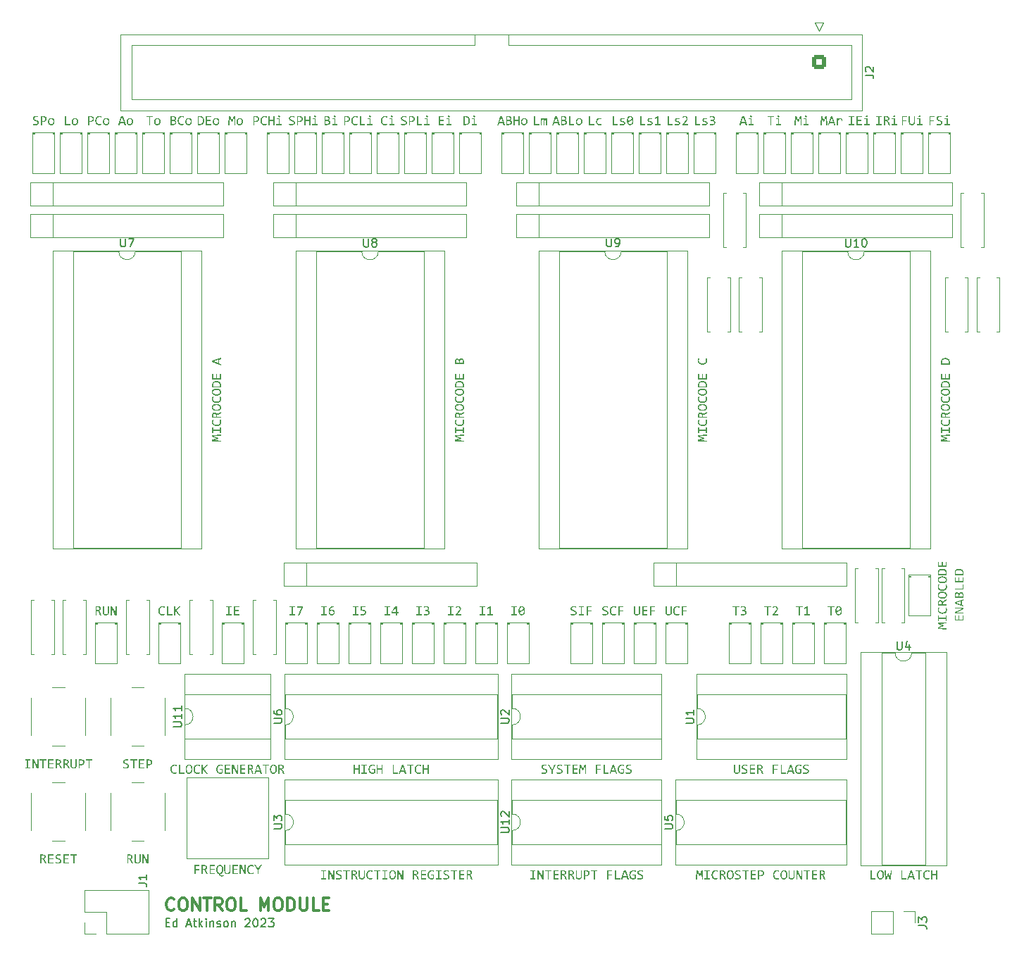
<source format=gbr>
%TF.GenerationSoftware,KiCad,Pcbnew,7.0.1*%
%TF.CreationDate,2023-09-10T19:31:46+01:00*%
%TF.ProjectId,Control_board,436f6e74-726f-46c5-9f62-6f6172642e6b,rev?*%
%TF.SameCoordinates,Original*%
%TF.FileFunction,Legend,Top*%
%TF.FilePolarity,Positive*%
%FSLAX46Y46*%
G04 Gerber Fmt 4.6, Leading zero omitted, Abs format (unit mm)*
G04 Created by KiCad (PCBNEW 7.0.1) date 2023-09-10 19:31:46*
%MOMM*%
%LPD*%
G01*
G04 APERTURE LIST*
G04 Aperture macros list*
%AMRoundRect*
0 Rectangle with rounded corners*
0 $1 Rounding radius*
0 $2 $3 $4 $5 $6 $7 $8 $9 X,Y pos of 4 corners*
0 Add a 4 corners polygon primitive as box body*
4,1,4,$2,$3,$4,$5,$6,$7,$8,$9,$2,$3,0*
0 Add four circle primitives for the rounded corners*
1,1,$1+$1,$2,$3*
1,1,$1+$1,$4,$5*
1,1,$1+$1,$6,$7*
1,1,$1+$1,$8,$9*
0 Add four rect primitives between the rounded corners*
20,1,$1+$1,$2,$3,$4,$5,0*
20,1,$1+$1,$4,$5,$6,$7,0*
20,1,$1+$1,$6,$7,$8,$9,0*
20,1,$1+$1,$8,$9,$2,$3,0*%
G04 Aperture macros list end*
%ADD10C,0.150000*%
%ADD11C,0.300000*%
%ADD12C,0.120000*%
%ADD13R,1.700000X1.700000*%
%ADD14O,1.700000X1.700000*%
%ADD15R,1.600000X1.600000*%
%ADD16O,1.600000X1.600000*%
%ADD17C,1.800000*%
%ADD18R,1.800000X1.800000*%
%ADD19C,3.500000*%
%ADD20C,1.600000*%
%ADD21C,2.000000*%
%ADD22C,1.440000*%
%ADD23RoundRect,0.250000X-0.600000X0.600000X-0.600000X-0.600000X0.600000X-0.600000X0.600000X0.600000X0*%
%ADD24C,1.700000*%
G04 APERTURE END LIST*
D10*
G36*
X87327169Y-114998980D02*
G01*
X87344059Y-114999513D01*
X87360485Y-115000402D01*
X87376448Y-115001646D01*
X87391947Y-115003246D01*
X87406982Y-115005201D01*
X87421553Y-115007511D01*
X87435661Y-115010178D01*
X87449306Y-115013199D01*
X87462486Y-115016576D01*
X87471016Y-115019025D01*
X87483496Y-115022959D01*
X87495549Y-115027176D01*
X87507175Y-115031676D01*
X87518373Y-115036460D01*
X87529143Y-115041527D01*
X87542838Y-115048723D01*
X87555773Y-115056424D01*
X87567948Y-115064628D01*
X87579362Y-115073336D01*
X87582097Y-115075592D01*
X87592580Y-115084911D01*
X87602339Y-115094698D01*
X87611374Y-115104951D01*
X87619686Y-115115672D01*
X87627274Y-115126860D01*
X87634139Y-115138515D01*
X87640280Y-115150637D01*
X87645698Y-115163226D01*
X87650438Y-115176218D01*
X87654546Y-115189550D01*
X87658022Y-115203220D01*
X87660865Y-115217228D01*
X87663077Y-115231576D01*
X87664657Y-115246263D01*
X87665605Y-115261288D01*
X87665921Y-115276653D01*
X87665688Y-115288885D01*
X87664987Y-115300961D01*
X87663819Y-115312882D01*
X87662184Y-115324646D01*
X87660082Y-115336256D01*
X87657513Y-115347709D01*
X87653645Y-115361807D01*
X87650974Y-115370149D01*
X87645952Y-115383694D01*
X87640229Y-115396853D01*
X87633805Y-115409626D01*
X87626679Y-115422012D01*
X87618852Y-115434012D01*
X87610324Y-115445626D01*
X87606717Y-115450163D01*
X87597299Y-115461108D01*
X87587179Y-115471595D01*
X87578579Y-115479655D01*
X87569530Y-115487422D01*
X87560032Y-115494896D01*
X87550085Y-115502077D01*
X87539689Y-115508964D01*
X87534323Y-115512298D01*
X87523282Y-115518613D01*
X87511847Y-115524516D01*
X87500018Y-115530007D01*
X87487795Y-115535086D01*
X87475178Y-115539753D01*
X87462168Y-115544007D01*
X87448763Y-115547849D01*
X87434965Y-115551279D01*
X87446107Y-115555607D01*
X87456819Y-115560677D01*
X87467100Y-115566488D01*
X87476951Y-115573041D01*
X87486371Y-115580337D01*
X87495360Y-115588374D01*
X87503920Y-115597153D01*
X87512048Y-115606674D01*
X87519985Y-115616904D01*
X87527967Y-115627959D01*
X87535995Y-115639839D01*
X87544069Y-115652542D01*
X87550154Y-115662611D01*
X87556265Y-115673144D01*
X87562402Y-115684140D01*
X87568565Y-115695599D01*
X87574753Y-115707523D01*
X87576822Y-115711600D01*
X87747401Y-116068000D01*
X87581804Y-116068000D01*
X87420897Y-115720979D01*
X87415197Y-115708859D01*
X87409454Y-115697412D01*
X87403668Y-115686637D01*
X87396668Y-115674595D01*
X87389606Y-115663522D01*
X87383674Y-115655034D01*
X87376527Y-115645633D01*
X87367901Y-115635629D01*
X87358968Y-115626663D01*
X87349725Y-115618735D01*
X87342935Y-115613708D01*
X87331815Y-115606509D01*
X87320147Y-115600445D01*
X87307928Y-115595518D01*
X87295161Y-115591726D01*
X87283568Y-115589099D01*
X87271358Y-115587118D01*
X87258532Y-115585781D01*
X87245088Y-115585090D01*
X87237129Y-115584985D01*
X87167959Y-115584985D01*
X87167959Y-116068000D01*
X87021120Y-116068000D01*
X87021120Y-115120728D01*
X87167959Y-115120728D01*
X87167959Y-115467748D01*
X87286661Y-115467748D01*
X87299470Y-115467570D01*
X87311958Y-115467034D01*
X87324126Y-115466141D01*
X87335974Y-115464891D01*
X87350332Y-115462826D01*
X87364189Y-115460202D01*
X87377546Y-115457021D01*
X87380157Y-115456318D01*
X87392863Y-115452382D01*
X87404967Y-115447903D01*
X87416470Y-115442880D01*
X87427372Y-115437313D01*
X87437674Y-115431202D01*
X87447374Y-115424547D01*
X87451085Y-115421733D01*
X87461602Y-115412700D01*
X87471171Y-115402966D01*
X87479792Y-115392531D01*
X87487465Y-115381396D01*
X87494190Y-115369560D01*
X87496221Y-115365459D01*
X87501700Y-115352579D01*
X87505399Y-115341311D01*
X87508311Y-115329556D01*
X87510437Y-115317314D01*
X87511775Y-115304586D01*
X87512326Y-115291371D01*
X87512341Y-115288669D01*
X87511867Y-115273219D01*
X87510445Y-115258520D01*
X87508076Y-115244573D01*
X87504758Y-115231379D01*
X87500492Y-115218937D01*
X87495278Y-115207247D01*
X87489116Y-115196310D01*
X87482006Y-115186124D01*
X87473949Y-115176691D01*
X87464943Y-115168010D01*
X87458413Y-115162640D01*
X87447912Y-115155150D01*
X87436633Y-115148397D01*
X87424577Y-115142380D01*
X87411742Y-115137100D01*
X87398130Y-115132557D01*
X87383740Y-115128750D01*
X87368571Y-115125681D01*
X87352625Y-115123348D01*
X87335901Y-115121751D01*
X87318398Y-115120892D01*
X87306298Y-115120728D01*
X87167959Y-115120728D01*
X87021120Y-115120728D01*
X87021120Y-114998802D01*
X87309815Y-114998802D01*
X87327169Y-114998980D01*
G37*
G36*
X88642795Y-115698411D02*
G01*
X88642573Y-115714863D01*
X88641909Y-115731027D01*
X88640801Y-115746902D01*
X88639250Y-115762488D01*
X88637257Y-115777786D01*
X88634820Y-115792796D01*
X88631940Y-115807517D01*
X88628617Y-115821949D01*
X88624851Y-115836093D01*
X88620641Y-115849949D01*
X88617589Y-115859025D01*
X88612709Y-115872301D01*
X88607412Y-115885201D01*
X88601698Y-115897725D01*
X88595566Y-115909872D01*
X88589017Y-115921644D01*
X88582051Y-115933039D01*
X88574667Y-115944058D01*
X88566866Y-115954701D01*
X88558648Y-115964968D01*
X88550012Y-115974859D01*
X88544023Y-115981244D01*
X88534708Y-115990496D01*
X88525005Y-115999345D01*
X88514917Y-116007793D01*
X88504442Y-116015838D01*
X88493581Y-116023482D01*
X88482333Y-116030724D01*
X88470699Y-116037564D01*
X88458679Y-116044003D01*
X88446272Y-116050039D01*
X88433479Y-116055674D01*
X88424735Y-116059207D01*
X88411360Y-116064130D01*
X88397615Y-116068570D01*
X88383498Y-116072525D01*
X88369011Y-116075995D01*
X88354153Y-116078982D01*
X88338923Y-116081484D01*
X88323323Y-116083502D01*
X88307352Y-116085035D01*
X88291010Y-116086085D01*
X88274297Y-116086650D01*
X88262949Y-116086757D01*
X88250466Y-116086655D01*
X88238224Y-116086350D01*
X88226222Y-116085840D01*
X88214460Y-116085127D01*
X88197269Y-116083675D01*
X88180618Y-116081764D01*
X88164509Y-116079395D01*
X88148941Y-116076568D01*
X88133913Y-116073282D01*
X88119426Y-116069537D01*
X88105481Y-116065334D01*
X88092076Y-116060672D01*
X88079169Y-116055536D01*
X88066715Y-116050018D01*
X88054714Y-116044119D01*
X88043167Y-116037839D01*
X88032073Y-116031177D01*
X88021432Y-116024134D01*
X88011245Y-116016710D01*
X88001511Y-116008905D01*
X87992231Y-116000718D01*
X87983403Y-115992151D01*
X87977771Y-115986227D01*
X87969736Y-115977044D01*
X87962119Y-115967522D01*
X87954919Y-115957659D01*
X87948136Y-115947456D01*
X87941771Y-115936914D01*
X87935823Y-115926031D01*
X87930292Y-115914808D01*
X87925179Y-115903245D01*
X87920483Y-115891343D01*
X87916204Y-115879100D01*
X87913584Y-115870749D01*
X87910022Y-115857975D01*
X87906810Y-115844934D01*
X87903949Y-115831625D01*
X87901439Y-115818047D01*
X87899278Y-115804202D01*
X87897468Y-115790089D01*
X87896008Y-115775708D01*
X87894899Y-115761060D01*
X87894140Y-115746143D01*
X87893731Y-115730958D01*
X87893653Y-115720686D01*
X87893653Y-114998802D01*
X88040199Y-114998802D01*
X88040199Y-115709256D01*
X88040305Y-115720989D01*
X88040774Y-115736209D01*
X88041619Y-115750944D01*
X88042839Y-115765193D01*
X88044435Y-115778957D01*
X88046407Y-115792236D01*
X88048754Y-115805029D01*
X88051476Y-115817336D01*
X88052216Y-115820337D01*
X88055454Y-115831969D01*
X88059158Y-115843125D01*
X88064446Y-115856400D01*
X88070464Y-115868931D01*
X88077212Y-115880718D01*
X88084689Y-115891760D01*
X88091197Y-115900058D01*
X88100108Y-115909662D01*
X88109807Y-115918508D01*
X88120293Y-115926595D01*
X88131566Y-115933924D01*
X88143626Y-115940494D01*
X88156473Y-115946306D01*
X88161832Y-115948418D01*
X88172974Y-115952265D01*
X88184711Y-115955599D01*
X88197044Y-115958420D01*
X88209972Y-115960728D01*
X88223496Y-115962523D01*
X88237614Y-115963806D01*
X88252329Y-115964575D01*
X88267638Y-115964831D01*
X88282052Y-115964568D01*
X88295985Y-115963778D01*
X88309438Y-115962461D01*
X88322409Y-115960618D01*
X88334900Y-115958248D01*
X88346910Y-115955352D01*
X88358439Y-115951928D01*
X88369487Y-115947979D01*
X88385158Y-115941066D01*
X88399747Y-115932969D01*
X88413253Y-115923687D01*
X88425678Y-115913220D01*
X88437021Y-115901568D01*
X88440562Y-115897420D01*
X88450514Y-115884299D01*
X88459487Y-115870214D01*
X88467481Y-115855166D01*
X88474496Y-115839155D01*
X88478629Y-115827945D01*
X88482327Y-115816307D01*
X88485590Y-115804241D01*
X88488418Y-115791747D01*
X88490811Y-115778825D01*
X88492769Y-115765474D01*
X88494292Y-115751695D01*
X88495379Y-115737489D01*
X88496032Y-115722853D01*
X88496249Y-115707790D01*
X88496249Y-114998802D01*
X88642795Y-114998802D01*
X88642795Y-115698411D01*
G37*
G36*
X89557240Y-116068000D02*
G01*
X89366145Y-116068000D01*
X89051951Y-115400923D01*
X88961385Y-115186381D01*
X88961385Y-115725962D01*
X88961385Y-116068000D01*
X88824512Y-116068000D01*
X88824512Y-114998802D01*
X89013263Y-114998802D01*
X89312509Y-115634224D01*
X89420367Y-115880421D01*
X89420367Y-115304203D01*
X89420367Y-114998802D01*
X89557240Y-114998802D01*
X89557240Y-116068000D01*
G37*
G36*
X114853975Y-56071057D02*
G01*
X114875432Y-56071823D01*
X114896187Y-56073100D01*
X114916237Y-56074887D01*
X114935585Y-56077185D01*
X114954228Y-56079993D01*
X114972168Y-56083312D01*
X114989405Y-56087142D01*
X115005938Y-56091482D01*
X115021767Y-56096333D01*
X115036893Y-56101695D01*
X115051316Y-56107567D01*
X115065035Y-56113949D01*
X115078050Y-56120843D01*
X115090362Y-56128247D01*
X115101970Y-56136161D01*
X115112875Y-56144587D01*
X115123076Y-56153522D01*
X115132574Y-56162969D01*
X115141368Y-56172926D01*
X115149459Y-56183394D01*
X115156846Y-56194372D01*
X115163529Y-56205861D01*
X115169510Y-56217861D01*
X115174786Y-56230371D01*
X115179359Y-56243392D01*
X115183228Y-56256923D01*
X115186394Y-56270965D01*
X115188857Y-56285518D01*
X115190616Y-56300581D01*
X115191671Y-56316155D01*
X115192023Y-56332240D01*
X115191657Y-56348397D01*
X115190559Y-56364117D01*
X115188730Y-56379398D01*
X115186170Y-56394242D01*
X115182878Y-56408648D01*
X115178854Y-56422616D01*
X115174099Y-56436146D01*
X115168612Y-56449238D01*
X115162393Y-56461892D01*
X115155443Y-56474108D01*
X115150404Y-56482009D01*
X115142142Y-56493434D01*
X115132962Y-56504297D01*
X115122866Y-56514598D01*
X115111853Y-56524338D01*
X115099923Y-56533516D01*
X115087075Y-56542133D01*
X115073311Y-56550188D01*
X115058629Y-56557682D01*
X115043031Y-56564614D01*
X115032122Y-56568923D01*
X115020806Y-56572983D01*
X115014995Y-56574919D01*
X115028528Y-56577763D01*
X115041832Y-56581165D01*
X115054906Y-56585124D01*
X115067752Y-56589643D01*
X115080369Y-56594719D01*
X115092756Y-56600353D01*
X115097647Y-56602763D01*
X115109684Y-56609094D01*
X115121249Y-56615998D01*
X115132342Y-56623474D01*
X115142962Y-56631523D01*
X115153110Y-56640144D01*
X115162786Y-56649337D01*
X115166524Y-56653175D01*
X115175474Y-56663078D01*
X115183823Y-56673554D01*
X115191571Y-56684602D01*
X115198718Y-56696222D01*
X115205264Y-56708416D01*
X115211209Y-56721181D01*
X115213418Y-56726448D01*
X115218484Y-56739901D01*
X115222692Y-56753885D01*
X115225440Y-56765453D01*
X115227638Y-56777360D01*
X115229286Y-56789605D01*
X115230386Y-56802190D01*
X115230935Y-56815113D01*
X115231004Y-56821702D01*
X115230738Y-56835893D01*
X115229942Y-56849781D01*
X115228616Y-56863364D01*
X115226759Y-56876643D01*
X115224371Y-56889618D01*
X115221452Y-56902290D01*
X115218003Y-56914657D01*
X115214023Y-56926721D01*
X115209512Y-56938480D01*
X115204471Y-56949935D01*
X115200815Y-56957404D01*
X115194931Y-56968290D01*
X115188598Y-56978856D01*
X115181817Y-56989104D01*
X115174588Y-56999032D01*
X115166911Y-57008640D01*
X115158785Y-57017929D01*
X115150212Y-57026899D01*
X115141190Y-57035549D01*
X115131719Y-57043880D01*
X115121801Y-57051891D01*
X115114940Y-57057055D01*
X115104347Y-57064521D01*
X115093342Y-57071642D01*
X115081926Y-57078417D01*
X115070097Y-57084848D01*
X115057855Y-57090933D01*
X115045202Y-57096673D01*
X115032137Y-57102068D01*
X115018659Y-57107118D01*
X115004769Y-57111823D01*
X114990467Y-57116182D01*
X114980704Y-57118897D01*
X114965766Y-57122668D01*
X114950520Y-57126068D01*
X114934964Y-57129098D01*
X114919100Y-57131756D01*
X114902926Y-57134044D01*
X114886443Y-57135960D01*
X114869651Y-57137506D01*
X114852549Y-57138681D01*
X114835139Y-57139484D01*
X114823361Y-57139814D01*
X114811445Y-57139979D01*
X114805435Y-57140000D01*
X114523481Y-57140000D01*
X114523481Y-56652295D01*
X114670320Y-56652295D01*
X114670320Y-57018073D01*
X114825365Y-57018073D01*
X114840868Y-57017893D01*
X114855870Y-57017350D01*
X114870370Y-57016445D01*
X114884368Y-57015179D01*
X114897865Y-57013551D01*
X114910861Y-57011561D01*
X114923355Y-57009210D01*
X114935348Y-57006496D01*
X114946839Y-57003421D01*
X114963136Y-56998130D01*
X114978304Y-56992025D01*
X114992344Y-56985106D01*
X115005256Y-56977373D01*
X115013237Y-56971765D01*
X115024289Y-56962624D01*
X115034254Y-56952565D01*
X115043131Y-56941590D01*
X115050922Y-56929697D01*
X115057626Y-56916888D01*
X115063242Y-56903161D01*
X115067772Y-56888517D01*
X115071214Y-56872957D01*
X115073569Y-56856479D01*
X115074838Y-56839084D01*
X115075079Y-56826978D01*
X115074657Y-56814531D01*
X115073390Y-56802472D01*
X115071280Y-56790798D01*
X115067632Y-56777300D01*
X115062768Y-56764358D01*
X115057787Y-56753998D01*
X115050746Y-56742159D01*
X115042592Y-56731041D01*
X115033325Y-56720644D01*
X115024753Y-56712531D01*
X115015408Y-56704919D01*
X115007375Y-56699190D01*
X114996759Y-56692395D01*
X114985428Y-56686115D01*
X114973380Y-56680351D01*
X114960618Y-56675102D01*
X114947140Y-56670367D01*
X114935842Y-56666951D01*
X114927068Y-56664605D01*
X114915015Y-56661720D01*
X114902595Y-56659220D01*
X114889809Y-56657104D01*
X114876656Y-56655373D01*
X114863137Y-56654026D01*
X114849252Y-56653065D01*
X114835001Y-56652488D01*
X114820383Y-56652295D01*
X114670320Y-56652295D01*
X114523481Y-56652295D01*
X114523481Y-56192728D01*
X114670320Y-56192728D01*
X114670320Y-56530369D01*
X114817159Y-56530369D01*
X114829542Y-56530204D01*
X114841632Y-56529710D01*
X114853429Y-56528886D01*
X114867763Y-56527391D01*
X114881639Y-56525382D01*
X114895057Y-56522858D01*
X114908017Y-56519818D01*
X114920546Y-56516150D01*
X114932489Y-56511924D01*
X114943845Y-56507140D01*
X114954614Y-56501798D01*
X114964796Y-56495897D01*
X114976241Y-56488080D01*
X114978066Y-56486699D01*
X114988593Y-56477954D01*
X114998193Y-56468426D01*
X115006866Y-56458115D01*
X115014611Y-56447021D01*
X115021429Y-56435144D01*
X115023495Y-56431011D01*
X115028973Y-56418028D01*
X115032673Y-56406516D01*
X115035585Y-56394375D01*
X115037710Y-56381604D01*
X115039048Y-56368203D01*
X115039599Y-56354172D01*
X115039615Y-56351290D01*
X115039265Y-56339005D01*
X115038214Y-56326987D01*
X115036462Y-56315237D01*
X115034010Y-56303755D01*
X115030263Y-56290698D01*
X115029650Y-56288862D01*
X115024689Y-56276446D01*
X115018270Y-56264843D01*
X115010392Y-56254054D01*
X115001055Y-56244079D01*
X114995065Y-56238743D01*
X114985215Y-56231139D01*
X114974127Y-56224153D01*
X114961804Y-56217785D01*
X114950590Y-56212951D01*
X114938517Y-56208546D01*
X114928240Y-56205331D01*
X114914599Y-56201700D01*
X114902903Y-56199239D01*
X114890511Y-56197171D01*
X114877422Y-56195497D01*
X114863638Y-56194217D01*
X114849157Y-56193331D01*
X114833981Y-56192839D01*
X114822141Y-56192728D01*
X114670320Y-56192728D01*
X114523481Y-56192728D01*
X114523481Y-56070802D01*
X114831813Y-56070802D01*
X114853975Y-56071057D01*
G37*
G36*
X115729845Y-56431891D02*
G01*
X115485114Y-56431891D01*
X115485114Y-56314654D01*
X115874926Y-56314654D01*
X115874926Y-57018073D01*
X116121415Y-57018073D01*
X116121415Y-57140000D01*
X115457857Y-57140000D01*
X115457857Y-57018073D01*
X115729845Y-57018073D01*
X115729845Y-56431891D01*
G37*
G36*
X115779964Y-55977013D02*
G01*
X115791761Y-55977562D01*
X115804507Y-55979494D01*
X115816697Y-55982817D01*
X115824514Y-55985806D01*
X115835779Y-55991143D01*
X115846163Y-55997593D01*
X115855665Y-56005156D01*
X115860564Y-56009839D01*
X115868604Y-56018948D01*
X115875577Y-56028798D01*
X115881484Y-56039391D01*
X115884305Y-56045596D01*
X115888555Y-56057250D01*
X115891414Y-56069460D01*
X115892883Y-56082227D01*
X115893097Y-56089560D01*
X115892402Y-56102257D01*
X115890315Y-56114629D01*
X115886838Y-56126677D01*
X115884305Y-56133230D01*
X115878990Y-56144377D01*
X115872610Y-56154735D01*
X115865162Y-56164305D01*
X115860564Y-56169281D01*
X115851551Y-56177485D01*
X115841656Y-56184623D01*
X115830881Y-56190695D01*
X115824514Y-56193607D01*
X115812695Y-56197716D01*
X115800320Y-56200480D01*
X115787389Y-56201899D01*
X115779964Y-56202107D01*
X115766842Y-56201435D01*
X115754183Y-56199418D01*
X115741989Y-56196056D01*
X115735414Y-56193607D01*
X115724291Y-56188128D01*
X115714002Y-56181583D01*
X115704548Y-56173970D01*
X115699657Y-56169281D01*
X115691594Y-56160149D01*
X115684551Y-56150229D01*
X115678529Y-56139520D01*
X115675623Y-56133230D01*
X115671515Y-56121363D01*
X115668751Y-56109171D01*
X115667331Y-56096654D01*
X115667124Y-56089560D01*
X115667796Y-56076484D01*
X115669813Y-56063965D01*
X115673175Y-56052002D01*
X115675623Y-56045596D01*
X115681079Y-56034591D01*
X115687555Y-56024329D01*
X115695052Y-56014808D01*
X115699657Y-56009839D01*
X115708647Y-56001658D01*
X115718472Y-55994589D01*
X115729132Y-55988633D01*
X115735414Y-55985806D01*
X115747351Y-55981555D01*
X115759752Y-55978696D01*
X115772617Y-55977227D01*
X115779964Y-55977013D01*
G37*
G36*
X96358649Y-56071057D02*
G01*
X96380106Y-56071823D01*
X96400861Y-56073100D01*
X96420911Y-56074887D01*
X96440259Y-56077185D01*
X96458902Y-56079993D01*
X96476842Y-56083312D01*
X96494079Y-56087142D01*
X96510612Y-56091482D01*
X96526441Y-56096333D01*
X96541567Y-56101695D01*
X96555990Y-56107567D01*
X96569709Y-56113949D01*
X96582724Y-56120843D01*
X96595036Y-56128247D01*
X96606644Y-56136161D01*
X96617549Y-56144587D01*
X96627750Y-56153522D01*
X96637248Y-56162969D01*
X96646042Y-56172926D01*
X96654133Y-56183394D01*
X96661520Y-56194372D01*
X96668203Y-56205861D01*
X96674184Y-56217861D01*
X96679460Y-56230371D01*
X96684033Y-56243392D01*
X96687902Y-56256923D01*
X96691068Y-56270965D01*
X96693531Y-56285518D01*
X96695290Y-56300581D01*
X96696345Y-56316155D01*
X96696697Y-56332240D01*
X96696331Y-56348397D01*
X96695233Y-56364117D01*
X96693404Y-56379398D01*
X96690844Y-56394242D01*
X96687552Y-56408648D01*
X96683528Y-56422616D01*
X96678773Y-56436146D01*
X96673286Y-56449238D01*
X96667067Y-56461892D01*
X96660117Y-56474108D01*
X96655078Y-56482009D01*
X96646816Y-56493434D01*
X96637636Y-56504297D01*
X96627540Y-56514598D01*
X96616527Y-56524338D01*
X96604597Y-56533516D01*
X96591749Y-56542133D01*
X96577985Y-56550188D01*
X96563303Y-56557682D01*
X96547705Y-56564614D01*
X96536796Y-56568923D01*
X96525480Y-56572983D01*
X96519669Y-56574919D01*
X96533202Y-56577763D01*
X96546506Y-56581165D01*
X96559580Y-56585124D01*
X96572426Y-56589643D01*
X96585043Y-56594719D01*
X96597430Y-56600353D01*
X96602321Y-56602763D01*
X96614358Y-56609094D01*
X96625923Y-56615998D01*
X96637016Y-56623474D01*
X96647636Y-56631523D01*
X96657784Y-56640144D01*
X96667460Y-56649337D01*
X96671198Y-56653175D01*
X96680148Y-56663078D01*
X96688497Y-56673554D01*
X96696245Y-56684602D01*
X96703392Y-56696222D01*
X96709938Y-56708416D01*
X96715883Y-56721181D01*
X96718092Y-56726448D01*
X96723158Y-56739901D01*
X96727366Y-56753885D01*
X96730114Y-56765453D01*
X96732312Y-56777360D01*
X96733960Y-56789605D01*
X96735060Y-56802190D01*
X96735609Y-56815113D01*
X96735678Y-56821702D01*
X96735412Y-56835893D01*
X96734616Y-56849781D01*
X96733290Y-56863364D01*
X96731433Y-56876643D01*
X96729045Y-56889618D01*
X96726126Y-56902290D01*
X96722677Y-56914657D01*
X96718697Y-56926721D01*
X96714186Y-56938480D01*
X96709145Y-56949935D01*
X96705489Y-56957404D01*
X96699605Y-56968290D01*
X96693272Y-56978856D01*
X96686491Y-56989104D01*
X96679262Y-56999032D01*
X96671585Y-57008640D01*
X96663459Y-57017929D01*
X96654886Y-57026899D01*
X96645864Y-57035549D01*
X96636393Y-57043880D01*
X96626475Y-57051891D01*
X96619614Y-57057055D01*
X96609021Y-57064521D01*
X96598016Y-57071642D01*
X96586600Y-57078417D01*
X96574771Y-57084848D01*
X96562529Y-57090933D01*
X96549876Y-57096673D01*
X96536811Y-57102068D01*
X96523333Y-57107118D01*
X96509443Y-57111823D01*
X96495141Y-57116182D01*
X96485378Y-57118897D01*
X96470440Y-57122668D01*
X96455194Y-57126068D01*
X96439638Y-57129098D01*
X96423774Y-57131756D01*
X96407600Y-57134044D01*
X96391117Y-57135960D01*
X96374325Y-57137506D01*
X96357223Y-57138681D01*
X96339813Y-57139484D01*
X96328035Y-57139814D01*
X96316119Y-57139979D01*
X96310109Y-57140000D01*
X96028155Y-57140000D01*
X96028155Y-56652295D01*
X96174994Y-56652295D01*
X96174994Y-57018073D01*
X96330039Y-57018073D01*
X96345542Y-57017893D01*
X96360544Y-57017350D01*
X96375044Y-57016445D01*
X96389042Y-57015179D01*
X96402539Y-57013551D01*
X96415535Y-57011561D01*
X96428029Y-57009210D01*
X96440022Y-57006496D01*
X96451513Y-57003421D01*
X96467810Y-56998130D01*
X96482978Y-56992025D01*
X96497018Y-56985106D01*
X96509930Y-56977373D01*
X96517911Y-56971765D01*
X96528963Y-56962624D01*
X96538928Y-56952565D01*
X96547805Y-56941590D01*
X96555596Y-56929697D01*
X96562300Y-56916888D01*
X96567916Y-56903161D01*
X96572446Y-56888517D01*
X96575888Y-56872957D01*
X96578243Y-56856479D01*
X96579512Y-56839084D01*
X96579753Y-56826978D01*
X96579331Y-56814531D01*
X96578064Y-56802472D01*
X96575954Y-56790798D01*
X96572306Y-56777300D01*
X96567442Y-56764358D01*
X96562461Y-56753998D01*
X96555420Y-56742159D01*
X96547266Y-56731041D01*
X96537999Y-56720644D01*
X96529427Y-56712531D01*
X96520082Y-56704919D01*
X96512049Y-56699190D01*
X96501433Y-56692395D01*
X96490102Y-56686115D01*
X96478054Y-56680351D01*
X96465292Y-56675102D01*
X96451814Y-56670367D01*
X96440516Y-56666951D01*
X96431742Y-56664605D01*
X96419689Y-56661720D01*
X96407269Y-56659220D01*
X96394483Y-56657104D01*
X96381330Y-56655373D01*
X96367811Y-56654026D01*
X96353926Y-56653065D01*
X96339675Y-56652488D01*
X96325057Y-56652295D01*
X96174994Y-56652295D01*
X96028155Y-56652295D01*
X96028155Y-56192728D01*
X96174994Y-56192728D01*
X96174994Y-56530369D01*
X96321833Y-56530369D01*
X96334216Y-56530204D01*
X96346306Y-56529710D01*
X96358103Y-56528886D01*
X96372437Y-56527391D01*
X96386313Y-56525382D01*
X96399731Y-56522858D01*
X96412691Y-56519818D01*
X96425220Y-56516150D01*
X96437163Y-56511924D01*
X96448519Y-56507140D01*
X96459288Y-56501798D01*
X96469470Y-56495897D01*
X96480915Y-56488080D01*
X96482740Y-56486699D01*
X96493267Y-56477954D01*
X96502867Y-56468426D01*
X96511540Y-56458115D01*
X96519285Y-56447021D01*
X96526103Y-56435144D01*
X96528169Y-56431011D01*
X96533647Y-56418028D01*
X96537347Y-56406516D01*
X96540259Y-56394375D01*
X96542384Y-56381604D01*
X96543722Y-56368203D01*
X96544273Y-56354172D01*
X96544289Y-56351290D01*
X96543939Y-56339005D01*
X96542888Y-56326987D01*
X96541136Y-56315237D01*
X96538684Y-56303755D01*
X96534937Y-56290698D01*
X96534324Y-56288862D01*
X96529363Y-56276446D01*
X96522944Y-56264843D01*
X96515066Y-56254054D01*
X96505729Y-56244079D01*
X96499739Y-56238743D01*
X96489889Y-56231139D01*
X96478801Y-56224153D01*
X96466478Y-56217785D01*
X96455264Y-56212951D01*
X96443191Y-56208546D01*
X96432914Y-56205331D01*
X96419273Y-56201700D01*
X96407577Y-56199239D01*
X96395185Y-56197171D01*
X96382096Y-56195497D01*
X96368312Y-56194217D01*
X96353831Y-56193331D01*
X96338655Y-56192839D01*
X96326815Y-56192728D01*
X96174994Y-56192728D01*
X96028155Y-56192728D01*
X96028155Y-56070802D01*
X96336487Y-56070802D01*
X96358649Y-56071057D01*
G37*
G36*
X97640744Y-57111863D02*
G01*
X97624538Y-57117541D01*
X97608234Y-57122854D01*
X97591831Y-57127800D01*
X97575330Y-57132379D01*
X97558730Y-57136592D01*
X97542032Y-57140439D01*
X97525235Y-57143920D01*
X97508340Y-57147034D01*
X97491346Y-57149781D01*
X97474254Y-57152163D01*
X97457064Y-57154178D01*
X97439775Y-57155826D01*
X97422388Y-57157109D01*
X97404902Y-57158025D01*
X97387317Y-57158574D01*
X97369635Y-57158757D01*
X97355468Y-57158624D01*
X97341508Y-57158224D01*
X97327755Y-57157557D01*
X97314208Y-57156623D01*
X97300868Y-57155423D01*
X97287735Y-57153956D01*
X97274808Y-57152222D01*
X97262088Y-57150221D01*
X97249575Y-57147954D01*
X97237268Y-57145419D01*
X97225168Y-57142618D01*
X97213275Y-57139551D01*
X97201588Y-57136216D01*
X97190108Y-57132615D01*
X97178835Y-57128747D01*
X97167768Y-57124612D01*
X97146254Y-57115542D01*
X97125567Y-57105406D01*
X97105707Y-57094202D01*
X97086673Y-57081931D01*
X97068466Y-57068593D01*
X97051085Y-57054188D01*
X97034531Y-57038716D01*
X97018804Y-57022177D01*
X97004004Y-57004556D01*
X96990159Y-56985911D01*
X96977269Y-56966243D01*
X96971182Y-56956025D01*
X96965333Y-56945552D01*
X96959724Y-56934822D01*
X96954353Y-56923837D01*
X96949220Y-56912595D01*
X96944327Y-56901098D01*
X96939672Y-56889345D01*
X96935256Y-56877336D01*
X96931078Y-56865071D01*
X96927140Y-56852550D01*
X96923440Y-56839773D01*
X96919978Y-56826741D01*
X96916756Y-56813452D01*
X96913772Y-56799908D01*
X96911027Y-56786108D01*
X96908520Y-56772052D01*
X96906253Y-56757740D01*
X96904224Y-56743172D01*
X96902433Y-56728348D01*
X96900882Y-56713269D01*
X96899569Y-56697933D01*
X96898495Y-56682342D01*
X96897659Y-56666495D01*
X96897062Y-56650391D01*
X96896704Y-56634032D01*
X96896585Y-56617418D01*
X96896717Y-56601285D01*
X96897112Y-56585347D01*
X96897770Y-56569604D01*
X96898692Y-56554055D01*
X96899877Y-56538701D01*
X96901325Y-56523541D01*
X96903036Y-56508576D01*
X96905011Y-56493806D01*
X96907250Y-56479231D01*
X96909751Y-56464850D01*
X96912516Y-56450663D01*
X96915544Y-56436672D01*
X96918836Y-56422875D01*
X96922391Y-56409272D01*
X96926209Y-56395864D01*
X96930290Y-56382651D01*
X96934617Y-56369660D01*
X96939170Y-56356919D01*
X96943950Y-56344427D01*
X96948957Y-56332185D01*
X96954190Y-56320192D01*
X96959650Y-56308449D01*
X96965337Y-56296955D01*
X96971250Y-56285711D01*
X96977390Y-56274717D01*
X96983757Y-56263972D01*
X96990350Y-56253477D01*
X96997170Y-56243231D01*
X97004217Y-56233235D01*
X97011491Y-56223489D01*
X97018991Y-56213992D01*
X97026718Y-56204745D01*
X97034660Y-56195717D01*
X97042806Y-56186953D01*
X97051155Y-56178452D01*
X97059709Y-56170215D01*
X97068466Y-56162241D01*
X97077427Y-56154530D01*
X97086592Y-56147082D01*
X97095960Y-56139898D01*
X97105533Y-56132977D01*
X97115309Y-56126320D01*
X97125289Y-56119926D01*
X97135473Y-56113795D01*
X97145860Y-56107927D01*
X97156452Y-56102323D01*
X97167247Y-56096982D01*
X97178246Y-56091905D01*
X97189467Y-56087078D01*
X97200855Y-56082562D01*
X97212410Y-56078358D01*
X97224133Y-56074466D01*
X97236023Y-56070884D01*
X97248079Y-56067615D01*
X97260303Y-56064656D01*
X97272695Y-56062009D01*
X97285253Y-56059674D01*
X97297978Y-56057650D01*
X97310871Y-56055937D01*
X97323931Y-56054535D01*
X97337157Y-56053446D01*
X97350552Y-56052667D01*
X97364113Y-56052200D01*
X97377841Y-56052044D01*
X97391814Y-56052176D01*
X97405597Y-56052570D01*
X97419188Y-56053227D01*
X97432590Y-56054146D01*
X97445800Y-56055329D01*
X97458820Y-56056774D01*
X97471649Y-56058482D01*
X97484288Y-56060452D01*
X97496736Y-56062686D01*
X97508994Y-56065182D01*
X97517059Y-56066992D01*
X97529103Y-56069936D01*
X97541054Y-56073164D01*
X97552912Y-56076675D01*
X97564678Y-56080469D01*
X97576350Y-56084547D01*
X97587930Y-56088908D01*
X97599418Y-56093553D01*
X97610812Y-56098481D01*
X97622114Y-56103692D01*
X97633323Y-56109187D01*
X97640744Y-56113007D01*
X97640744Y-56258381D01*
X97629769Y-56251666D01*
X97618718Y-56245260D01*
X97607588Y-56239164D01*
X97596382Y-56233376D01*
X97585098Y-56227898D01*
X97573737Y-56222729D01*
X97562299Y-56217869D01*
X97550783Y-56213318D01*
X97539190Y-56209076D01*
X97527520Y-56205143D01*
X97519697Y-56202693D01*
X97507837Y-56199236D01*
X97495775Y-56196119D01*
X97483512Y-56193342D01*
X97471049Y-56190905D01*
X97458384Y-56188809D01*
X97445519Y-56187052D01*
X97432453Y-56185635D01*
X97419185Y-56184558D01*
X97405717Y-56183821D01*
X97392048Y-56183425D01*
X97382824Y-56183349D01*
X97368717Y-56183599D01*
X97354862Y-56184349D01*
X97341260Y-56185598D01*
X97327910Y-56187347D01*
X97314813Y-56189596D01*
X97301968Y-56192345D01*
X97289376Y-56195593D01*
X97277036Y-56199341D01*
X97264948Y-56203589D01*
X97253113Y-56208336D01*
X97245364Y-56211779D01*
X97234041Y-56217336D01*
X97223042Y-56223347D01*
X97212368Y-56229811D01*
X97202018Y-56236728D01*
X97191993Y-56244099D01*
X97182293Y-56251923D01*
X97172917Y-56260201D01*
X97163866Y-56268932D01*
X97155139Y-56278116D01*
X97146737Y-56287754D01*
X97141316Y-56294431D01*
X97133466Y-56304806D01*
X97125960Y-56315599D01*
X97118799Y-56326808D01*
X97111984Y-56338436D01*
X97105514Y-56350480D01*
X97099389Y-56362942D01*
X97093610Y-56375821D01*
X97088175Y-56389118D01*
X97083086Y-56402831D01*
X97078342Y-56416962D01*
X97075371Y-56426615D01*
X97071233Y-56441426D01*
X97067502Y-56456624D01*
X97064178Y-56472208D01*
X97061261Y-56488178D01*
X97058751Y-56504535D01*
X97056648Y-56521278D01*
X97054952Y-56538407D01*
X97053664Y-56555923D01*
X97053031Y-56567815D01*
X97052578Y-56579879D01*
X97052307Y-56592114D01*
X97052216Y-56604521D01*
X97052300Y-56617537D01*
X97052549Y-56630350D01*
X97052964Y-56642962D01*
X97053545Y-56655373D01*
X97054292Y-56667582D01*
X97055205Y-56679590D01*
X97056284Y-56691396D01*
X97058940Y-56714403D01*
X97062260Y-56736605D01*
X97066244Y-56758001D01*
X97070892Y-56778590D01*
X97076205Y-56798374D01*
X97082181Y-56817352D01*
X97088821Y-56835523D01*
X97096126Y-56852889D01*
X97104094Y-56869449D01*
X97112727Y-56885202D01*
X97122023Y-56900150D01*
X97131984Y-56914292D01*
X97137213Y-56921060D01*
X97148146Y-56933944D01*
X97159694Y-56945996D01*
X97171858Y-56957217D01*
X97184639Y-56967607D01*
X97198035Y-56977165D01*
X97212047Y-56985893D01*
X97226676Y-56993789D01*
X97241920Y-57000854D01*
X97257780Y-57007088D01*
X97274256Y-57012491D01*
X97291348Y-57017063D01*
X97309056Y-57020803D01*
X97327380Y-57023712D01*
X97346320Y-57025790D01*
X97365876Y-57027037D01*
X97386048Y-57027452D01*
X97399018Y-57027324D01*
X97411880Y-57026937D01*
X97424634Y-57026293D01*
X97437279Y-57025392D01*
X97449816Y-57024232D01*
X97462246Y-57022816D01*
X97474567Y-57021141D01*
X97486779Y-57019209D01*
X97498884Y-57017020D01*
X97510881Y-57014572D01*
X97518818Y-57012798D01*
X97530697Y-57009892D01*
X97542483Y-57006780D01*
X97554176Y-57003462D01*
X97565777Y-56999938D01*
X97577285Y-56996208D01*
X97588700Y-56992272D01*
X97600022Y-56988130D01*
X97611252Y-56983782D01*
X97622389Y-56979227D01*
X97633433Y-56974467D01*
X97640744Y-56971179D01*
X97640744Y-57111863D01*
G37*
G36*
X98232278Y-56296141D02*
G01*
X98248443Y-56296875D01*
X98264283Y-56298099D01*
X98279798Y-56299812D01*
X98294989Y-56302014D01*
X98309855Y-56304706D01*
X98324396Y-56307887D01*
X98338613Y-56311558D01*
X98352505Y-56315719D01*
X98366073Y-56320368D01*
X98374938Y-56323740D01*
X98387992Y-56329187D01*
X98400664Y-56335088D01*
X98412955Y-56341442D01*
X98424864Y-56348250D01*
X98436393Y-56355511D01*
X98447540Y-56363225D01*
X98458306Y-56371392D01*
X98468691Y-56380013D01*
X98478694Y-56389088D01*
X98488316Y-56398616D01*
X98494519Y-56405219D01*
X98503546Y-56415453D01*
X98512160Y-56426150D01*
X98520362Y-56437311D01*
X98528152Y-56448936D01*
X98535529Y-56461024D01*
X98542495Y-56473576D01*
X98549048Y-56486592D01*
X98555189Y-56500071D01*
X98560918Y-56514014D01*
X98566235Y-56528421D01*
X98569551Y-56538283D01*
X98574212Y-56553382D01*
X98578416Y-56568893D01*
X98582160Y-56584816D01*
X98585446Y-56601151D01*
X98588274Y-56617898D01*
X98590643Y-56635058D01*
X98591968Y-56646727D01*
X98593089Y-56658579D01*
X98594006Y-56670614D01*
X98594719Y-56682832D01*
X98595228Y-56695233D01*
X98595534Y-56707818D01*
X98595636Y-56720586D01*
X98595529Y-56732685D01*
X98595210Y-56744656D01*
X98594678Y-56756499D01*
X98593932Y-56768213D01*
X98592415Y-56785544D01*
X98590419Y-56802587D01*
X98587943Y-56819341D01*
X98584988Y-56835807D01*
X98581555Y-56851985D01*
X98577642Y-56867873D01*
X98573250Y-56883474D01*
X98568378Y-56898785D01*
X98563109Y-56913749D01*
X98557412Y-56928306D01*
X98551287Y-56942456D01*
X98544734Y-56956199D01*
X98537754Y-56969535D01*
X98530346Y-56982464D01*
X98522511Y-56994986D01*
X98514248Y-57007101D01*
X98505558Y-57018809D01*
X98496439Y-57030110D01*
X98490123Y-57037418D01*
X98480363Y-57047965D01*
X98470205Y-57058063D01*
X98459651Y-57067714D01*
X98448701Y-57076916D01*
X98437354Y-57085670D01*
X98425610Y-57093976D01*
X98413469Y-57101834D01*
X98400932Y-57109243D01*
X98387998Y-57116204D01*
X98374667Y-57122717D01*
X98365559Y-57126810D01*
X98351645Y-57132520D01*
X98337381Y-57137667D01*
X98322767Y-57142253D01*
X98307802Y-57146278D01*
X98292487Y-57149741D01*
X98276821Y-57152643D01*
X98260805Y-57154982D01*
X98244439Y-57156761D01*
X98227723Y-57157977D01*
X98210656Y-57158633D01*
X98199083Y-57158757D01*
X98182592Y-57158513D01*
X98166420Y-57157778D01*
X98150567Y-57156555D01*
X98135034Y-57154842D01*
X98119820Y-57152639D01*
X98104925Y-57149947D01*
X98090350Y-57146766D01*
X98076095Y-57143095D01*
X98062159Y-57138935D01*
X98048542Y-57134285D01*
X98039641Y-57130914D01*
X98026638Y-57125464D01*
X98014005Y-57119555D01*
X98001743Y-57113188D01*
X97989853Y-57106363D01*
X97978333Y-57099079D01*
X97967184Y-57091336D01*
X97956406Y-57083135D01*
X97945999Y-57074475D01*
X97935963Y-57065357D01*
X97926298Y-57055780D01*
X97920060Y-57049141D01*
X97911084Y-57038805D01*
X97902509Y-57028021D01*
X97894336Y-57016789D01*
X97886565Y-57005109D01*
X97879196Y-56992980D01*
X97872229Y-56980403D01*
X97865664Y-56967378D01*
X97859500Y-56953905D01*
X97853739Y-56939983D01*
X97848379Y-56925613D01*
X97845029Y-56915785D01*
X97840419Y-56900626D01*
X97836264Y-56885044D01*
X97832561Y-56869040D01*
X97829312Y-56852614D01*
X97826516Y-56835765D01*
X97824173Y-56818494D01*
X97822864Y-56806745D01*
X97821755Y-56794809D01*
X97820849Y-56782684D01*
X97820143Y-56770372D01*
X97819640Y-56757872D01*
X97819337Y-56745185D01*
X97819237Y-56732309D01*
X97819283Y-56727034D01*
X97965782Y-56727034D01*
X97965932Y-56741322D01*
X97966380Y-56755280D01*
X97967127Y-56768909D01*
X97968173Y-56782208D01*
X97969518Y-56795177D01*
X97971161Y-56807817D01*
X97973103Y-56820127D01*
X97975345Y-56832107D01*
X97977884Y-56843757D01*
X97981736Y-56858778D01*
X97982782Y-56862442D01*
X97987251Y-56876648D01*
X97992161Y-56890249D01*
X97997510Y-56903246D01*
X98003298Y-56915638D01*
X98009526Y-56927426D01*
X98016194Y-56938609D01*
X98023302Y-56949188D01*
X98030849Y-56959162D01*
X98038895Y-56968536D01*
X98047353Y-56977315D01*
X98056224Y-56985499D01*
X98065507Y-56993087D01*
X98075202Y-57000080D01*
X98085309Y-57006478D01*
X98095828Y-57012280D01*
X98106759Y-57017487D01*
X98118075Y-57022021D01*
X98129749Y-57025950D01*
X98141779Y-57029275D01*
X98154167Y-57031995D01*
X98166912Y-57034111D01*
X98180014Y-57035622D01*
X98193473Y-57036529D01*
X98207290Y-57036831D01*
X98219215Y-57036610D01*
X98234602Y-57035625D01*
X98249403Y-57033853D01*
X98263618Y-57031293D01*
X98277247Y-57027945D01*
X98290290Y-57023810D01*
X98302746Y-57018887D01*
X98314616Y-57013176D01*
X98317492Y-57011625D01*
X98328666Y-57004990D01*
X98339327Y-56997832D01*
X98349476Y-56990152D01*
X98359111Y-56981950D01*
X98368234Y-56973226D01*
X98376843Y-56963980D01*
X98384940Y-56954212D01*
X98392524Y-56943921D01*
X98399604Y-56933086D01*
X98406189Y-56921830D01*
X98412280Y-56910152D01*
X98417876Y-56898053D01*
X98422978Y-56885532D01*
X98427585Y-56872590D01*
X98431697Y-56859227D01*
X98435315Y-56845443D01*
X98438543Y-56831283D01*
X98441342Y-56816939D01*
X98443709Y-56802413D01*
X98445646Y-56787704D01*
X98447153Y-56772811D01*
X98448229Y-56757735D01*
X98448875Y-56742476D01*
X98449090Y-56727034D01*
X98448941Y-56712698D01*
X98448493Y-56698708D01*
X98447746Y-56685063D01*
X98446700Y-56671763D01*
X98445355Y-56658808D01*
X98443712Y-56646199D01*
X98441769Y-56633935D01*
X98439528Y-56622015D01*
X98436988Y-56610441D01*
X98433137Y-56595546D01*
X98432091Y-56591919D01*
X98427617Y-56577781D01*
X98422694Y-56564240D01*
X98417322Y-56551293D01*
X98411501Y-56538942D01*
X98405232Y-56527187D01*
X98398514Y-56516026D01*
X98391347Y-56505461D01*
X98383731Y-56495491D01*
X98375680Y-56486122D01*
X98367208Y-56477356D01*
X98358314Y-56469196D01*
X98348999Y-56461639D01*
X98339263Y-56454688D01*
X98329106Y-56448340D01*
X98318527Y-56442598D01*
X98307527Y-56437459D01*
X98296151Y-56432857D01*
X98284446Y-56428868D01*
X98272411Y-56425493D01*
X98260046Y-56422732D01*
X98247352Y-56420584D01*
X98234327Y-56419050D01*
X98220973Y-56418129D01*
X98207290Y-56417822D01*
X98195417Y-56418046D01*
X98180092Y-56419042D01*
X98165343Y-56420835D01*
X98151172Y-56423425D01*
X98137577Y-56426812D01*
X98124560Y-56430995D01*
X98112119Y-56435975D01*
X98100256Y-56441752D01*
X98097380Y-56443321D01*
X98086206Y-56449893D01*
X98075545Y-56457005D01*
X98065397Y-56464657D01*
X98055762Y-56472850D01*
X98046639Y-56481583D01*
X98038029Y-56490857D01*
X98029933Y-56500671D01*
X98022349Y-56511025D01*
X98015265Y-56521796D01*
X98008665Y-56533007D01*
X98002552Y-56544658D01*
X97996923Y-56556748D01*
X97991781Y-56569277D01*
X97987123Y-56582247D01*
X97982951Y-56595655D01*
X97979265Y-56609504D01*
X97976105Y-56623586D01*
X97973366Y-56637842D01*
X97971049Y-56652272D01*
X97969153Y-56666877D01*
X97967678Y-56681655D01*
X97966625Y-56696607D01*
X97965993Y-56711733D01*
X97965782Y-56727034D01*
X97819283Y-56727034D01*
X97819342Y-56720249D01*
X97819658Y-56708322D01*
X97820185Y-56696527D01*
X97821370Y-56679084D01*
X97823029Y-56661940D01*
X97825162Y-56645095D01*
X97827768Y-56628548D01*
X97830849Y-56612300D01*
X97834404Y-56596352D01*
X97838433Y-56580702D01*
X97842936Y-56565350D01*
X97846201Y-56555282D01*
X97851521Y-56540425D01*
X97857257Y-56525971D01*
X97863411Y-56511918D01*
X97869983Y-56498267D01*
X97876971Y-56485017D01*
X97884377Y-56472170D01*
X97892201Y-56459725D01*
X97900441Y-56447681D01*
X97909099Y-56436039D01*
X97918175Y-56424799D01*
X97924457Y-56417529D01*
X97934267Y-56406930D01*
X97944463Y-56396784D01*
X97955047Y-56387091D01*
X97966016Y-56377852D01*
X97977372Y-56369066D01*
X97989114Y-56360734D01*
X98001243Y-56352854D01*
X98013758Y-56345429D01*
X98026659Y-56338456D01*
X98039947Y-56331937D01*
X98049020Y-56327843D01*
X98062987Y-56322134D01*
X98077298Y-56316986D01*
X98091955Y-56312400D01*
X98106956Y-56308376D01*
X98122303Y-56304913D01*
X98137995Y-56302011D01*
X98154033Y-56299671D01*
X98170415Y-56297893D01*
X98187143Y-56296676D01*
X98204216Y-56296021D01*
X98215789Y-56295896D01*
X98232278Y-56296141D01*
G37*
G36*
X131540532Y-56070928D02*
G01*
X131555928Y-56071306D01*
X131571073Y-56071935D01*
X131585967Y-56072817D01*
X131600611Y-56073950D01*
X131615004Y-56075336D01*
X131629146Y-56076973D01*
X131643038Y-56078862D01*
X131656678Y-56081003D01*
X131670068Y-56083396D01*
X131683208Y-56086040D01*
X131696096Y-56088937D01*
X131708734Y-56092085D01*
X131721121Y-56095486D01*
X131733258Y-56099138D01*
X131745143Y-56103042D01*
X131756778Y-56107198D01*
X131768162Y-56111606D01*
X131779296Y-56116266D01*
X131790179Y-56121177D01*
X131800811Y-56126341D01*
X131821322Y-56137423D01*
X131840831Y-56149513D01*
X131859337Y-56162611D01*
X131876840Y-56176716D01*
X131893341Y-56191828D01*
X131901215Y-56199762D01*
X131916263Y-56216379D01*
X131930340Y-56234063D01*
X131943447Y-56252814D01*
X131955583Y-56272632D01*
X131961287Y-56282941D01*
X131966748Y-56293517D01*
X131971966Y-56304360D01*
X131976942Y-56315469D01*
X131981675Y-56326845D01*
X131986165Y-56338488D01*
X131990413Y-56350398D01*
X131994418Y-56362575D01*
X131998180Y-56375018D01*
X132001699Y-56387728D01*
X132004976Y-56400704D01*
X132008010Y-56413948D01*
X132010801Y-56427458D01*
X132013349Y-56441235D01*
X132015655Y-56455279D01*
X132017718Y-56469590D01*
X132019539Y-56484167D01*
X132021116Y-56499011D01*
X132022451Y-56514122D01*
X132023544Y-56529499D01*
X132024393Y-56545144D01*
X132025000Y-56561055D01*
X132025364Y-56577232D01*
X132025485Y-56593677D01*
X132025380Y-56608019D01*
X132025063Y-56622247D01*
X132024535Y-56636361D01*
X132023795Y-56650363D01*
X132022845Y-56664251D01*
X132021683Y-56678026D01*
X132020310Y-56691687D01*
X132018726Y-56705235D01*
X132016930Y-56718670D01*
X132014924Y-56731991D01*
X132013469Y-56740809D01*
X132011089Y-56753913D01*
X132008457Y-56766847D01*
X132005573Y-56779611D01*
X132002436Y-56792205D01*
X131999047Y-56804629D01*
X131995406Y-56816883D01*
X131991512Y-56828967D01*
X131987365Y-56840881D01*
X131982966Y-56852625D01*
X131978315Y-56864199D01*
X131975074Y-56871821D01*
X131969989Y-56883046D01*
X131964625Y-56894081D01*
X131958984Y-56904925D01*
X131953064Y-56915578D01*
X131946866Y-56926041D01*
X131940390Y-56936314D01*
X131933636Y-56946395D01*
X131926604Y-56956286D01*
X131919293Y-56965986D01*
X131911704Y-56975496D01*
X131906490Y-56981730D01*
X131898464Y-56990891D01*
X131890103Y-56999800D01*
X131881408Y-57008456D01*
X131872377Y-57016860D01*
X131863012Y-57025011D01*
X131853311Y-57032910D01*
X131843276Y-57040557D01*
X131832906Y-57047950D01*
X131822201Y-57055092D01*
X131811161Y-57061981D01*
X131803615Y-57066434D01*
X131792009Y-57072889D01*
X131780053Y-57079066D01*
X131767747Y-57084965D01*
X131755090Y-57090586D01*
X131742083Y-57095929D01*
X131728726Y-57100993D01*
X131715018Y-57105779D01*
X131700960Y-57110287D01*
X131686551Y-57114517D01*
X131671793Y-57118469D01*
X131661759Y-57120949D01*
X131646448Y-57124353D01*
X131630740Y-57127423D01*
X131614636Y-57130158D01*
X131598135Y-57132558D01*
X131581237Y-57134623D01*
X131563943Y-57136353D01*
X131552193Y-57137320D01*
X131540267Y-57138139D01*
X131528164Y-57138809D01*
X131515885Y-57139330D01*
X131503430Y-57139702D01*
X131490798Y-57139925D01*
X131477991Y-57140000D01*
X131247328Y-57140000D01*
X131247328Y-56192728D01*
X131393873Y-56192728D01*
X131393873Y-57013384D01*
X131503489Y-57013384D01*
X131526120Y-57012984D01*
X131548031Y-57011782D01*
X131569225Y-57009780D01*
X131589700Y-57006977D01*
X131609456Y-57003373D01*
X131628494Y-56998969D01*
X131646814Y-56993763D01*
X131664415Y-56987757D01*
X131681298Y-56980950D01*
X131697462Y-56973342D01*
X131712908Y-56964933D01*
X131727636Y-56955723D01*
X131741645Y-56945712D01*
X131754936Y-56934901D01*
X131767508Y-56923288D01*
X131779362Y-56910875D01*
X131790497Y-56897661D01*
X131800914Y-56883646D01*
X131810613Y-56868831D01*
X131819593Y-56853214D01*
X131827855Y-56836797D01*
X131835398Y-56819578D01*
X131842223Y-56801559D01*
X131848330Y-56782739D01*
X131853718Y-56763119D01*
X131858388Y-56742697D01*
X131862339Y-56721474D01*
X131865572Y-56699451D01*
X131868086Y-56676627D01*
X131869882Y-56653002D01*
X131870960Y-56628576D01*
X131871319Y-56603349D01*
X131871234Y-56589272D01*
X131870980Y-56575469D01*
X131870557Y-56561941D01*
X131869964Y-56548688D01*
X131869201Y-56535709D01*
X131868269Y-56523005D01*
X131867168Y-56510577D01*
X131865897Y-56498422D01*
X131864457Y-56486543D01*
X131861979Y-56469239D01*
X131859119Y-56452554D01*
X131855879Y-56436486D01*
X131852257Y-56421037D01*
X131849630Y-56411081D01*
X131845423Y-56396621D01*
X131840824Y-56382697D01*
X131835833Y-56369309D01*
X131830451Y-56356456D01*
X131824678Y-56344140D01*
X131818512Y-56332359D01*
X131811956Y-56321114D01*
X131805007Y-56310404D01*
X131797667Y-56300231D01*
X131789936Y-56290593D01*
X131784564Y-56284466D01*
X131776180Y-56275633D01*
X131767405Y-56267268D01*
X131758237Y-56259373D01*
X131748679Y-56251946D01*
X131738729Y-56244988D01*
X131728387Y-56238500D01*
X131717653Y-56232479D01*
X131706529Y-56226928D01*
X131695012Y-56221846D01*
X131683104Y-56217232D01*
X131674948Y-56214417D01*
X131662382Y-56210541D01*
X131649415Y-56207046D01*
X131636045Y-56203932D01*
X131622274Y-56201200D01*
X131608101Y-56198849D01*
X131593526Y-56196879D01*
X131578549Y-56195291D01*
X131563170Y-56194084D01*
X131547390Y-56193258D01*
X131531207Y-56192813D01*
X131520196Y-56192728D01*
X131393873Y-56192728D01*
X131247328Y-56192728D01*
X131247328Y-56070802D01*
X131524885Y-56070802D01*
X131540532Y-56070928D01*
G37*
G36*
X132493845Y-56431891D02*
G01*
X132249114Y-56431891D01*
X132249114Y-56314654D01*
X132638926Y-56314654D01*
X132638926Y-57018073D01*
X132885415Y-57018073D01*
X132885415Y-57140000D01*
X132221857Y-57140000D01*
X132221857Y-57018073D01*
X132493845Y-57018073D01*
X132493845Y-56431891D01*
G37*
G36*
X132543964Y-55977013D02*
G01*
X132555761Y-55977562D01*
X132568507Y-55979494D01*
X132580697Y-55982817D01*
X132588514Y-55985806D01*
X132599779Y-55991143D01*
X132610163Y-55997593D01*
X132619665Y-56005156D01*
X132624564Y-56009839D01*
X132632604Y-56018948D01*
X132639577Y-56028798D01*
X132645484Y-56039391D01*
X132648305Y-56045596D01*
X132652555Y-56057250D01*
X132655414Y-56069460D01*
X132656883Y-56082227D01*
X132657097Y-56089560D01*
X132656402Y-56102257D01*
X132654315Y-56114629D01*
X132650838Y-56126677D01*
X132648305Y-56133230D01*
X132642990Y-56144377D01*
X132636610Y-56154735D01*
X132629162Y-56164305D01*
X132624564Y-56169281D01*
X132615551Y-56177485D01*
X132605656Y-56184623D01*
X132594881Y-56190695D01*
X132588514Y-56193607D01*
X132576695Y-56197716D01*
X132564320Y-56200480D01*
X132551389Y-56201899D01*
X132543964Y-56202107D01*
X132530842Y-56201435D01*
X132518183Y-56199418D01*
X132505989Y-56196056D01*
X132499414Y-56193607D01*
X132488291Y-56188128D01*
X132478002Y-56181583D01*
X132468548Y-56173970D01*
X132463657Y-56169281D01*
X132455594Y-56160149D01*
X132448551Y-56150229D01*
X132442529Y-56139520D01*
X132439623Y-56133230D01*
X132435515Y-56121363D01*
X132432751Y-56109171D01*
X132431331Y-56096654D01*
X132431124Y-56089560D01*
X132431796Y-56076484D01*
X132433813Y-56063965D01*
X132437175Y-56052002D01*
X132439623Y-56045596D01*
X132445079Y-56034591D01*
X132451555Y-56024329D01*
X132459052Y-56014808D01*
X132463657Y-56009839D01*
X132472647Y-56001658D01*
X132482472Y-55994589D01*
X132493132Y-55988633D01*
X132499414Y-55985806D01*
X132511351Y-55981555D01*
X132523752Y-55978696D01*
X132536617Y-55977227D01*
X132543964Y-55977013D01*
G37*
G36*
X184558422Y-56197418D02*
G01*
X184100906Y-56197418D01*
X184100906Y-56549127D01*
X184534681Y-56549127D01*
X184534681Y-56671053D01*
X184100906Y-56671053D01*
X184100906Y-57140000D01*
X183951136Y-57140000D01*
X183951136Y-56070802D01*
X184558422Y-56070802D01*
X184558422Y-56197418D01*
G37*
G36*
X185543795Y-56770411D02*
G01*
X185543573Y-56786863D01*
X185542909Y-56803027D01*
X185541801Y-56818902D01*
X185540250Y-56834488D01*
X185538257Y-56849786D01*
X185535820Y-56864796D01*
X185532940Y-56879517D01*
X185529617Y-56893949D01*
X185525851Y-56908093D01*
X185521641Y-56921949D01*
X185518589Y-56931025D01*
X185513709Y-56944301D01*
X185508412Y-56957201D01*
X185502698Y-56969725D01*
X185496566Y-56981872D01*
X185490017Y-56993644D01*
X185483051Y-57005039D01*
X185475667Y-57016058D01*
X185467866Y-57026701D01*
X185459648Y-57036968D01*
X185451012Y-57046859D01*
X185445023Y-57053244D01*
X185435708Y-57062496D01*
X185426005Y-57071345D01*
X185415917Y-57079793D01*
X185405442Y-57087838D01*
X185394581Y-57095482D01*
X185383333Y-57102724D01*
X185371699Y-57109564D01*
X185359679Y-57116003D01*
X185347272Y-57122039D01*
X185334479Y-57127674D01*
X185325735Y-57131207D01*
X185312360Y-57136130D01*
X185298615Y-57140570D01*
X185284498Y-57144525D01*
X185270011Y-57147995D01*
X185255153Y-57150982D01*
X185239923Y-57153484D01*
X185224323Y-57155502D01*
X185208352Y-57157035D01*
X185192010Y-57158085D01*
X185175297Y-57158650D01*
X185163949Y-57158757D01*
X185151466Y-57158655D01*
X185139224Y-57158350D01*
X185127222Y-57157840D01*
X185115460Y-57157127D01*
X185098269Y-57155675D01*
X185081618Y-57153764D01*
X185065509Y-57151395D01*
X185049941Y-57148568D01*
X185034913Y-57145282D01*
X185020426Y-57141537D01*
X185006481Y-57137334D01*
X184993076Y-57132672D01*
X184980169Y-57127536D01*
X184967715Y-57122018D01*
X184955714Y-57116119D01*
X184944167Y-57109839D01*
X184933073Y-57103177D01*
X184922432Y-57096134D01*
X184912245Y-57088710D01*
X184902511Y-57080905D01*
X184893231Y-57072718D01*
X184884403Y-57064151D01*
X184878771Y-57058227D01*
X184870736Y-57049044D01*
X184863119Y-57039522D01*
X184855919Y-57029659D01*
X184849136Y-57019456D01*
X184842771Y-57008914D01*
X184836823Y-56998031D01*
X184831292Y-56986808D01*
X184826179Y-56975245D01*
X184821483Y-56963343D01*
X184817204Y-56951100D01*
X184814584Y-56942749D01*
X184811022Y-56929975D01*
X184807810Y-56916934D01*
X184804949Y-56903625D01*
X184802439Y-56890047D01*
X184800278Y-56876202D01*
X184798468Y-56862089D01*
X184797008Y-56847708D01*
X184795899Y-56833060D01*
X184795140Y-56818143D01*
X184794731Y-56802958D01*
X184794653Y-56792686D01*
X184794653Y-56070802D01*
X184941199Y-56070802D01*
X184941199Y-56781256D01*
X184941305Y-56792989D01*
X184941774Y-56808209D01*
X184942619Y-56822944D01*
X184943839Y-56837193D01*
X184945435Y-56850957D01*
X184947407Y-56864236D01*
X184949754Y-56877029D01*
X184952476Y-56889336D01*
X184953216Y-56892337D01*
X184956454Y-56903969D01*
X184960158Y-56915125D01*
X184965446Y-56928400D01*
X184971464Y-56940931D01*
X184978212Y-56952718D01*
X184985689Y-56963760D01*
X184992197Y-56972058D01*
X185001108Y-56981662D01*
X185010807Y-56990508D01*
X185021293Y-56998595D01*
X185032566Y-57005924D01*
X185044626Y-57012494D01*
X185057473Y-57018306D01*
X185062832Y-57020418D01*
X185073974Y-57024265D01*
X185085711Y-57027599D01*
X185098044Y-57030420D01*
X185110972Y-57032728D01*
X185124496Y-57034523D01*
X185138614Y-57035806D01*
X185153329Y-57036575D01*
X185168638Y-57036831D01*
X185183052Y-57036568D01*
X185196985Y-57035778D01*
X185210438Y-57034461D01*
X185223409Y-57032618D01*
X185235900Y-57030248D01*
X185247910Y-57027352D01*
X185259439Y-57023928D01*
X185270487Y-57019979D01*
X185286158Y-57013066D01*
X185300747Y-57004969D01*
X185314253Y-56995687D01*
X185326678Y-56985220D01*
X185338021Y-56973568D01*
X185341562Y-56969420D01*
X185351514Y-56956299D01*
X185360487Y-56942214D01*
X185368481Y-56927166D01*
X185375496Y-56911155D01*
X185379629Y-56899945D01*
X185383327Y-56888307D01*
X185386590Y-56876241D01*
X185389418Y-56863747D01*
X185391811Y-56850825D01*
X185393769Y-56837474D01*
X185395292Y-56823695D01*
X185396379Y-56809489D01*
X185397032Y-56794853D01*
X185397249Y-56779790D01*
X185397249Y-56070802D01*
X185543795Y-56070802D01*
X185543795Y-56770411D01*
G37*
G36*
X186041171Y-56431891D02*
G01*
X185796440Y-56431891D01*
X185796440Y-56314654D01*
X186186251Y-56314654D01*
X186186251Y-57018073D01*
X186432741Y-57018073D01*
X186432741Y-57140000D01*
X185769182Y-57140000D01*
X185769182Y-57018073D01*
X186041171Y-57018073D01*
X186041171Y-56431891D01*
G37*
G36*
X186091290Y-55977013D02*
G01*
X186103087Y-55977562D01*
X186115833Y-55979494D01*
X186128022Y-55982817D01*
X186135840Y-55985806D01*
X186147105Y-55991143D01*
X186157488Y-55997593D01*
X186166991Y-56005156D01*
X186171890Y-56009839D01*
X186179930Y-56018948D01*
X186186903Y-56028798D01*
X186192810Y-56039391D01*
X186195630Y-56045596D01*
X186199881Y-56057250D01*
X186202740Y-56069460D01*
X186204208Y-56082227D01*
X186204423Y-56089560D01*
X186203728Y-56102257D01*
X186201641Y-56114629D01*
X186198163Y-56126677D01*
X186195630Y-56133230D01*
X186190316Y-56144377D01*
X186183935Y-56154735D01*
X186176488Y-56164305D01*
X186171890Y-56169281D01*
X186162876Y-56177485D01*
X186152982Y-56184623D01*
X186142207Y-56190695D01*
X186135840Y-56193607D01*
X186124021Y-56197716D01*
X186111646Y-56200480D01*
X186098714Y-56201899D01*
X186091290Y-56202107D01*
X186078168Y-56201435D01*
X186065509Y-56199418D01*
X186053314Y-56196056D01*
X186046740Y-56193607D01*
X186035617Y-56188128D01*
X186025328Y-56181583D01*
X186015874Y-56173970D01*
X186010983Y-56169281D01*
X186002920Y-56160149D01*
X185995877Y-56150229D01*
X185989854Y-56139520D01*
X185986949Y-56133230D01*
X185982841Y-56121363D01*
X185980076Y-56109171D01*
X185978657Y-56096654D01*
X185978450Y-56089560D01*
X185979122Y-56076484D01*
X185981139Y-56063965D01*
X185984501Y-56052002D01*
X185986949Y-56045596D01*
X185992405Y-56034591D01*
X185998881Y-56024329D01*
X186006377Y-56014808D01*
X186010983Y-56009839D01*
X186019973Y-56001658D01*
X186029798Y-55994589D01*
X186040457Y-55988633D01*
X186046740Y-55985806D01*
X186058677Y-55981555D01*
X186071078Y-55978696D01*
X186083942Y-55977227D01*
X186091290Y-55977013D01*
G37*
G36*
X156399886Y-57140000D02*
G01*
X155779997Y-57140000D01*
X155779997Y-56070802D01*
X155929181Y-56070802D01*
X155929181Y-57013384D01*
X156399886Y-57013384D01*
X156399886Y-57140000D01*
G37*
G36*
X157297918Y-56916664D02*
G01*
X157297553Y-56930181D01*
X157296458Y-56943254D01*
X157294633Y-56955883D01*
X157292079Y-56968069D01*
X157288794Y-56979812D01*
X157284780Y-56991110D01*
X157282970Y-56995505D01*
X157277083Y-57008207D01*
X157270413Y-57020372D01*
X157262960Y-57032002D01*
X157254723Y-57043096D01*
X157245704Y-57053654D01*
X157242524Y-57057055D01*
X157232673Y-57066888D01*
X157222245Y-57076165D01*
X157211241Y-57084886D01*
X157201629Y-57091728D01*
X157191617Y-57098184D01*
X157183319Y-57103070D01*
X157172672Y-57108866D01*
X157161795Y-57114347D01*
X157150690Y-57119513D01*
X157139355Y-57124365D01*
X157127792Y-57128902D01*
X157116000Y-57133123D01*
X157111219Y-57134724D01*
X157099170Y-57138413D01*
X157087021Y-57141788D01*
X157074773Y-57144848D01*
X157062423Y-57147592D01*
X157049974Y-57150022D01*
X157037425Y-57152138D01*
X157032377Y-57152896D01*
X157019858Y-57154584D01*
X157007396Y-57155987D01*
X156994991Y-57157103D01*
X156982643Y-57157933D01*
X156970353Y-57158477D01*
X156958120Y-57158734D01*
X156953242Y-57158757D01*
X156937591Y-57158690D01*
X156922183Y-57158489D01*
X156907016Y-57158155D01*
X156892092Y-57157686D01*
X156877409Y-57157083D01*
X156862969Y-57156346D01*
X156848771Y-57155476D01*
X156834815Y-57154471D01*
X156821101Y-57153332D01*
X156807630Y-57152060D01*
X156798783Y-57151137D01*
X156785617Y-57149681D01*
X156772498Y-57148060D01*
X156759424Y-57146273D01*
X156746398Y-57144323D01*
X156733417Y-57142207D01*
X156720483Y-57139926D01*
X156707595Y-57137481D01*
X156694754Y-57134870D01*
X156681959Y-57132095D01*
X156669210Y-57129155D01*
X156660737Y-57127103D01*
X156660737Y-56994919D01*
X156674306Y-56998681D01*
X156687864Y-57002273D01*
X156701412Y-57005695D01*
X156714950Y-57008946D01*
X156728477Y-57012028D01*
X156741994Y-57014940D01*
X156755501Y-57017682D01*
X156768998Y-57020253D01*
X156782484Y-57022655D01*
X156795960Y-57024887D01*
X156804938Y-57026280D01*
X156818394Y-57028166D01*
X156831835Y-57029866D01*
X156845260Y-57031381D01*
X156858670Y-57032710D01*
X156872064Y-57033853D01*
X156885443Y-57034812D01*
X156898807Y-57035585D01*
X156912155Y-57036172D01*
X156925487Y-57036574D01*
X156938804Y-57036790D01*
X156947674Y-57036831D01*
X156960325Y-57036721D01*
X156972559Y-57036392D01*
X156984376Y-57035842D01*
X157001321Y-57034606D01*
X157017329Y-57032875D01*
X157032398Y-57030649D01*
X157046530Y-57027929D01*
X157059724Y-57024714D01*
X157071981Y-57021004D01*
X157083300Y-57016800D01*
X157096933Y-57010426D01*
X157100081Y-57008695D01*
X157111690Y-57001216D01*
X157121752Y-56992996D01*
X157130265Y-56984034D01*
X157137230Y-56974330D01*
X157142648Y-56963884D01*
X157146518Y-56952696D01*
X157148840Y-56940766D01*
X157149614Y-56928094D01*
X157148988Y-56915913D01*
X157146824Y-56903193D01*
X157143114Y-56891332D01*
X157141700Y-56887941D01*
X157135523Y-56876939D01*
X157127860Y-56867330D01*
X157119374Y-56859023D01*
X157113270Y-56853942D01*
X157103200Y-56846719D01*
X157092828Y-56840462D01*
X157080848Y-56834142D01*
X157069636Y-56828828D01*
X157057309Y-56823471D01*
X157049376Y-56820237D01*
X157038037Y-56815831D01*
X157025709Y-56811261D01*
X157012392Y-56806526D01*
X156998085Y-56801625D01*
X156986706Y-56797842D01*
X156974771Y-56793966D01*
X156962279Y-56789997D01*
X156949231Y-56785936D01*
X156935626Y-56781782D01*
X156930967Y-56780376D01*
X156917105Y-56776200D01*
X156903508Y-56771877D01*
X156890177Y-56767407D01*
X156877112Y-56762791D01*
X156864312Y-56758028D01*
X156851778Y-56753119D01*
X156839509Y-56748063D01*
X156827506Y-56742861D01*
X156815902Y-56737393D01*
X156804682Y-56731687D01*
X156793846Y-56725742D01*
X156783396Y-56719560D01*
X156773330Y-56713139D01*
X156763649Y-56706481D01*
X156752088Y-56697822D01*
X156745441Y-56692449D01*
X156734991Y-56683138D01*
X156725256Y-56673341D01*
X156716237Y-56663057D01*
X156707934Y-56652286D01*
X156700346Y-56641029D01*
X156693474Y-56629285D01*
X156690926Y-56624452D01*
X156685268Y-56611927D01*
X156680570Y-56598715D01*
X156676830Y-56584816D01*
X156674529Y-56573202D01*
X156672842Y-56561149D01*
X156671768Y-56548656D01*
X156671308Y-56535723D01*
X156671288Y-56532421D01*
X156671855Y-56519115D01*
X156673555Y-56505356D01*
X156675838Y-56493543D01*
X156678908Y-56481416D01*
X156682764Y-56468974D01*
X156687408Y-56456217D01*
X156692997Y-56443354D01*
X156699687Y-56430778D01*
X156707480Y-56418487D01*
X156714507Y-56408861D01*
X156722240Y-56399418D01*
X156730677Y-56390158D01*
X156739821Y-56381082D01*
X156742216Y-56378841D01*
X156752383Y-56370094D01*
X156763392Y-56361732D01*
X156775244Y-56353754D01*
X156787939Y-56346161D01*
X156801476Y-56338953D01*
X156812182Y-56333799D01*
X156823362Y-56328862D01*
X156835015Y-56324141D01*
X156847143Y-56319637D01*
X156859797Y-56315394D01*
X156873027Y-56311569D01*
X156886834Y-56308161D01*
X156901219Y-56305170D01*
X156916180Y-56302596D01*
X156931718Y-56300440D01*
X156947834Y-56298701D01*
X156964526Y-56297380D01*
X156981796Y-56296476D01*
X156993629Y-56296105D01*
X157005719Y-56295919D01*
X157011861Y-56295896D01*
X157024189Y-56295983D01*
X157036847Y-56296244D01*
X157049834Y-56296679D01*
X157063152Y-56297288D01*
X157076799Y-56298072D01*
X157090775Y-56299029D01*
X157105082Y-56300160D01*
X157119718Y-56301465D01*
X157134666Y-56302912D01*
X157149760Y-56304616D01*
X157165001Y-56306576D01*
X157180388Y-56308792D01*
X157192025Y-56310623D01*
X157203744Y-56312598D01*
X157215545Y-56314717D01*
X157227429Y-56316980D01*
X157239396Y-56319388D01*
X157243403Y-56320223D01*
X157243403Y-56450062D01*
X157230823Y-56447060D01*
X157218361Y-56444206D01*
X157206017Y-56441502D01*
X157193793Y-56438948D01*
X157181686Y-56436543D01*
X157169698Y-56434287D01*
X157157829Y-56432181D01*
X157146078Y-56430224D01*
X157134446Y-56428416D01*
X157119120Y-56426239D01*
X157115322Y-56425736D01*
X157100406Y-56423881D01*
X157085994Y-56422274D01*
X157072086Y-56420913D01*
X157058682Y-56419801D01*
X157045781Y-56418935D01*
X157033385Y-56418317D01*
X157021491Y-56417946D01*
X157010102Y-56417822D01*
X156997023Y-56417950D01*
X156984457Y-56418335D01*
X156972403Y-56418976D01*
X156958058Y-56420138D01*
X156944514Y-56421701D01*
X156931771Y-56423665D01*
X156919830Y-56426029D01*
X156906586Y-56429323D01*
X156894331Y-56433049D01*
X156883065Y-56437209D01*
X156871172Y-56442608D01*
X156860625Y-56448597D01*
X156850129Y-56455961D01*
X156841208Y-56463984D01*
X156833055Y-56473799D01*
X156828092Y-56482009D01*
X156823275Y-56493099D01*
X156820035Y-56504606D01*
X156818370Y-56516530D01*
X156818127Y-56523335D01*
X156818800Y-56535563D01*
X156820817Y-56547189D01*
X156824635Y-56559399D01*
X156826627Y-56564075D01*
X156832732Y-56574204D01*
X156841155Y-56584147D01*
X156850589Y-56592830D01*
X156858867Y-56599246D01*
X156870009Y-56606683D01*
X156880965Y-56613058D01*
X156893220Y-56619433D01*
X156904424Y-56624745D01*
X156916530Y-56630057D01*
X156924226Y-56633244D01*
X156935176Y-56637540D01*
X156946923Y-56641927D01*
X156959466Y-56646406D01*
X156972806Y-56650976D01*
X156986943Y-56655638D01*
X157001877Y-56660392D01*
X157013601Y-56664017D01*
X157025772Y-56667694D01*
X157034136Y-56670174D01*
X157047671Y-56674259D01*
X157060799Y-56678379D01*
X157073520Y-56682536D01*
X157085834Y-56686729D01*
X157097741Y-56690958D01*
X157109241Y-56695223D01*
X157120334Y-56699524D01*
X157134492Y-56705315D01*
X157147926Y-56711170D01*
X157157527Y-56715603D01*
X157169832Y-56721552D01*
X157181542Y-56727675D01*
X157192657Y-56733972D01*
X157203176Y-56740443D01*
X157213100Y-56747088D01*
X157224668Y-56755638D01*
X157235305Y-56764461D01*
X157239300Y-56768066D01*
X157248663Y-56777320D01*
X157257154Y-56786946D01*
X157264772Y-56796943D01*
X157271517Y-56807313D01*
X157277389Y-56818055D01*
X157282387Y-56829169D01*
X157284143Y-56833719D01*
X157288111Y-56845327D01*
X157291407Y-56857435D01*
X157294030Y-56870045D01*
X157295981Y-56883155D01*
X157297259Y-56896767D01*
X157297864Y-56910879D01*
X157297918Y-56916664D01*
G37*
G36*
X158264240Y-57140000D02*
G01*
X157554373Y-57140000D01*
X157554373Y-57012212D01*
X157833103Y-56736120D01*
X157841575Y-56727764D01*
X157853905Y-56715497D01*
X157865782Y-56703550D01*
X157877206Y-56691922D01*
X157888176Y-56680613D01*
X157898693Y-56669624D01*
X157908757Y-56658954D01*
X157918367Y-56648604D01*
X157927524Y-56638573D01*
X157936227Y-56628861D01*
X157944477Y-56619469D01*
X157952333Y-56610311D01*
X157959854Y-56601303D01*
X157969362Y-56589525D01*
X157978273Y-56578012D01*
X157986590Y-56566764D01*
X157994311Y-56555782D01*
X158001437Y-56545066D01*
X158007967Y-56534616D01*
X158011009Y-56529490D01*
X158018133Y-56516873D01*
X158024485Y-56504486D01*
X158030063Y-56492327D01*
X158034869Y-56480397D01*
X158038902Y-56468697D01*
X158042162Y-56457225D01*
X158043249Y-56452700D01*
X158046038Y-56438975D01*
X158047922Y-56427223D01*
X158049404Y-56415184D01*
X158050486Y-56402860D01*
X158051167Y-56390249D01*
X158051448Y-56377352D01*
X158051456Y-56374738D01*
X158051191Y-56362550D01*
X158050397Y-56350535D01*
X158049073Y-56338691D01*
X158047220Y-56327019D01*
X158044837Y-56315518D01*
X158041279Y-56301945D01*
X158040611Y-56299706D01*
X158036243Y-56286607D01*
X158031049Y-56274125D01*
X158025032Y-56262262D01*
X158018190Y-56251017D01*
X158010524Y-56240390D01*
X158007785Y-56236985D01*
X157998968Y-56227175D01*
X157989224Y-56218190D01*
X157978553Y-56210030D01*
X157966954Y-56202693D01*
X157956580Y-56197209D01*
X157950046Y-56194193D01*
X157938705Y-56189718D01*
X157926662Y-56186002D01*
X157913918Y-56183044D01*
X157900473Y-56180844D01*
X157886326Y-56179403D01*
X157874504Y-56178796D01*
X157865343Y-56178660D01*
X157852594Y-56178935D01*
X157840067Y-56179762D01*
X157827762Y-56181140D01*
X157815678Y-56183070D01*
X157803815Y-56185550D01*
X157792174Y-56188582D01*
X157780755Y-56192166D01*
X157769557Y-56196300D01*
X157758581Y-56200986D01*
X157747826Y-56206223D01*
X157740779Y-56210020D01*
X157730362Y-56216063D01*
X157720106Y-56222430D01*
X157710009Y-56229121D01*
X157700071Y-56236138D01*
X157690294Y-56243478D01*
X157680676Y-56251144D01*
X157671218Y-56259134D01*
X157661919Y-56267448D01*
X157652780Y-56276087D01*
X157643801Y-56285051D01*
X157637904Y-56291207D01*
X157558769Y-56195366D01*
X157570362Y-56183395D01*
X157582279Y-56171883D01*
X157594521Y-56160829D01*
X157607088Y-56150234D01*
X157619979Y-56140098D01*
X157633195Y-56130420D01*
X157646735Y-56121200D01*
X157660600Y-56112439D01*
X157674790Y-56104137D01*
X157689304Y-56096293D01*
X157699160Y-56091318D01*
X157714282Y-56084300D01*
X157729862Y-56077971D01*
X157745901Y-56072333D01*
X157762399Y-56067386D01*
X157779355Y-56063128D01*
X157790914Y-56060674D01*
X157802676Y-56058526D01*
X157814643Y-56056685D01*
X157826813Y-56055151D01*
X157839187Y-56053923D01*
X157851765Y-56053003D01*
X157864546Y-56052389D01*
X157877532Y-56052083D01*
X157884101Y-56052044D01*
X157897451Y-56052232D01*
X157910575Y-56052796D01*
X157923472Y-56053737D01*
X157936143Y-56055053D01*
X157948586Y-56056745D01*
X157960804Y-56058814D01*
X157972794Y-56061259D01*
X157984558Y-56064079D01*
X157996095Y-56067276D01*
X158007405Y-56070849D01*
X158014819Y-56073440D01*
X158029295Y-56079082D01*
X158043268Y-56085310D01*
X158056736Y-56092124D01*
X158069701Y-56099525D01*
X158082162Y-56107512D01*
X158094119Y-56116085D01*
X158105572Y-56125244D01*
X158116522Y-56134989D01*
X158126986Y-56145311D01*
X158136837Y-56156202D01*
X158146074Y-56167660D01*
X158154697Y-56179685D01*
X158162707Y-56192279D01*
X158170103Y-56205441D01*
X158176885Y-56219170D01*
X158183054Y-56233468D01*
X158187244Y-56244535D01*
X158191022Y-56255865D01*
X158194388Y-56267458D01*
X158197342Y-56279314D01*
X158199884Y-56291432D01*
X158202013Y-56303813D01*
X158203731Y-56316457D01*
X158205036Y-56329364D01*
X158205929Y-56342533D01*
X158206410Y-56355965D01*
X158206501Y-56365066D01*
X158206245Y-56380316D01*
X158205475Y-56395291D01*
X158204193Y-56409991D01*
X158202398Y-56424417D01*
X158200090Y-56438568D01*
X158197269Y-56452444D01*
X158193935Y-56466045D01*
X158190088Y-56479371D01*
X158185719Y-56492483D01*
X158180819Y-56505585D01*
X158175388Y-56518678D01*
X158169425Y-56531762D01*
X158162931Y-56544836D01*
X158155906Y-56557902D01*
X158148350Y-56570958D01*
X158140263Y-56584005D01*
X158133846Y-56593820D01*
X158127125Y-56603703D01*
X158120100Y-56613652D01*
X158112771Y-56623669D01*
X158105139Y-56633752D01*
X158097202Y-56643902D01*
X158088962Y-56654119D01*
X158080417Y-56664404D01*
X158071568Y-56674755D01*
X158062416Y-56685173D01*
X158056145Y-56692156D01*
X158046476Y-56702693D01*
X158036482Y-56713420D01*
X158026163Y-56724338D01*
X158015520Y-56735446D01*
X158004552Y-56746746D01*
X157993260Y-56758235D01*
X157981643Y-56769916D01*
X157969702Y-56781787D01*
X157957436Y-56793849D01*
X157944845Y-56806101D01*
X157936271Y-56814375D01*
X157740779Y-57004005D01*
X158264240Y-57004005D01*
X158264240Y-57140000D01*
G37*
G36*
X91137169Y-144843980D02*
G01*
X91154059Y-144844513D01*
X91170485Y-144845402D01*
X91186448Y-144846646D01*
X91201947Y-144848246D01*
X91216982Y-144850201D01*
X91231553Y-144852511D01*
X91245661Y-144855178D01*
X91259306Y-144858199D01*
X91272486Y-144861576D01*
X91281016Y-144864025D01*
X91293496Y-144867959D01*
X91305549Y-144872176D01*
X91317175Y-144876676D01*
X91328373Y-144881460D01*
X91339143Y-144886527D01*
X91352838Y-144893723D01*
X91365773Y-144901424D01*
X91377948Y-144909628D01*
X91389362Y-144918336D01*
X91392097Y-144920592D01*
X91402580Y-144929911D01*
X91412339Y-144939698D01*
X91421374Y-144949951D01*
X91429686Y-144960672D01*
X91437274Y-144971860D01*
X91444139Y-144983515D01*
X91450280Y-144995637D01*
X91455698Y-145008226D01*
X91460438Y-145021218D01*
X91464546Y-145034550D01*
X91468022Y-145048220D01*
X91470865Y-145062228D01*
X91473077Y-145076576D01*
X91474657Y-145091263D01*
X91475605Y-145106288D01*
X91475921Y-145121653D01*
X91475688Y-145133885D01*
X91474987Y-145145961D01*
X91473819Y-145157882D01*
X91472184Y-145169646D01*
X91470082Y-145181256D01*
X91467513Y-145192709D01*
X91463645Y-145206807D01*
X91460974Y-145215149D01*
X91455952Y-145228694D01*
X91450229Y-145241853D01*
X91443805Y-145254626D01*
X91436679Y-145267012D01*
X91428852Y-145279012D01*
X91420324Y-145290626D01*
X91416717Y-145295163D01*
X91407299Y-145306108D01*
X91397179Y-145316595D01*
X91388579Y-145324655D01*
X91379530Y-145332422D01*
X91370032Y-145339896D01*
X91360085Y-145347077D01*
X91349689Y-145353964D01*
X91344323Y-145357298D01*
X91333282Y-145363613D01*
X91321847Y-145369516D01*
X91310018Y-145375007D01*
X91297795Y-145380086D01*
X91285178Y-145384753D01*
X91272168Y-145389007D01*
X91258763Y-145392849D01*
X91244965Y-145396279D01*
X91256107Y-145400607D01*
X91266819Y-145405677D01*
X91277100Y-145411488D01*
X91286951Y-145418041D01*
X91296371Y-145425337D01*
X91305360Y-145433374D01*
X91313920Y-145442153D01*
X91322048Y-145451674D01*
X91329985Y-145461904D01*
X91337967Y-145472959D01*
X91345995Y-145484839D01*
X91354069Y-145497542D01*
X91360154Y-145507611D01*
X91366265Y-145518144D01*
X91372402Y-145529140D01*
X91378565Y-145540599D01*
X91384753Y-145552523D01*
X91386822Y-145556600D01*
X91557401Y-145913000D01*
X91391804Y-145913000D01*
X91230897Y-145565979D01*
X91225197Y-145553859D01*
X91219454Y-145542412D01*
X91213668Y-145531637D01*
X91206668Y-145519595D01*
X91199606Y-145508522D01*
X91193674Y-145500034D01*
X91186527Y-145490633D01*
X91177901Y-145480629D01*
X91168968Y-145471663D01*
X91159725Y-145463735D01*
X91152935Y-145458708D01*
X91141815Y-145451509D01*
X91130147Y-145445445D01*
X91117928Y-145440518D01*
X91105161Y-145436726D01*
X91093568Y-145434099D01*
X91081358Y-145432118D01*
X91068532Y-145430781D01*
X91055088Y-145430090D01*
X91047129Y-145429985D01*
X90977959Y-145429985D01*
X90977959Y-145913000D01*
X90831120Y-145913000D01*
X90831120Y-144965728D01*
X90977959Y-144965728D01*
X90977959Y-145312748D01*
X91096661Y-145312748D01*
X91109470Y-145312570D01*
X91121958Y-145312034D01*
X91134126Y-145311141D01*
X91145974Y-145309891D01*
X91160332Y-145307826D01*
X91174189Y-145305202D01*
X91187546Y-145302021D01*
X91190157Y-145301318D01*
X91202863Y-145297382D01*
X91214967Y-145292903D01*
X91226470Y-145287880D01*
X91237372Y-145282313D01*
X91247674Y-145276202D01*
X91257374Y-145269547D01*
X91261085Y-145266733D01*
X91271602Y-145257700D01*
X91281171Y-145247966D01*
X91289792Y-145237531D01*
X91297465Y-145226396D01*
X91304190Y-145214560D01*
X91306221Y-145210459D01*
X91311700Y-145197579D01*
X91315399Y-145186311D01*
X91318311Y-145174556D01*
X91320437Y-145162314D01*
X91321775Y-145149586D01*
X91322326Y-145136371D01*
X91322341Y-145133669D01*
X91321867Y-145118219D01*
X91320445Y-145103520D01*
X91318076Y-145089573D01*
X91314758Y-145076379D01*
X91310492Y-145063937D01*
X91305278Y-145052247D01*
X91299116Y-145041310D01*
X91292006Y-145031124D01*
X91283949Y-145021691D01*
X91274943Y-145013010D01*
X91268413Y-145007640D01*
X91257912Y-145000150D01*
X91246633Y-144993397D01*
X91234577Y-144987380D01*
X91221742Y-144982100D01*
X91208130Y-144977557D01*
X91193740Y-144973750D01*
X91178571Y-144970681D01*
X91162625Y-144968348D01*
X91145901Y-144966751D01*
X91128398Y-144965892D01*
X91116298Y-144965728D01*
X90977959Y-144965728D01*
X90831120Y-144965728D01*
X90831120Y-144843802D01*
X91119815Y-144843802D01*
X91137169Y-144843980D01*
G37*
G36*
X92452795Y-145543411D02*
G01*
X92452573Y-145559863D01*
X92451909Y-145576027D01*
X92450801Y-145591902D01*
X92449250Y-145607488D01*
X92447257Y-145622786D01*
X92444820Y-145637796D01*
X92441940Y-145652517D01*
X92438617Y-145666949D01*
X92434851Y-145681093D01*
X92430641Y-145694949D01*
X92427589Y-145704025D01*
X92422709Y-145717301D01*
X92417412Y-145730201D01*
X92411698Y-145742725D01*
X92405566Y-145754872D01*
X92399017Y-145766644D01*
X92392051Y-145778039D01*
X92384667Y-145789058D01*
X92376866Y-145799701D01*
X92368648Y-145809968D01*
X92360012Y-145819859D01*
X92354023Y-145826244D01*
X92344708Y-145835496D01*
X92335005Y-145844345D01*
X92324917Y-145852793D01*
X92314442Y-145860838D01*
X92303581Y-145868482D01*
X92292333Y-145875724D01*
X92280699Y-145882564D01*
X92268679Y-145889003D01*
X92256272Y-145895039D01*
X92243479Y-145900674D01*
X92234735Y-145904207D01*
X92221360Y-145909130D01*
X92207615Y-145913570D01*
X92193498Y-145917525D01*
X92179011Y-145920995D01*
X92164153Y-145923982D01*
X92148923Y-145926484D01*
X92133323Y-145928502D01*
X92117352Y-145930035D01*
X92101010Y-145931085D01*
X92084297Y-145931650D01*
X92072949Y-145931757D01*
X92060466Y-145931655D01*
X92048224Y-145931350D01*
X92036222Y-145930840D01*
X92024460Y-145930127D01*
X92007269Y-145928675D01*
X91990618Y-145926764D01*
X91974509Y-145924395D01*
X91958941Y-145921568D01*
X91943913Y-145918282D01*
X91929426Y-145914537D01*
X91915481Y-145910334D01*
X91902076Y-145905672D01*
X91889169Y-145900536D01*
X91876715Y-145895018D01*
X91864714Y-145889119D01*
X91853167Y-145882839D01*
X91842073Y-145876177D01*
X91831432Y-145869134D01*
X91821245Y-145861710D01*
X91811511Y-145853905D01*
X91802231Y-145845718D01*
X91793403Y-145837151D01*
X91787771Y-145831227D01*
X91779736Y-145822044D01*
X91772119Y-145812522D01*
X91764919Y-145802659D01*
X91758136Y-145792456D01*
X91751771Y-145781914D01*
X91745823Y-145771031D01*
X91740292Y-145759808D01*
X91735179Y-145748245D01*
X91730483Y-145736343D01*
X91726204Y-145724100D01*
X91723584Y-145715749D01*
X91720022Y-145702975D01*
X91716810Y-145689934D01*
X91713949Y-145676625D01*
X91711439Y-145663047D01*
X91709278Y-145649202D01*
X91707468Y-145635089D01*
X91706008Y-145620708D01*
X91704899Y-145606060D01*
X91704140Y-145591143D01*
X91703731Y-145575958D01*
X91703653Y-145565686D01*
X91703653Y-144843802D01*
X91850199Y-144843802D01*
X91850199Y-145554256D01*
X91850305Y-145565989D01*
X91850774Y-145581209D01*
X91851619Y-145595944D01*
X91852839Y-145610193D01*
X91854435Y-145623957D01*
X91856407Y-145637236D01*
X91858754Y-145650029D01*
X91861476Y-145662336D01*
X91862216Y-145665337D01*
X91865454Y-145676969D01*
X91869158Y-145688125D01*
X91874446Y-145701400D01*
X91880464Y-145713931D01*
X91887212Y-145725718D01*
X91894689Y-145736760D01*
X91901197Y-145745058D01*
X91910108Y-145754662D01*
X91919807Y-145763508D01*
X91930293Y-145771595D01*
X91941566Y-145778924D01*
X91953626Y-145785494D01*
X91966473Y-145791306D01*
X91971832Y-145793418D01*
X91982974Y-145797265D01*
X91994711Y-145800599D01*
X92007044Y-145803420D01*
X92019972Y-145805728D01*
X92033496Y-145807523D01*
X92047614Y-145808806D01*
X92062329Y-145809575D01*
X92077638Y-145809831D01*
X92092052Y-145809568D01*
X92105985Y-145808778D01*
X92119438Y-145807461D01*
X92132409Y-145805618D01*
X92144900Y-145803248D01*
X92156910Y-145800352D01*
X92168439Y-145796928D01*
X92179487Y-145792979D01*
X92195158Y-145786066D01*
X92209747Y-145777969D01*
X92223253Y-145768687D01*
X92235678Y-145758220D01*
X92247021Y-145746568D01*
X92250562Y-145742420D01*
X92260514Y-145729299D01*
X92269487Y-145715214D01*
X92277481Y-145700166D01*
X92284496Y-145684155D01*
X92288629Y-145672945D01*
X92292327Y-145661307D01*
X92295590Y-145649241D01*
X92298418Y-145636747D01*
X92300811Y-145623825D01*
X92302769Y-145610474D01*
X92304292Y-145596695D01*
X92305379Y-145582489D01*
X92306032Y-145567853D01*
X92306249Y-145552790D01*
X92306249Y-144843802D01*
X92452795Y-144843802D01*
X92452795Y-145543411D01*
G37*
G36*
X93367240Y-145913000D02*
G01*
X93176145Y-145913000D01*
X92861951Y-145245923D01*
X92771385Y-145031381D01*
X92771385Y-145570962D01*
X92771385Y-145913000D01*
X92634512Y-145913000D01*
X92634512Y-144843802D01*
X92823263Y-144843802D01*
X93122509Y-145479224D01*
X93230367Y-145725421D01*
X93230367Y-145149203D01*
X93230367Y-144843802D01*
X93367240Y-144843802D01*
X93367240Y-145913000D01*
G37*
G36*
X165351362Y-57140000D02*
G01*
X165191335Y-57140000D01*
X165116303Y-56914905D01*
X164667873Y-56914905D01*
X164591963Y-57140000D01*
X164439555Y-57140000D01*
X164558844Y-56783600D01*
X164710078Y-56783600D01*
X165074391Y-56783600D01*
X164892088Y-56206210D01*
X164710078Y-56783600D01*
X164558844Y-56783600D01*
X164797420Y-56070802D01*
X164998480Y-56070802D01*
X165351362Y-57140000D01*
G37*
G36*
X165767845Y-56431891D02*
G01*
X165523114Y-56431891D01*
X165523114Y-56314654D01*
X165912926Y-56314654D01*
X165912926Y-57018073D01*
X166159415Y-57018073D01*
X166159415Y-57140000D01*
X165495857Y-57140000D01*
X165495857Y-57018073D01*
X165767845Y-57018073D01*
X165767845Y-56431891D01*
G37*
G36*
X165817964Y-55977013D02*
G01*
X165829761Y-55977562D01*
X165842507Y-55979494D01*
X165854697Y-55982817D01*
X165862514Y-55985806D01*
X165873779Y-55991143D01*
X165884163Y-55997593D01*
X165893665Y-56005156D01*
X165898564Y-56009839D01*
X165906604Y-56018948D01*
X165913577Y-56028798D01*
X165919484Y-56039391D01*
X165922305Y-56045596D01*
X165926555Y-56057250D01*
X165929414Y-56069460D01*
X165930883Y-56082227D01*
X165931097Y-56089560D01*
X165930402Y-56102257D01*
X165928315Y-56114629D01*
X165924838Y-56126677D01*
X165922305Y-56133230D01*
X165916990Y-56144377D01*
X165910610Y-56154735D01*
X165903162Y-56164305D01*
X165898564Y-56169281D01*
X165889551Y-56177485D01*
X165879656Y-56184623D01*
X165868881Y-56190695D01*
X165862514Y-56193607D01*
X165850695Y-56197716D01*
X165838320Y-56200480D01*
X165825389Y-56201899D01*
X165817964Y-56202107D01*
X165804842Y-56201435D01*
X165792183Y-56199418D01*
X165779989Y-56196056D01*
X165773414Y-56193607D01*
X165762291Y-56188128D01*
X165752002Y-56181583D01*
X165742548Y-56173970D01*
X165737657Y-56169281D01*
X165729594Y-56160149D01*
X165722551Y-56150229D01*
X165716529Y-56139520D01*
X165713623Y-56133230D01*
X165709515Y-56121363D01*
X165706751Y-56109171D01*
X165705331Y-56096654D01*
X165705124Y-56089560D01*
X165705796Y-56076484D01*
X165707813Y-56063965D01*
X165711175Y-56052002D01*
X165713623Y-56045596D01*
X165719079Y-56034591D01*
X165725555Y-56024329D01*
X165733052Y-56014808D01*
X165737657Y-56009839D01*
X165746647Y-56001658D01*
X165756472Y-55994589D01*
X165767132Y-55988633D01*
X165773414Y-55985806D01*
X165785351Y-55981555D01*
X165797752Y-55978696D01*
X165810617Y-55977227D01*
X165817964Y-55977013D01*
G37*
G36*
X133452160Y-115120728D02*
G01*
X133204205Y-115120728D01*
X133204205Y-114998802D01*
X133848713Y-114998802D01*
X133848713Y-115120728D01*
X133600757Y-115120728D01*
X133600757Y-115941384D01*
X133848713Y-115941384D01*
X133848713Y-116068000D01*
X133204205Y-116068000D01*
X133204205Y-115941384D01*
X133452160Y-115941384D01*
X133452160Y-115120728D01*
G37*
G36*
X134806829Y-116068000D02*
G01*
X134130081Y-116068000D01*
X134130081Y-115932005D01*
X134407052Y-115932005D01*
X134407052Y-115139486D01*
X134149131Y-115298928D01*
X134096375Y-115177002D01*
X134439292Y-114998802D01*
X134566201Y-114998802D01*
X134566201Y-115932005D01*
X134806829Y-115932005D01*
X134806829Y-116068000D01*
G37*
G36*
X114402160Y-115120728D02*
G01*
X114154205Y-115120728D01*
X114154205Y-114998802D01*
X114798713Y-114998802D01*
X114798713Y-115120728D01*
X114550757Y-115120728D01*
X114550757Y-115941384D01*
X114798713Y-115941384D01*
X114798713Y-116068000D01*
X114154205Y-116068000D01*
X114154205Y-115941384D01*
X114402160Y-115941384D01*
X114402160Y-115120728D01*
G37*
G36*
X115694986Y-115125418D02*
G01*
X115579508Y-115125418D01*
X115567555Y-115125507D01*
X115555800Y-115125775D01*
X115538542Y-115126511D01*
X115521732Y-115127650D01*
X115505370Y-115129190D01*
X115489456Y-115131133D01*
X115473991Y-115133477D01*
X115458973Y-115136223D01*
X115444404Y-115139371D01*
X115430284Y-115142921D01*
X115416611Y-115146872D01*
X115412153Y-115148279D01*
X115399107Y-115152730D01*
X115386458Y-115157511D01*
X115374206Y-115162622D01*
X115362350Y-115168062D01*
X115350892Y-115173833D01*
X115339829Y-115179933D01*
X115329164Y-115186362D01*
X115318895Y-115193122D01*
X115309023Y-115200211D01*
X115299548Y-115207630D01*
X115293451Y-115212759D01*
X115284689Y-115220714D01*
X115276319Y-115228974D01*
X115265768Y-115240459D01*
X115255912Y-115252485D01*
X115246753Y-115265052D01*
X115238290Y-115278158D01*
X115232400Y-115288343D01*
X115226901Y-115298831D01*
X115221794Y-115309624D01*
X115220178Y-115313289D01*
X115215562Y-115324404D01*
X115211276Y-115335766D01*
X115207319Y-115347375D01*
X115203692Y-115359231D01*
X115200395Y-115371335D01*
X115197427Y-115383686D01*
X115194789Y-115396284D01*
X115192481Y-115409130D01*
X115190503Y-115422223D01*
X115188854Y-115435563D01*
X115187938Y-115444594D01*
X115184714Y-115486506D01*
X115197935Y-115478217D01*
X115208182Y-115472277D01*
X115218712Y-115466574D01*
X115229525Y-115461107D01*
X115240621Y-115455878D01*
X115252001Y-115450886D01*
X115263665Y-115446130D01*
X115275611Y-115441612D01*
X115287841Y-115437331D01*
X115300354Y-115433287D01*
X115304589Y-115431991D01*
X115317436Y-115428325D01*
X115330479Y-115425019D01*
X115343718Y-115422074D01*
X115357153Y-115419489D01*
X115370783Y-115417265D01*
X115384609Y-115415402D01*
X115398631Y-115413899D01*
X115412849Y-115412757D01*
X115427263Y-115411976D01*
X115441872Y-115411555D01*
X115451720Y-115411475D01*
X115466872Y-115411683D01*
X115481664Y-115412309D01*
X115496095Y-115413353D01*
X115510165Y-115414813D01*
X115523874Y-115416691D01*
X115537223Y-115418986D01*
X115550211Y-115421699D01*
X115562839Y-115424829D01*
X115575106Y-115428376D01*
X115587012Y-115432340D01*
X115594749Y-115435215D01*
X115606107Y-115439831D01*
X115617098Y-115444777D01*
X115627724Y-115450053D01*
X115641323Y-115457600D01*
X115654272Y-115465733D01*
X115666570Y-115474453D01*
X115678219Y-115483758D01*
X115689216Y-115493650D01*
X115697038Y-115501454D01*
X115706907Y-115512271D01*
X115716144Y-115523619D01*
X115724749Y-115535498D01*
X115732722Y-115547909D01*
X115740063Y-115560851D01*
X115746772Y-115574324D01*
X115752849Y-115588328D01*
X115758294Y-115602863D01*
X115762013Y-115614012D01*
X115765366Y-115625367D01*
X115768353Y-115636928D01*
X115770975Y-115648696D01*
X115773231Y-115660669D01*
X115775120Y-115672848D01*
X115776645Y-115685234D01*
X115777803Y-115697825D01*
X115778596Y-115710623D01*
X115779022Y-115723626D01*
X115779104Y-115732410D01*
X115778867Y-115746179D01*
X115778156Y-115759788D01*
X115776971Y-115773237D01*
X115775312Y-115786526D01*
X115773179Y-115799656D01*
X115770572Y-115812626D01*
X115767491Y-115825437D01*
X115763936Y-115838088D01*
X115759907Y-115850579D01*
X115755404Y-115862910D01*
X115752139Y-115871042D01*
X115746937Y-115883040D01*
X115741334Y-115894745D01*
X115735328Y-115906156D01*
X115728921Y-115917273D01*
X115722112Y-115928096D01*
X115714901Y-115938626D01*
X115707288Y-115948862D01*
X115699273Y-115958805D01*
X115690856Y-115968453D01*
X115682038Y-115977809D01*
X115675935Y-115983882D01*
X115666523Y-115992662D01*
X115656749Y-116001087D01*
X115646615Y-116009155D01*
X115636121Y-116016869D01*
X115625265Y-116024227D01*
X115614050Y-116031229D01*
X115602473Y-116037876D01*
X115590536Y-116044168D01*
X115578238Y-116050103D01*
X115565580Y-116055684D01*
X115556940Y-116059207D01*
X115543730Y-116064130D01*
X115530256Y-116068570D01*
X115516520Y-116072525D01*
X115502521Y-116075995D01*
X115488260Y-116078982D01*
X115473736Y-116081484D01*
X115458948Y-116083502D01*
X115443899Y-116085035D01*
X115428586Y-116086085D01*
X115413011Y-116086650D01*
X115402481Y-116086757D01*
X115385955Y-116086510D01*
X115369790Y-116085768D01*
X115353985Y-116084532D01*
X115338541Y-116082801D01*
X115323458Y-116080575D01*
X115308735Y-116077855D01*
X115294373Y-116074640D01*
X115280372Y-116070930D01*
X115266731Y-116066726D01*
X115253451Y-116062028D01*
X115244798Y-116058621D01*
X115232187Y-116053025D01*
X115219962Y-116046898D01*
X115208123Y-116040241D01*
X115196671Y-116033053D01*
X115185606Y-116025334D01*
X115174927Y-116017085D01*
X115164634Y-116008305D01*
X115154727Y-115998995D01*
X115145207Y-115989154D01*
X115136074Y-115978782D01*
X115130199Y-115971572D01*
X115121764Y-115960259D01*
X115113716Y-115948409D01*
X115106054Y-115936024D01*
X115098779Y-115923102D01*
X115091890Y-115909645D01*
X115085387Y-115895653D01*
X115079271Y-115881124D01*
X115073541Y-115866060D01*
X115068197Y-115850459D01*
X115063240Y-115834323D01*
X115060150Y-115823268D01*
X115055908Y-115806166D01*
X115053311Y-115794447D01*
X115050900Y-115782474D01*
X115048674Y-115770246D01*
X115046634Y-115757765D01*
X115044779Y-115745029D01*
X115043110Y-115732039D01*
X115041626Y-115718795D01*
X115040328Y-115705297D01*
X115039215Y-115691544D01*
X115038288Y-115677538D01*
X115037546Y-115663277D01*
X115036990Y-115648762D01*
X115036619Y-115633993D01*
X115036433Y-115618970D01*
X115036410Y-115611363D01*
X115036428Y-115608432D01*
X115184714Y-115608432D01*
X115184771Y-115621232D01*
X115184943Y-115633766D01*
X115185229Y-115646035D01*
X115185630Y-115658038D01*
X115186145Y-115669775D01*
X115187133Y-115686883D01*
X115188378Y-115703394D01*
X115189880Y-115719307D01*
X115191641Y-115734622D01*
X115193659Y-115749339D01*
X115195934Y-115763459D01*
X115198467Y-115776981D01*
X115199369Y-115781356D01*
X115202298Y-115794138D01*
X115205479Y-115806436D01*
X115208913Y-115818250D01*
X115212599Y-115829579D01*
X115217907Y-115843931D01*
X115223663Y-115857422D01*
X115229869Y-115870053D01*
X115236523Y-115881822D01*
X115243626Y-115892731D01*
X115251163Y-115902760D01*
X115259123Y-115912038D01*
X115267503Y-115920565D01*
X115276305Y-115928341D01*
X115287900Y-115937005D01*
X115300153Y-115944496D01*
X115313065Y-115950813D01*
X115315726Y-115951935D01*
X115329505Y-115957001D01*
X115340981Y-115960436D01*
X115352860Y-115963321D01*
X115365143Y-115965657D01*
X115377828Y-115967443D01*
X115390917Y-115968679D01*
X115404408Y-115969366D01*
X115414791Y-115969521D01*
X115429252Y-115969156D01*
X115443327Y-115968061D01*
X115457016Y-115966236D01*
X115470318Y-115963682D01*
X115483234Y-115960397D01*
X115495763Y-115956383D01*
X115500667Y-115954573D01*
X115512675Y-115949467D01*
X115524154Y-115943674D01*
X115535104Y-115937194D01*
X115545523Y-115930027D01*
X115555414Y-115922173D01*
X115564775Y-115913632D01*
X115568371Y-115910023D01*
X115576955Y-115900465D01*
X115584937Y-115890291D01*
X115592319Y-115879502D01*
X115599100Y-115868097D01*
X115605279Y-115856078D01*
X115610858Y-115843442D01*
X115612921Y-115838216D01*
X115617565Y-115824740D01*
X115621422Y-115810693D01*
X115623940Y-115799042D01*
X115625955Y-115787026D01*
X115627467Y-115774642D01*
X115628474Y-115761893D01*
X115628978Y-115748777D01*
X115629041Y-115742082D01*
X115628853Y-115729992D01*
X115628290Y-115718195D01*
X115627058Y-115703861D01*
X115625239Y-115689985D01*
X115622833Y-115676567D01*
X115619840Y-115663607D01*
X115617024Y-115653568D01*
X115613017Y-115641420D01*
X115608323Y-115629886D01*
X115602942Y-115618968D01*
X115596874Y-115608666D01*
X115590119Y-115598979D01*
X115582677Y-115589907D01*
X115579508Y-115586450D01*
X115571204Y-115578148D01*
X115562226Y-115570462D01*
X115552576Y-115563391D01*
X115542254Y-115556935D01*
X115531258Y-115551095D01*
X115519591Y-115545870D01*
X115514735Y-115543952D01*
X115502174Y-115539561D01*
X115488855Y-115535915D01*
X115474777Y-115533013D01*
X115462969Y-115531227D01*
X115450675Y-115529917D01*
X115437896Y-115529083D01*
X115424631Y-115528726D01*
X115421239Y-115528711D01*
X115407591Y-115529020D01*
X115395803Y-115529775D01*
X115383933Y-115530984D01*
X115371980Y-115532647D01*
X115359945Y-115534763D01*
X115357931Y-115535159D01*
X115345882Y-115537643D01*
X115333916Y-115540476D01*
X115322032Y-115543660D01*
X115310231Y-115547194D01*
X115298511Y-115551079D01*
X115294623Y-115552452D01*
X115283176Y-115556742D01*
X115271913Y-115561258D01*
X115260837Y-115566001D01*
X115249945Y-115570971D01*
X115239239Y-115576168D01*
X115235712Y-115577951D01*
X115223755Y-115584318D01*
X115212246Y-115590854D01*
X115201187Y-115597557D01*
X115190576Y-115604430D01*
X115184714Y-115608432D01*
X115036428Y-115608432D01*
X115036503Y-115596020D01*
X115036781Y-115580764D01*
X115037245Y-115565595D01*
X115037894Y-115550515D01*
X115038728Y-115535521D01*
X115039748Y-115520616D01*
X115040954Y-115505798D01*
X115042345Y-115491067D01*
X115043922Y-115476425D01*
X115045684Y-115461869D01*
X115046961Y-115452214D01*
X115049116Y-115437789D01*
X115051512Y-115423528D01*
X115054151Y-115409432D01*
X115057032Y-115395501D01*
X115060155Y-115381735D01*
X115063520Y-115368134D01*
X115067127Y-115354697D01*
X115070976Y-115341426D01*
X115075068Y-115328319D01*
X115079402Y-115315377D01*
X115082425Y-115306841D01*
X115087238Y-115294140D01*
X115092334Y-115281644D01*
X115097714Y-115269355D01*
X115103377Y-115257272D01*
X115109323Y-115245395D01*
X115115553Y-115233724D01*
X115122066Y-115222259D01*
X115128862Y-115211000D01*
X115135942Y-115199947D01*
X115143305Y-115189101D01*
X115148371Y-115181984D01*
X115156295Y-115171467D01*
X115164569Y-115161239D01*
X115173193Y-115151299D01*
X115182168Y-115141647D01*
X115191493Y-115132285D01*
X115201169Y-115123210D01*
X115211194Y-115114424D01*
X115221570Y-115105927D01*
X115232297Y-115097718D01*
X115243374Y-115089798D01*
X115250953Y-115084678D01*
X115262684Y-115077199D01*
X115274796Y-115070039D01*
X115287290Y-115063199D01*
X115300165Y-115056678D01*
X115313421Y-115050477D01*
X115327058Y-115044595D01*
X115341077Y-115039033D01*
X115355477Y-115033790D01*
X115370258Y-115028866D01*
X115385420Y-115024262D01*
X115395740Y-115021370D01*
X115411579Y-115017337D01*
X115427882Y-115013700D01*
X115444648Y-115010461D01*
X115461878Y-115007618D01*
X115473622Y-115005943D01*
X115485573Y-115004444D01*
X115497729Y-115003122D01*
X115510091Y-115001976D01*
X115522660Y-115001006D01*
X115535435Y-115000213D01*
X115548415Y-114999595D01*
X115561602Y-114999155D01*
X115574995Y-114998890D01*
X115588594Y-114998802D01*
X115694986Y-114998802D01*
X115694986Y-115125418D01*
G37*
G36*
X110592160Y-115120728D02*
G01*
X110344205Y-115120728D01*
X110344205Y-114998802D01*
X110988713Y-114998802D01*
X110988713Y-115120728D01*
X110740757Y-115120728D01*
X110740757Y-115941384D01*
X110988713Y-115941384D01*
X110988713Y-116068000D01*
X110344205Y-116068000D01*
X110344205Y-115941384D01*
X110592160Y-115941384D01*
X110592160Y-115120728D01*
G37*
G36*
X111950053Y-115134796D02*
G01*
X111498399Y-116068000D01*
X111334268Y-116068000D01*
X111803507Y-115134796D01*
X111221427Y-115134796D01*
X111221427Y-114998802D01*
X111950053Y-114998802D01*
X111950053Y-115134796D01*
G37*
G36*
X95321092Y-116039863D02*
G01*
X95304886Y-116045541D01*
X95288582Y-116050854D01*
X95272179Y-116055800D01*
X95255678Y-116060379D01*
X95239078Y-116064592D01*
X95222380Y-116068439D01*
X95205583Y-116071920D01*
X95188688Y-116075034D01*
X95171695Y-116077781D01*
X95154603Y-116080163D01*
X95137412Y-116082178D01*
X95120123Y-116083826D01*
X95102736Y-116085109D01*
X95085250Y-116086025D01*
X95067666Y-116086574D01*
X95049983Y-116086757D01*
X95035816Y-116086624D01*
X95021856Y-116086224D01*
X95008103Y-116085557D01*
X94994556Y-116084623D01*
X94981216Y-116083423D01*
X94968083Y-116081956D01*
X94955156Y-116080222D01*
X94942436Y-116078221D01*
X94929923Y-116075954D01*
X94917616Y-116073419D01*
X94905516Y-116070618D01*
X94893623Y-116067551D01*
X94881936Y-116064216D01*
X94870456Y-116060615D01*
X94859183Y-116056747D01*
X94848116Y-116052612D01*
X94826602Y-116043542D01*
X94805915Y-116033406D01*
X94786055Y-116022202D01*
X94767021Y-116009931D01*
X94748814Y-115996593D01*
X94731434Y-115982188D01*
X94714880Y-115966716D01*
X94699152Y-115950177D01*
X94684352Y-115932556D01*
X94670507Y-115913911D01*
X94657617Y-115894243D01*
X94651530Y-115884025D01*
X94645681Y-115873552D01*
X94640072Y-115862822D01*
X94634701Y-115851837D01*
X94629569Y-115840595D01*
X94624675Y-115829098D01*
X94620020Y-115817345D01*
X94615604Y-115805336D01*
X94611427Y-115793071D01*
X94607488Y-115780550D01*
X94603788Y-115767773D01*
X94600327Y-115754741D01*
X94597104Y-115741452D01*
X94594120Y-115727908D01*
X94591375Y-115714108D01*
X94588869Y-115700052D01*
X94586601Y-115685740D01*
X94584572Y-115671172D01*
X94582782Y-115656348D01*
X94581230Y-115641269D01*
X94579917Y-115625933D01*
X94578843Y-115610342D01*
X94578007Y-115594495D01*
X94577411Y-115578391D01*
X94577053Y-115562032D01*
X94576933Y-115545418D01*
X94577065Y-115529285D01*
X94577460Y-115513347D01*
X94578118Y-115497604D01*
X94579040Y-115482055D01*
X94580225Y-115466701D01*
X94581673Y-115451541D01*
X94583385Y-115436576D01*
X94585360Y-115421806D01*
X94587598Y-115407231D01*
X94590099Y-115392850D01*
X94592864Y-115378663D01*
X94595893Y-115364672D01*
X94599184Y-115350875D01*
X94602739Y-115337272D01*
X94606557Y-115323864D01*
X94610639Y-115310651D01*
X94614965Y-115297660D01*
X94619518Y-115284919D01*
X94624298Y-115272427D01*
X94629305Y-115260185D01*
X94634538Y-115248192D01*
X94639998Y-115236449D01*
X94645685Y-115224955D01*
X94651598Y-115213711D01*
X94657738Y-115202717D01*
X94664105Y-115191972D01*
X94670698Y-115181477D01*
X94677518Y-115171231D01*
X94684565Y-115161235D01*
X94691839Y-115151489D01*
X94699339Y-115141992D01*
X94707066Y-115132745D01*
X94715008Y-115123717D01*
X94723154Y-115114953D01*
X94731503Y-115106452D01*
X94740057Y-115098215D01*
X94748814Y-115090241D01*
X94757775Y-115082530D01*
X94766940Y-115075082D01*
X94776309Y-115067898D01*
X94785881Y-115060977D01*
X94795657Y-115054320D01*
X94805637Y-115047926D01*
X94815821Y-115041795D01*
X94826209Y-115035927D01*
X94836800Y-115030323D01*
X94847595Y-115024982D01*
X94858594Y-115019905D01*
X94869815Y-115015078D01*
X94881203Y-115010562D01*
X94892759Y-115006358D01*
X94904481Y-115002466D01*
X94916371Y-114998884D01*
X94928428Y-114995615D01*
X94940652Y-114992656D01*
X94953043Y-114990009D01*
X94965601Y-114987674D01*
X94978326Y-114985650D01*
X94991219Y-114983937D01*
X95004279Y-114982535D01*
X95017506Y-114981446D01*
X95030900Y-114980667D01*
X95044461Y-114980200D01*
X95058189Y-114980044D01*
X95072162Y-114980176D01*
X95085945Y-114980570D01*
X95099537Y-114981227D01*
X95112938Y-114982146D01*
X95126148Y-114983329D01*
X95139168Y-114984774D01*
X95151998Y-114986482D01*
X95164636Y-114988452D01*
X95177085Y-114990686D01*
X95189342Y-114993182D01*
X95197408Y-114994992D01*
X95209451Y-114997936D01*
X95221402Y-115001164D01*
X95233260Y-115004675D01*
X95245026Y-115008469D01*
X95256699Y-115012547D01*
X95268279Y-115016908D01*
X95279766Y-115021553D01*
X95291160Y-115026481D01*
X95302462Y-115031692D01*
X95313671Y-115037187D01*
X95321092Y-115041007D01*
X95321092Y-115186381D01*
X95310118Y-115179666D01*
X95299066Y-115173260D01*
X95287937Y-115167164D01*
X95276730Y-115161376D01*
X95265446Y-115155898D01*
X95254085Y-115150729D01*
X95242647Y-115145869D01*
X95231132Y-115141318D01*
X95219539Y-115137076D01*
X95207869Y-115133143D01*
X95200046Y-115130693D01*
X95188185Y-115127236D01*
X95176123Y-115124119D01*
X95163860Y-115121342D01*
X95151397Y-115118905D01*
X95138732Y-115116809D01*
X95125867Y-115115052D01*
X95112801Y-115113635D01*
X95099533Y-115112558D01*
X95086065Y-115111821D01*
X95072396Y-115111425D01*
X95063172Y-115111349D01*
X95049065Y-115111599D01*
X95035210Y-115112349D01*
X95021608Y-115113598D01*
X95008258Y-115115347D01*
X94995161Y-115117596D01*
X94982316Y-115120345D01*
X94969724Y-115123593D01*
X94957384Y-115127341D01*
X94945297Y-115131589D01*
X94933462Y-115136336D01*
X94925712Y-115139779D01*
X94914389Y-115145336D01*
X94903390Y-115151347D01*
X94892716Y-115157811D01*
X94882366Y-115164728D01*
X94872342Y-115172099D01*
X94862641Y-115179923D01*
X94853265Y-115188201D01*
X94844214Y-115196932D01*
X94835488Y-115206116D01*
X94827086Y-115215754D01*
X94821665Y-115222431D01*
X94813814Y-115232806D01*
X94806308Y-115243599D01*
X94799148Y-115254808D01*
X94792332Y-115266436D01*
X94785862Y-115278480D01*
X94779738Y-115290942D01*
X94773958Y-115303821D01*
X94768523Y-115317118D01*
X94763434Y-115330831D01*
X94758690Y-115344962D01*
X94755719Y-115354615D01*
X94751581Y-115369426D01*
X94747850Y-115384624D01*
X94744526Y-115400208D01*
X94741609Y-115416178D01*
X94739099Y-115432535D01*
X94736997Y-115449278D01*
X94735301Y-115466407D01*
X94734012Y-115483923D01*
X94733379Y-115495815D01*
X94732927Y-115507879D01*
X94732655Y-115520114D01*
X94732565Y-115532521D01*
X94732648Y-115545537D01*
X94732897Y-115558350D01*
X94733312Y-115570962D01*
X94733893Y-115583373D01*
X94734640Y-115595582D01*
X94735553Y-115607590D01*
X94736632Y-115619396D01*
X94739288Y-115642403D01*
X94742608Y-115664605D01*
X94746592Y-115686001D01*
X94751241Y-115706590D01*
X94756553Y-115726374D01*
X94762529Y-115745352D01*
X94769170Y-115763523D01*
X94776474Y-115780889D01*
X94784442Y-115797449D01*
X94793075Y-115813202D01*
X94802371Y-115828150D01*
X94812332Y-115842292D01*
X94817561Y-115849060D01*
X94828494Y-115861944D01*
X94840042Y-115873996D01*
X94852207Y-115885217D01*
X94864987Y-115895607D01*
X94878383Y-115905165D01*
X94892396Y-115913893D01*
X94907024Y-115921789D01*
X94922268Y-115928854D01*
X94938128Y-115935088D01*
X94954604Y-115940491D01*
X94971696Y-115945063D01*
X94989404Y-115948803D01*
X95007728Y-115951712D01*
X95026668Y-115953790D01*
X95046224Y-115955037D01*
X95066396Y-115955452D01*
X95079366Y-115955324D01*
X95092228Y-115954937D01*
X95104982Y-115954293D01*
X95117627Y-115953392D01*
X95130165Y-115952232D01*
X95142594Y-115950816D01*
X95154915Y-115949141D01*
X95167128Y-115947209D01*
X95179232Y-115945020D01*
X95191229Y-115942572D01*
X95199166Y-115940798D01*
X95211045Y-115937892D01*
X95222831Y-115934780D01*
X95234524Y-115931462D01*
X95246125Y-115927938D01*
X95257633Y-115924208D01*
X95269048Y-115920272D01*
X95280370Y-115916130D01*
X95291600Y-115911782D01*
X95302737Y-115907227D01*
X95313781Y-115902467D01*
X95321092Y-115899179D01*
X95321092Y-116039863D01*
G37*
G36*
X96235538Y-116068000D02*
G01*
X95615649Y-116068000D01*
X95615649Y-114998802D01*
X95764833Y-114998802D01*
X95764833Y-115941384D01*
X96235538Y-115941384D01*
X96235538Y-116068000D01*
G37*
G36*
X97209480Y-116068000D02*
G01*
X97024833Y-116068000D01*
X96621539Y-115543659D01*
X96621539Y-116068000D01*
X96474993Y-116068000D01*
X96474993Y-114998802D01*
X96621539Y-114998802D01*
X96621539Y-115495299D01*
X97016626Y-114998802D01*
X97190429Y-114998802D01*
X96765154Y-115506729D01*
X97209480Y-116068000D01*
G37*
G36*
X106299122Y-56070959D02*
G01*
X106313947Y-56071431D01*
X106328653Y-56072216D01*
X106343241Y-56073316D01*
X106357711Y-56074730D01*
X106372061Y-56076459D01*
X106386294Y-56078502D01*
X106400408Y-56080859D01*
X106414403Y-56083530D01*
X106428280Y-56086516D01*
X106437466Y-56088681D01*
X106451102Y-56092226D01*
X106464424Y-56096158D01*
X106477432Y-56100476D01*
X106490126Y-56105181D01*
X106502505Y-56110272D01*
X106514570Y-56115749D01*
X106526321Y-56121613D01*
X106537758Y-56127863D01*
X106548880Y-56134500D01*
X106559688Y-56141523D01*
X106566719Y-56146420D01*
X106576959Y-56154045D01*
X106586798Y-56162082D01*
X106596235Y-56170531D01*
X106605270Y-56179392D01*
X106613903Y-56188666D01*
X106622134Y-56198352D01*
X106629963Y-56208450D01*
X106637390Y-56218960D01*
X106644416Y-56229882D01*
X106651040Y-56241216D01*
X106655232Y-56249002D01*
X106661151Y-56261004D01*
X106666488Y-56273491D01*
X106671242Y-56286462D01*
X106675415Y-56299917D01*
X106679005Y-56313857D01*
X106682013Y-56328281D01*
X106684438Y-56343189D01*
X106686282Y-56358581D01*
X106687543Y-56374458D01*
X106688222Y-56390819D01*
X106688352Y-56401995D01*
X106688133Y-56414405D01*
X106687476Y-56426794D01*
X106686381Y-56439162D01*
X106684848Y-56451509D01*
X106682878Y-56463836D01*
X106680469Y-56476143D01*
X106677623Y-56488429D01*
X106674338Y-56500694D01*
X106670616Y-56512938D01*
X106666456Y-56525162D01*
X106663439Y-56533300D01*
X106658581Y-56545379D01*
X106653238Y-56557216D01*
X106647411Y-56568810D01*
X106641100Y-56580163D01*
X106634304Y-56591273D01*
X106627025Y-56602141D01*
X106619261Y-56612767D01*
X106611012Y-56623151D01*
X106602280Y-56633293D01*
X106593063Y-56643192D01*
X106586649Y-56649658D01*
X106576667Y-56659105D01*
X106566175Y-56668212D01*
X106555173Y-56676979D01*
X106543661Y-56685406D01*
X106531639Y-56693492D01*
X106519106Y-56701239D01*
X106506064Y-56708646D01*
X106492512Y-56715713D01*
X106478449Y-56722440D01*
X106463877Y-56728827D01*
X106453879Y-56732896D01*
X106438490Y-56738605D01*
X106422551Y-56743752D01*
X106406060Y-56748339D01*
X106389018Y-56752363D01*
X106377351Y-56754734D01*
X106365438Y-56756856D01*
X106353281Y-56758728D01*
X106340878Y-56760350D01*
X106328231Y-56761723D01*
X106315338Y-56762846D01*
X106302200Y-56763719D01*
X106288818Y-56764343D01*
X106275190Y-56764718D01*
X106261318Y-56764842D01*
X106127668Y-56764842D01*
X106127668Y-57140000D01*
X105980829Y-57140000D01*
X105980829Y-56192728D01*
X106127668Y-56192728D01*
X106127668Y-56638227D01*
X106264542Y-56638227D01*
X106280575Y-56638004D01*
X106296140Y-56637334D01*
X106311239Y-56636218D01*
X106325871Y-56634655D01*
X106340036Y-56632646D01*
X106353733Y-56630190D01*
X106366963Y-56627288D01*
X106379727Y-56623939D01*
X106392023Y-56620143D01*
X106403852Y-56615902D01*
X106415213Y-56611213D01*
X106426108Y-56606079D01*
X106436536Y-56600497D01*
X106451301Y-56591288D01*
X106465016Y-56581074D01*
X106477639Y-56569843D01*
X106489021Y-56557581D01*
X106499161Y-56544289D01*
X106508059Y-56529966D01*
X106515716Y-56514613D01*
X106522131Y-56498230D01*
X106525718Y-56486735D01*
X106528753Y-56474783D01*
X106531236Y-56462372D01*
X106533168Y-56449504D01*
X106534547Y-56436177D01*
X106535375Y-56422393D01*
X106535651Y-56408150D01*
X106535386Y-56395299D01*
X106534589Y-56382830D01*
X106533261Y-56370743D01*
X106531401Y-56359039D01*
X106527616Y-56342200D01*
X106522636Y-56326221D01*
X106516461Y-56311102D01*
X106509090Y-56296844D01*
X106500524Y-56283446D01*
X106490762Y-56270909D01*
X106479806Y-56259232D01*
X106467654Y-56248415D01*
X106454430Y-56238463D01*
X106440259Y-56229490D01*
X106425140Y-56221496D01*
X106409072Y-56214481D01*
X106397834Y-56210348D01*
X106386175Y-56206650D01*
X106374094Y-56203387D01*
X106361591Y-56200559D01*
X106348668Y-56198166D01*
X106335323Y-56196209D01*
X106321557Y-56194686D01*
X106307370Y-56193598D01*
X106292761Y-56192946D01*
X106277731Y-56192728D01*
X106127668Y-56192728D01*
X105980829Y-56192728D01*
X105980829Y-56070802D01*
X106284179Y-56070802D01*
X106299122Y-56070959D01*
G37*
G36*
X107593418Y-57111863D02*
G01*
X107577212Y-57117541D01*
X107560908Y-57122854D01*
X107544505Y-57127800D01*
X107528004Y-57132379D01*
X107511404Y-57136592D01*
X107494706Y-57140439D01*
X107477909Y-57143920D01*
X107461014Y-57147034D01*
X107444020Y-57149781D01*
X107426928Y-57152163D01*
X107409738Y-57154178D01*
X107392449Y-57155826D01*
X107375062Y-57157109D01*
X107357576Y-57158025D01*
X107339991Y-57158574D01*
X107322309Y-57158757D01*
X107308142Y-57158624D01*
X107294182Y-57158224D01*
X107280429Y-57157557D01*
X107266882Y-57156623D01*
X107253542Y-57155423D01*
X107240409Y-57153956D01*
X107227482Y-57152222D01*
X107214762Y-57150221D01*
X107202249Y-57147954D01*
X107189942Y-57145419D01*
X107177842Y-57142618D01*
X107165949Y-57139551D01*
X107154262Y-57136216D01*
X107142782Y-57132615D01*
X107131509Y-57128747D01*
X107120442Y-57124612D01*
X107098928Y-57115542D01*
X107078241Y-57105406D01*
X107058381Y-57094202D01*
X107039347Y-57081931D01*
X107021140Y-57068593D01*
X107003759Y-57054188D01*
X106987205Y-57038716D01*
X106971478Y-57022177D01*
X106956678Y-57004556D01*
X106942833Y-56985911D01*
X106929943Y-56966243D01*
X106923856Y-56956025D01*
X106918007Y-56945552D01*
X106912398Y-56934822D01*
X106907027Y-56923837D01*
X106901894Y-56912595D01*
X106897001Y-56901098D01*
X106892346Y-56889345D01*
X106887930Y-56877336D01*
X106883752Y-56865071D01*
X106879814Y-56852550D01*
X106876114Y-56839773D01*
X106872652Y-56826741D01*
X106869430Y-56813452D01*
X106866446Y-56799908D01*
X106863701Y-56786108D01*
X106861194Y-56772052D01*
X106858927Y-56757740D01*
X106856898Y-56743172D01*
X106855107Y-56728348D01*
X106853556Y-56713269D01*
X106852243Y-56697933D01*
X106851169Y-56682342D01*
X106850333Y-56666495D01*
X106849736Y-56650391D01*
X106849378Y-56634032D01*
X106849259Y-56617418D01*
X106849391Y-56601285D01*
X106849786Y-56585347D01*
X106850444Y-56569604D01*
X106851366Y-56554055D01*
X106852551Y-56538701D01*
X106853999Y-56523541D01*
X106855710Y-56508576D01*
X106857685Y-56493806D01*
X106859924Y-56479231D01*
X106862425Y-56464850D01*
X106865190Y-56450663D01*
X106868218Y-56436672D01*
X106871510Y-56422875D01*
X106875065Y-56409272D01*
X106878883Y-56395864D01*
X106882964Y-56382651D01*
X106887291Y-56369660D01*
X106891844Y-56356919D01*
X106896624Y-56344427D01*
X106901631Y-56332185D01*
X106906864Y-56320192D01*
X106912324Y-56308449D01*
X106918011Y-56296955D01*
X106923924Y-56285711D01*
X106930064Y-56274717D01*
X106936431Y-56263972D01*
X106943024Y-56253477D01*
X106949844Y-56243231D01*
X106956891Y-56233235D01*
X106964165Y-56223489D01*
X106971665Y-56213992D01*
X106979392Y-56204745D01*
X106987334Y-56195717D01*
X106995480Y-56186953D01*
X107003829Y-56178452D01*
X107012383Y-56170215D01*
X107021140Y-56162241D01*
X107030101Y-56154530D01*
X107039266Y-56147082D01*
X107048634Y-56139898D01*
X107058207Y-56132977D01*
X107067983Y-56126320D01*
X107077963Y-56119926D01*
X107088147Y-56113795D01*
X107098534Y-56107927D01*
X107109126Y-56102323D01*
X107119921Y-56096982D01*
X107130920Y-56091905D01*
X107142141Y-56087078D01*
X107153529Y-56082562D01*
X107165084Y-56078358D01*
X107176807Y-56074466D01*
X107188697Y-56070884D01*
X107200753Y-56067615D01*
X107212977Y-56064656D01*
X107225369Y-56062009D01*
X107237927Y-56059674D01*
X107250652Y-56057650D01*
X107263545Y-56055937D01*
X107276605Y-56054535D01*
X107289831Y-56053446D01*
X107303226Y-56052667D01*
X107316787Y-56052200D01*
X107330515Y-56052044D01*
X107344488Y-56052176D01*
X107358271Y-56052570D01*
X107371862Y-56053227D01*
X107385264Y-56054146D01*
X107398474Y-56055329D01*
X107411494Y-56056774D01*
X107424323Y-56058482D01*
X107436962Y-56060452D01*
X107449410Y-56062686D01*
X107461668Y-56065182D01*
X107469733Y-56066992D01*
X107481777Y-56069936D01*
X107493728Y-56073164D01*
X107505586Y-56076675D01*
X107517352Y-56080469D01*
X107529024Y-56084547D01*
X107540604Y-56088908D01*
X107552092Y-56093553D01*
X107563486Y-56098481D01*
X107574788Y-56103692D01*
X107585997Y-56109187D01*
X107593418Y-56113007D01*
X107593418Y-56258381D01*
X107582443Y-56251666D01*
X107571392Y-56245260D01*
X107560262Y-56239164D01*
X107549056Y-56233376D01*
X107537772Y-56227898D01*
X107526411Y-56222729D01*
X107514973Y-56217869D01*
X107503457Y-56213318D01*
X107491864Y-56209076D01*
X107480194Y-56205143D01*
X107472371Y-56202693D01*
X107460511Y-56199236D01*
X107448449Y-56196119D01*
X107436186Y-56193342D01*
X107423723Y-56190905D01*
X107411058Y-56188809D01*
X107398193Y-56187052D01*
X107385127Y-56185635D01*
X107371859Y-56184558D01*
X107358391Y-56183821D01*
X107344722Y-56183425D01*
X107335498Y-56183349D01*
X107321391Y-56183599D01*
X107307536Y-56184349D01*
X107293934Y-56185598D01*
X107280584Y-56187347D01*
X107267487Y-56189596D01*
X107254642Y-56192345D01*
X107242050Y-56195593D01*
X107229710Y-56199341D01*
X107217622Y-56203589D01*
X107205787Y-56208336D01*
X107198038Y-56211779D01*
X107186715Y-56217336D01*
X107175716Y-56223347D01*
X107165042Y-56229811D01*
X107154692Y-56236728D01*
X107144667Y-56244099D01*
X107134967Y-56251923D01*
X107125591Y-56260201D01*
X107116540Y-56268932D01*
X107107813Y-56278116D01*
X107099411Y-56287754D01*
X107093990Y-56294431D01*
X107086140Y-56304806D01*
X107078634Y-56315599D01*
X107071473Y-56326808D01*
X107064658Y-56338436D01*
X107058188Y-56350480D01*
X107052063Y-56362942D01*
X107046284Y-56375821D01*
X107040849Y-56389118D01*
X107035760Y-56402831D01*
X107031016Y-56416962D01*
X107028045Y-56426615D01*
X107023907Y-56441426D01*
X107020176Y-56456624D01*
X107016852Y-56472208D01*
X107013935Y-56488178D01*
X107011425Y-56504535D01*
X107009322Y-56521278D01*
X107007626Y-56538407D01*
X107006338Y-56555923D01*
X107005705Y-56567815D01*
X107005252Y-56579879D01*
X107004981Y-56592114D01*
X107004890Y-56604521D01*
X107004974Y-56617537D01*
X107005223Y-56630350D01*
X107005638Y-56642962D01*
X107006219Y-56655373D01*
X107006966Y-56667582D01*
X107007879Y-56679590D01*
X107008958Y-56691396D01*
X107011614Y-56714403D01*
X107014934Y-56736605D01*
X107018918Y-56758001D01*
X107023566Y-56778590D01*
X107028879Y-56798374D01*
X107034855Y-56817352D01*
X107041495Y-56835523D01*
X107048800Y-56852889D01*
X107056768Y-56869449D01*
X107065401Y-56885202D01*
X107074697Y-56900150D01*
X107084658Y-56914292D01*
X107089887Y-56921060D01*
X107100820Y-56933944D01*
X107112368Y-56945996D01*
X107124532Y-56957217D01*
X107137313Y-56967607D01*
X107150709Y-56977165D01*
X107164721Y-56985893D01*
X107179350Y-56993789D01*
X107194594Y-57000854D01*
X107210454Y-57007088D01*
X107226930Y-57012491D01*
X107244022Y-57017063D01*
X107261730Y-57020803D01*
X107280054Y-57023712D01*
X107298994Y-57025790D01*
X107318550Y-57027037D01*
X107338722Y-57027452D01*
X107351692Y-57027324D01*
X107364554Y-57026937D01*
X107377308Y-57026293D01*
X107389953Y-57025392D01*
X107402490Y-57024232D01*
X107414920Y-57022816D01*
X107427241Y-57021141D01*
X107439453Y-57019209D01*
X107451558Y-57017020D01*
X107463555Y-57014572D01*
X107471492Y-57012798D01*
X107483371Y-57009892D01*
X107495157Y-57006780D01*
X107506850Y-57003462D01*
X107518451Y-56999938D01*
X107529959Y-56996208D01*
X107541374Y-56992272D01*
X107552696Y-56988130D01*
X107563926Y-56983782D01*
X107575063Y-56979227D01*
X107586107Y-56974467D01*
X107593418Y-56971179D01*
X107593418Y-57111863D01*
G37*
G36*
X108533655Y-57140000D02*
G01*
X108386817Y-57140000D01*
X108386817Y-56652295D01*
X107934283Y-56652295D01*
X107934283Y-57140000D01*
X107787445Y-57140000D01*
X107787445Y-56070802D01*
X107934283Y-56070802D01*
X107934283Y-56525680D01*
X108386817Y-56525680D01*
X108386817Y-56070802D01*
X108533655Y-56070802D01*
X108533655Y-57140000D01*
G37*
G36*
X109032497Y-56431891D02*
G01*
X108787766Y-56431891D01*
X108787766Y-56314654D01*
X109177577Y-56314654D01*
X109177577Y-57018073D01*
X109424067Y-57018073D01*
X109424067Y-57140000D01*
X108760508Y-57140000D01*
X108760508Y-57018073D01*
X109032497Y-57018073D01*
X109032497Y-56431891D01*
G37*
G36*
X109082616Y-55977013D02*
G01*
X109094412Y-55977562D01*
X109107159Y-55979494D01*
X109119348Y-55982817D01*
X109127165Y-55985806D01*
X109138430Y-55991143D01*
X109148814Y-55997593D01*
X109158317Y-56005156D01*
X109163216Y-56009839D01*
X109171255Y-56018948D01*
X109178229Y-56028798D01*
X109184135Y-56039391D01*
X109186956Y-56045596D01*
X109191206Y-56057250D01*
X109194066Y-56069460D01*
X109195534Y-56082227D01*
X109195749Y-56089560D01*
X109195053Y-56102257D01*
X109192967Y-56114629D01*
X109189489Y-56126677D01*
X109186956Y-56133230D01*
X109181642Y-56144377D01*
X109175261Y-56154735D01*
X109167814Y-56164305D01*
X109163216Y-56169281D01*
X109154202Y-56177485D01*
X109144308Y-56184623D01*
X109133532Y-56190695D01*
X109127165Y-56193607D01*
X109115347Y-56197716D01*
X109102972Y-56200480D01*
X109090040Y-56201899D01*
X109082616Y-56202107D01*
X109069493Y-56201435D01*
X109056835Y-56199418D01*
X109044640Y-56196056D01*
X109038066Y-56193607D01*
X109026942Y-56188128D01*
X109016654Y-56181583D01*
X109007200Y-56173970D01*
X109002309Y-56169281D01*
X108994246Y-56160149D01*
X108987203Y-56150229D01*
X108981180Y-56139520D01*
X108978275Y-56133230D01*
X108974166Y-56121363D01*
X108971402Y-56109171D01*
X108969983Y-56096654D01*
X108969775Y-56089560D01*
X108970448Y-56076484D01*
X108972465Y-56063965D01*
X108975826Y-56052002D01*
X108978275Y-56045596D01*
X108983731Y-56034591D01*
X108990207Y-56024329D01*
X108997703Y-56014808D01*
X109002309Y-56009839D01*
X109011299Y-56001658D01*
X109021124Y-55994589D01*
X109031783Y-55988633D01*
X109038066Y-55985806D01*
X109050003Y-55981555D01*
X109062404Y-55978696D01*
X109075268Y-55977227D01*
X109082616Y-55977013D01*
G37*
G36*
X122022160Y-115120728D02*
G01*
X121774205Y-115120728D01*
X121774205Y-114998802D01*
X122418713Y-114998802D01*
X122418713Y-115120728D01*
X122170757Y-115120728D01*
X122170757Y-115941384D01*
X122418713Y-115941384D01*
X122418713Y-116068000D01*
X121774205Y-116068000D01*
X121774205Y-115941384D01*
X122022160Y-115941384D01*
X122022160Y-115120728D01*
G37*
G36*
X123255782Y-115697532D02*
G01*
X123439550Y-115697532D01*
X123439550Y-115824147D01*
X123255782Y-115824147D01*
X123255782Y-116068000D01*
X123108943Y-116068000D01*
X123108943Y-115824147D01*
X122590464Y-115824147D01*
X122590464Y-115697532D01*
X122733786Y-115697532D01*
X123108943Y-115697532D01*
X123108943Y-115135090D01*
X122733786Y-115697532D01*
X122590464Y-115697532D01*
X123049739Y-114998802D01*
X123255782Y-114998802D01*
X123255782Y-115697532D01*
G37*
G36*
X137262160Y-115120728D02*
G01*
X137014205Y-115120728D01*
X137014205Y-114998802D01*
X137658713Y-114998802D01*
X137658713Y-115120728D01*
X137410757Y-115120728D01*
X137410757Y-115941384D01*
X137658713Y-115941384D01*
X137658713Y-116068000D01*
X137014205Y-116068000D01*
X137014205Y-115941384D01*
X137262160Y-115941384D01*
X137262160Y-115120728D01*
G37*
G36*
X138283539Y-114980330D02*
G01*
X138299341Y-114981188D01*
X138314870Y-114982618D01*
X138330126Y-114984619D01*
X138345109Y-114987193D01*
X138359818Y-114990338D01*
X138374255Y-114994055D01*
X138388419Y-114998344D01*
X138402309Y-115003205D01*
X138415927Y-115008638D01*
X138424854Y-115012577D01*
X138437970Y-115018989D01*
X138450720Y-115026024D01*
X138463105Y-115033682D01*
X138475123Y-115041964D01*
X138486776Y-115050870D01*
X138498064Y-115060398D01*
X138508985Y-115070550D01*
X138519541Y-115081326D01*
X138529730Y-115092724D01*
X138539554Y-115104747D01*
X138545900Y-115113108D01*
X138555147Y-115126179D01*
X138563981Y-115139895D01*
X138572402Y-115154254D01*
X138580412Y-115169258D01*
X138588009Y-115184905D01*
X138592845Y-115195694D01*
X138597498Y-115206770D01*
X138601968Y-115218132D01*
X138606254Y-115229780D01*
X138610358Y-115241714D01*
X138614278Y-115253935D01*
X138618015Y-115266442D01*
X138621568Y-115279235D01*
X138623277Y-115285739D01*
X138626577Y-115298969D01*
X138629665Y-115312501D01*
X138632540Y-115326336D01*
X138635202Y-115340473D01*
X138637651Y-115354913D01*
X138639887Y-115369654D01*
X138641910Y-115384698D01*
X138643720Y-115400044D01*
X138645317Y-115415692D01*
X138646701Y-115431643D01*
X138647872Y-115447896D01*
X138648831Y-115464451D01*
X138649576Y-115481308D01*
X138650108Y-115498468D01*
X138650428Y-115515930D01*
X138650534Y-115533694D01*
X138650438Y-115549070D01*
X138650149Y-115564276D01*
X138649669Y-115579313D01*
X138648995Y-115594181D01*
X138648130Y-115608879D01*
X138647072Y-115623407D01*
X138645822Y-115637766D01*
X138644379Y-115651956D01*
X138642744Y-115665977D01*
X138640917Y-115679827D01*
X138638897Y-115693509D01*
X138636686Y-115707021D01*
X138634281Y-115720363D01*
X138631685Y-115733536D01*
X138628896Y-115746540D01*
X138625914Y-115759374D01*
X138622736Y-115771975D01*
X138619357Y-115784351D01*
X138615775Y-115796503D01*
X138611993Y-115808430D01*
X138608008Y-115820133D01*
X138603823Y-115831612D01*
X138599435Y-115842866D01*
X138594847Y-115853896D01*
X138590057Y-115864702D01*
X138582493Y-115880489D01*
X138574477Y-115895772D01*
X138566007Y-115910549D01*
X138557084Y-115924822D01*
X138550883Y-115934057D01*
X138541269Y-115947400D01*
X138531223Y-115960170D01*
X138520744Y-115972370D01*
X138509832Y-115983997D01*
X138498487Y-115995052D01*
X138486710Y-116005536D01*
X138474500Y-116015447D01*
X138461857Y-116024787D01*
X138448781Y-116033555D01*
X138435272Y-116041751D01*
X138426026Y-116046897D01*
X138411786Y-116054020D01*
X138397092Y-116060443D01*
X138381946Y-116066165D01*
X138366345Y-116071187D01*
X138350292Y-116075508D01*
X138333785Y-116079128D01*
X138316824Y-116082047D01*
X138299411Y-116084266D01*
X138287550Y-116085356D01*
X138275487Y-116086135D01*
X138263223Y-116086602D01*
X138250757Y-116086757D01*
X138234682Y-116086471D01*
X138218880Y-116085614D01*
X138203351Y-116084184D01*
X138188095Y-116082182D01*
X138173113Y-116079609D01*
X138158403Y-116076464D01*
X138143966Y-116072746D01*
X138129802Y-116068457D01*
X138115912Y-116063597D01*
X138102294Y-116058164D01*
X138093367Y-116054224D01*
X138080249Y-116047818D01*
X138067491Y-116040798D01*
X138055093Y-116033165D01*
X138043056Y-116024920D01*
X138031380Y-116016061D01*
X138020065Y-116006589D01*
X138009110Y-115996504D01*
X137998516Y-115985806D01*
X137988282Y-115974494D01*
X137978409Y-115962570D01*
X137972027Y-115954280D01*
X137962831Y-115941261D01*
X137954037Y-115927593D01*
X137945644Y-115913275D01*
X137937653Y-115898309D01*
X137930064Y-115882693D01*
X137925228Y-115871922D01*
X137920571Y-115860862D01*
X137916092Y-115849514D01*
X137911792Y-115837878D01*
X137907670Y-115825952D01*
X137903727Y-115813739D01*
X137899963Y-115801237D01*
X137896377Y-115788446D01*
X137894651Y-115781942D01*
X137891386Y-115768711D01*
X137891197Y-115767874D01*
X138043249Y-115767874D01*
X138047253Y-115781173D01*
X138051572Y-115794143D01*
X138056206Y-115806784D01*
X138061155Y-115819096D01*
X138066418Y-115831079D01*
X138071997Y-115842732D01*
X138074316Y-115847302D01*
X138080456Y-115858409D01*
X138086967Y-115869014D01*
X138093851Y-115879120D01*
X138101107Y-115888724D01*
X138108735Y-115897827D01*
X138116735Y-115906429D01*
X138120039Y-115909730D01*
X138130398Y-115919110D01*
X138141251Y-115927687D01*
X138152599Y-115935459D01*
X138164442Y-115942428D01*
X138176779Y-115948593D01*
X138181002Y-115950470D01*
X138194191Y-115955351D01*
X138205685Y-115958646D01*
X138217638Y-115961241D01*
X138230049Y-115963134D01*
X138242917Y-115964326D01*
X138256244Y-115964817D01*
X138258964Y-115964831D01*
X138272868Y-115964410D01*
X138286441Y-115963146D01*
X138299685Y-115961039D01*
X138312600Y-115958090D01*
X138325184Y-115954298D01*
X138337439Y-115949664D01*
X138349364Y-115944187D01*
X138360960Y-115937867D01*
X138372175Y-115930650D01*
X138382960Y-115922626D01*
X138393314Y-115913797D01*
X138403238Y-115904161D01*
X138412732Y-115893720D01*
X138421795Y-115882473D01*
X138430427Y-115870419D01*
X138438629Y-115857560D01*
X138444543Y-115847331D01*
X138450194Y-115836650D01*
X138455582Y-115825514D01*
X138460707Y-115813926D01*
X138465570Y-115801884D01*
X138470170Y-115789389D01*
X138474507Y-115776440D01*
X138478581Y-115763038D01*
X138482393Y-115749182D01*
X138485942Y-115734874D01*
X138488161Y-115725083D01*
X138491252Y-115710026D01*
X138494038Y-115694531D01*
X138496521Y-115678599D01*
X138498699Y-115662228D01*
X138500574Y-115645420D01*
X138502144Y-115628173D01*
X138503022Y-115616433D01*
X138503765Y-115604497D01*
X138504373Y-115592367D01*
X138504846Y-115580042D01*
X138505184Y-115567523D01*
X138505386Y-115554809D01*
X138505454Y-115541900D01*
X138505356Y-115529989D01*
X138505061Y-115518106D01*
X138504570Y-115506251D01*
X138503883Y-115494424D01*
X138503402Y-115487678D01*
X138502491Y-115475938D01*
X138501414Y-115462657D01*
X138500302Y-115449523D01*
X138499152Y-115436535D01*
X138499006Y-115434922D01*
X138043249Y-115767874D01*
X137891197Y-115767874D01*
X137888332Y-115755175D01*
X137885488Y-115741334D01*
X137882854Y-115727189D01*
X137880432Y-115712740D01*
X137878220Y-115697985D01*
X137876219Y-115682927D01*
X137874428Y-115667563D01*
X137872848Y-115651896D01*
X137871479Y-115635923D01*
X137870320Y-115619646D01*
X137869372Y-115603065D01*
X137868635Y-115586179D01*
X137868108Y-115568988D01*
X137867792Y-115551493D01*
X137867687Y-115533694D01*
X137867696Y-115532228D01*
X138012767Y-115532228D01*
X138012786Y-115544263D01*
X138012840Y-115556335D01*
X138012932Y-115568443D01*
X138013060Y-115580588D01*
X138013353Y-115592514D01*
X138013940Y-115604256D01*
X138014949Y-115617246D01*
X138015991Y-115627190D01*
X138471748Y-115298928D01*
X138467737Y-115285474D01*
X138463396Y-115272406D01*
X138458727Y-115259725D01*
X138453728Y-115247431D01*
X138448400Y-115235522D01*
X138442743Y-115224000D01*
X138440388Y-115219500D01*
X138434340Y-115208477D01*
X138427920Y-115197942D01*
X138421128Y-115187892D01*
X138413964Y-115178330D01*
X138406427Y-115169254D01*
X138396893Y-115159005D01*
X138395252Y-115157364D01*
X138385092Y-115147895D01*
X138374396Y-115139271D01*
X138363165Y-115131491D01*
X138351398Y-115124557D01*
X138339095Y-115118467D01*
X138334875Y-115116625D01*
X138321936Y-115111644D01*
X138310698Y-115108281D01*
X138299044Y-115105634D01*
X138286976Y-115103702D01*
X138274492Y-115102485D01*
X138261594Y-115101985D01*
X138258964Y-115101970D01*
X138245129Y-115102401D01*
X138231615Y-115103692D01*
X138218421Y-115105844D01*
X138205548Y-115108858D01*
X138192996Y-115112732D01*
X138180764Y-115117467D01*
X138168852Y-115123064D01*
X138157261Y-115129521D01*
X138146041Y-115136761D01*
X138135243Y-115144853D01*
X138124866Y-115153797D01*
X138114910Y-115163593D01*
X138105375Y-115174240D01*
X138096262Y-115185739D01*
X138087570Y-115198090D01*
X138079299Y-115211293D01*
X138073438Y-115221742D01*
X138067834Y-115232643D01*
X138062488Y-115243998D01*
X138057400Y-115255807D01*
X138052569Y-115268068D01*
X138047995Y-115280783D01*
X138043680Y-115293952D01*
X138039622Y-115307574D01*
X138035821Y-115321649D01*
X138032278Y-115336178D01*
X138030060Y-115346115D01*
X138026969Y-115361397D01*
X138024183Y-115377127D01*
X138021700Y-115393305D01*
X138019522Y-115409931D01*
X138017648Y-115427006D01*
X138016077Y-115444529D01*
X138015199Y-115456460D01*
X138014456Y-115468590D01*
X138013848Y-115480919D01*
X138013375Y-115493448D01*
X138013037Y-115506175D01*
X138012835Y-115519102D01*
X138012767Y-115532228D01*
X137867696Y-115532228D01*
X137867784Y-115518352D01*
X137868076Y-115503176D01*
X137868563Y-115488164D01*
X137869244Y-115473317D01*
X137870120Y-115458635D01*
X137871190Y-115444118D01*
X137872455Y-115429765D01*
X137873915Y-115415578D01*
X137875570Y-115401555D01*
X137877419Y-115387698D01*
X137879462Y-115374005D01*
X137881700Y-115360477D01*
X137884133Y-115347114D01*
X137886761Y-115333915D01*
X137889583Y-115320882D01*
X137892600Y-115308013D01*
X137895847Y-115295343D01*
X137899286Y-115282904D01*
X137902917Y-115270696D01*
X137906741Y-115258719D01*
X137910758Y-115246974D01*
X137914966Y-115235460D01*
X137919367Y-115224177D01*
X137923961Y-115213125D01*
X137928746Y-115202305D01*
X137936285Y-115186508D01*
X137944257Y-115171231D01*
X137952662Y-115156475D01*
X137961499Y-115142239D01*
X137967631Y-115133038D01*
X137977195Y-115119645D01*
X137987202Y-115106835D01*
X137997652Y-115094607D01*
X138008545Y-115082960D01*
X138019881Y-115071897D01*
X138031660Y-115061415D01*
X138043882Y-115051515D01*
X138056548Y-115042198D01*
X138069656Y-115033463D01*
X138083208Y-115025310D01*
X138092488Y-115020198D01*
X138106775Y-115013022D01*
X138121501Y-115006552D01*
X138136664Y-115000788D01*
X138152265Y-114995729D01*
X138168304Y-114991377D01*
X138184781Y-114987730D01*
X138201696Y-114984789D01*
X138219049Y-114982554D01*
X138230860Y-114981456D01*
X138242867Y-114980672D01*
X138255068Y-114980201D01*
X138267464Y-114980044D01*
X138283539Y-114980330D01*
G37*
G36*
X83963212Y-57140000D02*
G01*
X83343323Y-57140000D01*
X83343323Y-56070802D01*
X83492507Y-56070802D01*
X83492507Y-57013384D01*
X83963212Y-57013384D01*
X83963212Y-57140000D01*
G37*
G36*
X84562953Y-56296141D02*
G01*
X84579117Y-56296875D01*
X84594957Y-56298099D01*
X84610472Y-56299812D01*
X84625663Y-56302014D01*
X84640529Y-56304706D01*
X84655070Y-56307887D01*
X84669287Y-56311558D01*
X84683180Y-56315719D01*
X84696747Y-56320368D01*
X84705612Y-56323740D01*
X84718666Y-56329187D01*
X84731338Y-56335088D01*
X84743629Y-56341442D01*
X84755539Y-56348250D01*
X84767067Y-56355511D01*
X84778214Y-56363225D01*
X84788980Y-56371392D01*
X84799365Y-56380013D01*
X84809368Y-56389088D01*
X84818991Y-56398616D01*
X84825194Y-56405219D01*
X84834220Y-56415453D01*
X84842834Y-56426150D01*
X84851036Y-56437311D01*
X84858826Y-56448936D01*
X84866203Y-56461024D01*
X84873169Y-56473576D01*
X84879722Y-56486592D01*
X84885864Y-56500071D01*
X84891593Y-56514014D01*
X84896909Y-56528421D01*
X84900225Y-56538283D01*
X84904887Y-56553382D01*
X84909090Y-56568893D01*
X84912834Y-56584816D01*
X84916121Y-56601151D01*
X84918948Y-56617898D01*
X84921317Y-56635058D01*
X84922642Y-56646727D01*
X84923763Y-56658579D01*
X84924680Y-56670614D01*
X84925393Y-56682832D01*
X84925903Y-56695233D01*
X84926208Y-56707818D01*
X84926310Y-56720586D01*
X84926204Y-56732685D01*
X84925884Y-56744656D01*
X84925352Y-56756499D01*
X84924607Y-56768213D01*
X84923089Y-56785544D01*
X84921093Y-56802587D01*
X84918617Y-56819341D01*
X84915663Y-56835807D01*
X84912229Y-56851985D01*
X84908316Y-56867873D01*
X84903924Y-56883474D01*
X84899053Y-56898785D01*
X84893783Y-56913749D01*
X84888086Y-56928306D01*
X84881961Y-56942456D01*
X84875408Y-56956199D01*
X84868428Y-56969535D01*
X84861021Y-56982464D01*
X84853185Y-56994986D01*
X84844922Y-57007101D01*
X84836232Y-57018809D01*
X84827114Y-57030110D01*
X84820797Y-57037418D01*
X84811037Y-57047965D01*
X84800880Y-57058063D01*
X84790326Y-57067714D01*
X84779375Y-57076916D01*
X84768028Y-57085670D01*
X84756284Y-57093976D01*
X84744143Y-57101834D01*
X84731606Y-57109243D01*
X84718672Y-57116204D01*
X84705341Y-57122717D01*
X84696233Y-57126810D01*
X84682320Y-57132520D01*
X84668055Y-57137667D01*
X84653441Y-57142253D01*
X84638476Y-57146278D01*
X84623161Y-57149741D01*
X84607495Y-57152643D01*
X84591480Y-57154982D01*
X84575113Y-57156761D01*
X84558397Y-57157977D01*
X84541330Y-57158633D01*
X84529757Y-57158757D01*
X84513266Y-57158513D01*
X84497094Y-57157778D01*
X84481241Y-57156555D01*
X84465708Y-57154842D01*
X84450494Y-57152639D01*
X84435600Y-57149947D01*
X84421025Y-57146766D01*
X84406769Y-57143095D01*
X84392833Y-57138935D01*
X84379216Y-57134285D01*
X84370316Y-57130914D01*
X84357312Y-57125464D01*
X84344679Y-57119555D01*
X84332418Y-57113188D01*
X84320527Y-57106363D01*
X84309007Y-57099079D01*
X84297858Y-57091336D01*
X84287080Y-57083135D01*
X84276673Y-57074475D01*
X84266637Y-57065357D01*
X84256972Y-57055780D01*
X84250734Y-57049141D01*
X84241758Y-57038805D01*
X84233183Y-57028021D01*
X84225010Y-57016789D01*
X84217240Y-57005109D01*
X84209870Y-56992980D01*
X84202903Y-56980403D01*
X84196338Y-56967378D01*
X84190174Y-56953905D01*
X84184413Y-56939983D01*
X84179053Y-56925613D01*
X84175703Y-56915785D01*
X84171094Y-56900626D01*
X84166938Y-56885044D01*
X84163235Y-56869040D01*
X84159986Y-56852614D01*
X84157190Y-56835765D01*
X84154848Y-56818494D01*
X84153538Y-56806745D01*
X84152430Y-56794809D01*
X84151523Y-56782684D01*
X84150818Y-56770372D01*
X84150314Y-56757872D01*
X84150012Y-56745185D01*
X84149911Y-56732309D01*
X84149957Y-56727034D01*
X84296457Y-56727034D01*
X84296606Y-56741322D01*
X84297054Y-56755280D01*
X84297801Y-56768909D01*
X84298847Y-56782208D01*
X84300192Y-56795177D01*
X84301835Y-56807817D01*
X84303778Y-56820127D01*
X84306019Y-56832107D01*
X84308559Y-56843757D01*
X84312410Y-56858778D01*
X84313456Y-56862442D01*
X84317926Y-56876648D01*
X84322835Y-56890249D01*
X84328184Y-56903246D01*
X84333972Y-56915638D01*
X84340201Y-56927426D01*
X84346868Y-56938609D01*
X84353976Y-56949188D01*
X84361523Y-56959162D01*
X84369569Y-56968536D01*
X84378028Y-56977315D01*
X84386898Y-56985499D01*
X84396181Y-56993087D01*
X84405876Y-57000080D01*
X84415983Y-57006478D01*
X84426502Y-57012280D01*
X84437434Y-57017487D01*
X84448750Y-57022021D01*
X84460423Y-57025950D01*
X84472453Y-57029275D01*
X84484841Y-57031995D01*
X84497586Y-57034111D01*
X84510688Y-57035622D01*
X84524147Y-57036529D01*
X84537964Y-57036831D01*
X84549889Y-57036610D01*
X84565276Y-57035625D01*
X84580078Y-57033853D01*
X84594292Y-57031293D01*
X84607921Y-57027945D01*
X84620964Y-57023810D01*
X84633420Y-57018887D01*
X84645290Y-57013176D01*
X84648166Y-57011625D01*
X84659340Y-57004990D01*
X84670002Y-56997832D01*
X84680150Y-56990152D01*
X84689785Y-56981950D01*
X84698908Y-56973226D01*
X84707517Y-56963980D01*
X84715614Y-56954212D01*
X84723198Y-56943921D01*
X84730278Y-56933086D01*
X84736863Y-56921830D01*
X84742954Y-56910152D01*
X84748550Y-56898053D01*
X84753652Y-56885532D01*
X84758259Y-56872590D01*
X84762371Y-56859227D01*
X84765989Y-56845443D01*
X84769218Y-56831283D01*
X84772016Y-56816939D01*
X84774383Y-56802413D01*
X84776321Y-56787704D01*
X84777827Y-56772811D01*
X84778903Y-56757735D01*
X84779549Y-56742476D01*
X84779764Y-56727034D01*
X84779615Y-56712698D01*
X84779167Y-56698708D01*
X84778420Y-56685063D01*
X84777374Y-56671763D01*
X84776029Y-56658808D01*
X84774386Y-56646199D01*
X84772443Y-56633935D01*
X84770202Y-56622015D01*
X84767662Y-56610441D01*
X84763811Y-56595546D01*
X84762765Y-56591919D01*
X84758291Y-56577781D01*
X84753368Y-56564240D01*
X84747996Y-56551293D01*
X84742175Y-56538942D01*
X84735906Y-56527187D01*
X84729188Y-56516026D01*
X84722021Y-56505461D01*
X84714405Y-56495491D01*
X84706354Y-56486122D01*
X84697882Y-56477356D01*
X84688989Y-56469196D01*
X84679674Y-56461639D01*
X84669938Y-56454688D01*
X84659780Y-56448340D01*
X84649201Y-56442598D01*
X84638201Y-56437459D01*
X84626826Y-56432857D01*
X84615120Y-56428868D01*
X84603085Y-56425493D01*
X84590720Y-56422732D01*
X84578026Y-56420584D01*
X84565002Y-56419050D01*
X84551648Y-56418129D01*
X84537964Y-56417822D01*
X84526091Y-56418046D01*
X84510766Y-56419042D01*
X84496017Y-56420835D01*
X84481846Y-56423425D01*
X84468251Y-56426812D01*
X84455234Y-56430995D01*
X84442794Y-56435975D01*
X84430930Y-56441752D01*
X84428055Y-56443321D01*
X84416881Y-56449893D01*
X84406219Y-56457005D01*
X84396071Y-56464657D01*
X84386436Y-56472850D01*
X84377313Y-56481583D01*
X84368704Y-56490857D01*
X84360607Y-56500671D01*
X84353023Y-56511025D01*
X84345939Y-56521796D01*
X84339340Y-56533007D01*
X84333226Y-56544658D01*
X84327598Y-56556748D01*
X84322455Y-56569277D01*
X84317797Y-56582247D01*
X84313625Y-56595655D01*
X84309939Y-56609504D01*
X84306779Y-56623586D01*
X84304040Y-56637842D01*
X84301723Y-56652272D01*
X84299827Y-56666877D01*
X84298353Y-56681655D01*
X84297299Y-56696607D01*
X84296667Y-56711733D01*
X84296457Y-56727034D01*
X84149957Y-56727034D01*
X84150016Y-56720249D01*
X84150332Y-56708322D01*
X84150859Y-56696527D01*
X84152044Y-56679084D01*
X84153703Y-56661940D01*
X84155836Y-56645095D01*
X84158443Y-56628548D01*
X84161524Y-56612300D01*
X84165078Y-56596352D01*
X84169107Y-56580702D01*
X84173610Y-56565350D01*
X84176875Y-56555282D01*
X84182195Y-56540425D01*
X84187932Y-56525971D01*
X84194086Y-56511918D01*
X84200657Y-56498267D01*
X84207646Y-56485017D01*
X84215052Y-56472170D01*
X84222875Y-56459725D01*
X84231116Y-56447681D01*
X84239774Y-56436039D01*
X84248849Y-56424799D01*
X84255131Y-56417529D01*
X84264941Y-56406930D01*
X84275138Y-56396784D01*
X84285721Y-56387091D01*
X84296690Y-56377852D01*
X84308046Y-56369066D01*
X84319788Y-56360734D01*
X84331917Y-56352854D01*
X84344432Y-56345429D01*
X84357334Y-56338456D01*
X84370621Y-56331937D01*
X84379695Y-56327843D01*
X84393661Y-56322134D01*
X84407972Y-56316986D01*
X84422629Y-56312400D01*
X84437631Y-56308376D01*
X84452977Y-56304913D01*
X84468670Y-56302011D01*
X84484707Y-56299671D01*
X84501089Y-56297893D01*
X84517817Y-56296676D01*
X84534890Y-56296021D01*
X84546464Y-56295896D01*
X84562953Y-56296141D01*
G37*
G36*
X189728000Y-94356810D02*
G01*
X189728000Y-94500131D01*
X189056820Y-94521527D01*
X188803589Y-94530613D01*
X188951014Y-94581025D01*
X189371600Y-94740173D01*
X189371600Y-94841583D01*
X188967134Y-94993111D01*
X188803589Y-95043523D01*
X189068251Y-95046747D01*
X189728000Y-95065798D01*
X189728000Y-95204137D01*
X188658802Y-95151380D01*
X188658802Y-94977577D01*
X189056820Y-94832497D01*
X189191056Y-94785309D01*
X189056820Y-94740173D01*
X188658802Y-94587473D01*
X188658802Y-94408687D01*
X189728000Y-94356810D01*
G37*
G36*
X188780728Y-93932120D02*
G01*
X188780728Y-94180075D01*
X188658802Y-94180075D01*
X188658802Y-93535567D01*
X188780728Y-93535567D01*
X188780728Y-93783523D01*
X189601384Y-93783523D01*
X189601384Y-93535567D01*
X189728000Y-93535567D01*
X189728000Y-94180075D01*
X189601384Y-94180075D01*
X189601384Y-93932120D01*
X188780728Y-93932120D01*
G37*
G36*
X189699863Y-92579210D02*
G01*
X189705541Y-92595416D01*
X189710854Y-92611720D01*
X189715800Y-92628123D01*
X189720379Y-92644624D01*
X189724592Y-92661224D01*
X189728439Y-92677922D01*
X189731920Y-92694719D01*
X189735034Y-92711614D01*
X189737781Y-92728608D01*
X189740163Y-92745700D01*
X189742178Y-92762890D01*
X189743826Y-92780179D01*
X189745109Y-92797567D01*
X189746025Y-92815053D01*
X189746574Y-92832637D01*
X189746757Y-92850320D01*
X189746624Y-92864486D01*
X189746224Y-92878446D01*
X189745557Y-92892199D01*
X189744623Y-92905746D01*
X189743423Y-92919086D01*
X189741956Y-92932219D01*
X189740222Y-92945146D01*
X189738221Y-92957866D01*
X189735954Y-92970379D01*
X189733419Y-92982686D01*
X189730618Y-92994786D01*
X189727551Y-93006679D01*
X189724216Y-93018366D01*
X189720615Y-93029846D01*
X189716747Y-93041120D01*
X189712612Y-93052186D01*
X189703542Y-93073700D01*
X189693406Y-93094387D01*
X189682202Y-93114247D01*
X189669931Y-93133281D01*
X189656593Y-93151488D01*
X189642188Y-93168869D01*
X189626716Y-93185423D01*
X189610177Y-93201150D01*
X189592556Y-93215950D01*
X189573911Y-93229795D01*
X189554243Y-93242686D01*
X189544025Y-93248773D01*
X189533552Y-93254621D01*
X189522822Y-93260231D01*
X189511837Y-93265602D01*
X189500595Y-93270734D01*
X189489098Y-93275627D01*
X189477345Y-93280282D01*
X189465336Y-93284698D01*
X189453071Y-93288876D01*
X189440550Y-93292814D01*
X189427773Y-93296514D01*
X189414741Y-93299976D01*
X189401452Y-93303198D01*
X189387908Y-93306182D01*
X189374108Y-93308927D01*
X189360052Y-93311434D01*
X189345740Y-93313702D01*
X189331172Y-93315731D01*
X189316348Y-93317521D01*
X189301269Y-93319072D01*
X189285933Y-93320385D01*
X189270342Y-93321460D01*
X189254495Y-93322295D01*
X189238391Y-93322892D01*
X189222032Y-93323250D01*
X189205418Y-93323369D01*
X189189285Y-93323238D01*
X189173347Y-93322843D01*
X189157604Y-93322184D01*
X189142055Y-93321263D01*
X189126701Y-93320078D01*
X189111541Y-93318629D01*
X189096576Y-93316918D01*
X189081806Y-93314943D01*
X189067231Y-93312705D01*
X189052850Y-93310203D01*
X189038663Y-93307438D01*
X189024672Y-93304410D01*
X189010875Y-93301118D01*
X188997272Y-93297563D01*
X188983864Y-93293745D01*
X188970651Y-93289664D01*
X188957660Y-93285337D01*
X188944919Y-93280784D01*
X188932427Y-93276004D01*
X188920185Y-93270997D01*
X188908192Y-93265764D01*
X188896449Y-93260304D01*
X188884955Y-93254618D01*
X188873711Y-93248704D01*
X188862717Y-93242564D01*
X188851972Y-93236197D01*
X188841477Y-93229604D01*
X188831231Y-93222784D01*
X188821235Y-93215737D01*
X188811489Y-93208464D01*
X188801992Y-93200964D01*
X188792745Y-93193237D01*
X188783717Y-93185295D01*
X188774953Y-93177149D01*
X188766452Y-93168799D01*
X188758215Y-93160246D01*
X188750241Y-93151488D01*
X188742530Y-93142527D01*
X188735082Y-93133362D01*
X188727898Y-93123994D01*
X188720977Y-93114421D01*
X188714320Y-93104645D01*
X188707926Y-93094665D01*
X188701795Y-93084481D01*
X188695927Y-93074094D01*
X188690323Y-93063503D01*
X188684982Y-93052707D01*
X188679905Y-93041708D01*
X188675078Y-93030487D01*
X188670562Y-93019099D01*
X188666358Y-93007544D01*
X188662466Y-92995821D01*
X188658884Y-92983932D01*
X188655615Y-92971875D01*
X188652656Y-92959651D01*
X188650009Y-92947260D01*
X188647674Y-92934701D01*
X188645650Y-92921976D01*
X188643937Y-92909083D01*
X188642535Y-92896024D01*
X188641446Y-92882797D01*
X188640667Y-92869403D01*
X188640200Y-92855842D01*
X188640044Y-92842113D01*
X188640176Y-92828140D01*
X188640570Y-92814358D01*
X188641227Y-92800766D01*
X188642146Y-92787365D01*
X188643329Y-92774154D01*
X188644774Y-92761134D01*
X188646482Y-92748305D01*
X188648452Y-92735666D01*
X188650686Y-92723218D01*
X188653182Y-92710960D01*
X188654992Y-92702895D01*
X188657936Y-92690851D01*
X188661164Y-92678900D01*
X188664675Y-92667042D01*
X188668469Y-92655277D01*
X188672547Y-92643604D01*
X188676908Y-92632024D01*
X188681553Y-92620537D01*
X188686481Y-92609142D01*
X188691692Y-92597840D01*
X188697187Y-92586631D01*
X188701007Y-92579210D01*
X188846381Y-92579210D01*
X188839666Y-92590185D01*
X188833260Y-92601237D01*
X188827164Y-92612366D01*
X188821376Y-92623572D01*
X188815898Y-92634856D01*
X188810729Y-92646217D01*
X188805869Y-92657655D01*
X188801318Y-92669171D01*
X188797076Y-92680764D01*
X188793143Y-92692434D01*
X188790693Y-92700257D01*
X188787236Y-92712118D01*
X188784119Y-92724179D01*
X188781342Y-92736442D01*
X188778905Y-92748906D01*
X188776809Y-92761570D01*
X188775052Y-92774435D01*
X188773635Y-92787502D01*
X188772558Y-92800769D01*
X188771821Y-92814237D01*
X188771425Y-92827906D01*
X188771349Y-92837131D01*
X188771599Y-92851238D01*
X188772349Y-92865092D01*
X188773598Y-92878694D01*
X188775347Y-92892044D01*
X188777596Y-92905141D01*
X188780345Y-92917986D01*
X188783593Y-92930578D01*
X188787341Y-92942918D01*
X188791589Y-92955006D01*
X188796336Y-92966841D01*
X188799779Y-92974590D01*
X188805336Y-92985914D01*
X188811347Y-92996912D01*
X188817811Y-93007586D01*
X188824728Y-93017936D01*
X188832099Y-93027961D01*
X188839923Y-93037661D01*
X188848201Y-93047037D01*
X188856932Y-93056088D01*
X188866116Y-93064815D01*
X188875754Y-93073217D01*
X188882431Y-93078638D01*
X188892806Y-93086489D01*
X188903599Y-93093994D01*
X188914808Y-93101155D01*
X188926436Y-93107970D01*
X188938480Y-93114440D01*
X188950942Y-93120565D01*
X188963821Y-93126345D01*
X188977118Y-93131779D01*
X188990831Y-93136868D01*
X189004962Y-93141613D01*
X189014615Y-93144584D01*
X189029426Y-93148721D01*
X189044624Y-93152452D01*
X189060208Y-93155776D01*
X189076178Y-93158693D01*
X189092535Y-93161203D01*
X189109278Y-93163306D01*
X189126407Y-93165002D01*
X189143923Y-93166291D01*
X189155815Y-93166924D01*
X189167879Y-93167376D01*
X189180114Y-93167647D01*
X189192521Y-93167738D01*
X189205537Y-93167655D01*
X189218350Y-93167406D01*
X189230962Y-93166991D01*
X189243373Y-93166410D01*
X189255582Y-93165663D01*
X189267590Y-93164750D01*
X189279396Y-93163671D01*
X189302403Y-93161014D01*
X189324605Y-93157694D01*
X189346001Y-93153710D01*
X189366590Y-93149062D01*
X189386374Y-93143749D01*
X189405352Y-93137773D01*
X189423523Y-93131133D01*
X189440889Y-93123828D01*
X189457449Y-93115860D01*
X189473202Y-93107228D01*
X189488150Y-93097931D01*
X189502292Y-93087970D01*
X189509060Y-93082741D01*
X189521944Y-93071809D01*
X189533996Y-93060260D01*
X189545217Y-93048096D01*
X189555607Y-93035315D01*
X189565165Y-93021919D01*
X189573893Y-93007907D01*
X189581789Y-92993278D01*
X189588854Y-92978034D01*
X189595088Y-92962174D01*
X189600491Y-92945698D01*
X189605063Y-92928606D01*
X189608803Y-92910898D01*
X189611712Y-92892574D01*
X189613790Y-92873634D01*
X189615037Y-92854078D01*
X189615452Y-92833907D01*
X189615324Y-92820936D01*
X189614937Y-92808074D01*
X189614293Y-92795321D01*
X189613392Y-92782675D01*
X189612232Y-92770138D01*
X189610816Y-92757709D01*
X189609141Y-92745388D01*
X189607209Y-92733175D01*
X189605020Y-92721070D01*
X189602572Y-92709074D01*
X189600798Y-92701136D01*
X189597892Y-92689257D01*
X189594780Y-92677471D01*
X189591462Y-92665778D01*
X189587938Y-92654177D01*
X189584208Y-92642670D01*
X189580272Y-92631254D01*
X189576130Y-92619932D01*
X189571782Y-92608702D01*
X189567227Y-92597566D01*
X189562467Y-92586521D01*
X189559179Y-92579210D01*
X189699863Y-92579210D01*
G37*
G36*
X189728000Y-91775847D02*
G01*
X189380979Y-91936754D01*
X189368859Y-91942454D01*
X189357412Y-91948197D01*
X189346637Y-91953983D01*
X189334595Y-91960983D01*
X189323522Y-91968044D01*
X189315034Y-91973976D01*
X189305633Y-91981124D01*
X189295629Y-91989749D01*
X189286663Y-91998683D01*
X189278735Y-92007925D01*
X189273708Y-92014716D01*
X189266509Y-92025835D01*
X189260445Y-92037504D01*
X189255518Y-92049722D01*
X189251726Y-92062490D01*
X189249099Y-92074083D01*
X189247118Y-92086292D01*
X189245781Y-92099119D01*
X189245090Y-92112563D01*
X189244985Y-92120522D01*
X189244985Y-92189692D01*
X189728000Y-92189692D01*
X189728000Y-92336530D01*
X188658802Y-92336530D01*
X188658802Y-92189692D01*
X188780728Y-92189692D01*
X189127748Y-92189692D01*
X189127748Y-92070990D01*
X189127570Y-92058181D01*
X189127034Y-92045692D01*
X189126141Y-92033524D01*
X189124891Y-92021677D01*
X189122826Y-92007319D01*
X189120202Y-91993461D01*
X189117021Y-91980105D01*
X189116318Y-91977493D01*
X189112382Y-91964788D01*
X189107903Y-91952684D01*
X189102880Y-91941180D01*
X189097313Y-91930278D01*
X189091202Y-91919977D01*
X189084547Y-91910277D01*
X189081733Y-91906565D01*
X189072700Y-91896048D01*
X189062966Y-91886479D01*
X189052531Y-91877858D01*
X189041396Y-91870185D01*
X189029560Y-91863460D01*
X189025459Y-91861429D01*
X189012579Y-91855951D01*
X189001311Y-91852252D01*
X188989556Y-91849339D01*
X188977314Y-91847214D01*
X188964586Y-91845876D01*
X188951371Y-91845325D01*
X188948669Y-91845309D01*
X188933219Y-91845783D01*
X188918520Y-91847205D01*
X188904573Y-91849575D01*
X188891379Y-91852893D01*
X188878937Y-91857159D01*
X188867247Y-91862373D01*
X188856310Y-91868534D01*
X188846124Y-91875644D01*
X188836691Y-91883702D01*
X188828010Y-91892708D01*
X188822640Y-91899238D01*
X188815150Y-91909739D01*
X188808397Y-91921017D01*
X188802380Y-91933074D01*
X188797100Y-91945908D01*
X188792557Y-91959521D01*
X188788750Y-91973911D01*
X188785681Y-91989079D01*
X188783348Y-92005026D01*
X188781751Y-92021750D01*
X188780892Y-92039252D01*
X188780728Y-92051353D01*
X188780728Y-92189692D01*
X188658802Y-92189692D01*
X188658802Y-92047835D01*
X188658980Y-92030482D01*
X188659513Y-92013592D01*
X188660402Y-91997166D01*
X188661646Y-91981203D01*
X188663246Y-91965704D01*
X188665201Y-91950669D01*
X188667511Y-91936097D01*
X188670178Y-91921989D01*
X188673199Y-91908345D01*
X188676576Y-91895165D01*
X188679025Y-91886635D01*
X188682959Y-91874154D01*
X188687176Y-91862101D01*
X188691676Y-91850476D01*
X188696460Y-91839278D01*
X188701527Y-91828508D01*
X188708723Y-91814813D01*
X188716424Y-91801878D01*
X188724628Y-91789703D01*
X188733336Y-91778288D01*
X188735592Y-91775553D01*
X188744911Y-91765071D01*
X188754698Y-91755312D01*
X188764951Y-91746276D01*
X188775672Y-91737965D01*
X188786860Y-91730376D01*
X188798515Y-91723511D01*
X188810637Y-91717370D01*
X188823226Y-91711953D01*
X188836218Y-91707213D01*
X188849550Y-91703105D01*
X188863220Y-91699629D01*
X188877228Y-91696785D01*
X188891576Y-91694573D01*
X188906263Y-91692993D01*
X188921288Y-91692045D01*
X188936653Y-91691729D01*
X188948885Y-91691963D01*
X188960961Y-91692664D01*
X188972882Y-91693831D01*
X188984646Y-91695466D01*
X188996256Y-91697568D01*
X189007709Y-91700137D01*
X189021807Y-91704006D01*
X189030149Y-91706677D01*
X189043694Y-91711699D01*
X189056853Y-91717422D01*
X189069626Y-91723846D01*
X189082012Y-91730972D01*
X189094012Y-91738798D01*
X189105626Y-91747326D01*
X189110163Y-91750934D01*
X189121108Y-91760352D01*
X189131595Y-91770471D01*
X189139655Y-91779072D01*
X189147422Y-91788121D01*
X189154896Y-91797619D01*
X189162077Y-91807566D01*
X189168964Y-91817961D01*
X189172298Y-91823327D01*
X189178613Y-91834369D01*
X189184516Y-91845804D01*
X189190007Y-91857633D01*
X189195086Y-91869856D01*
X189199753Y-91882472D01*
X189204007Y-91895483D01*
X189207849Y-91908887D01*
X189211279Y-91922685D01*
X189215607Y-91911543D01*
X189220677Y-91900832D01*
X189226488Y-91890551D01*
X189233041Y-91880700D01*
X189240337Y-91871280D01*
X189248374Y-91862290D01*
X189257153Y-91853731D01*
X189266674Y-91845602D01*
X189276904Y-91837666D01*
X189287959Y-91829684D01*
X189299839Y-91821656D01*
X189312542Y-91813582D01*
X189322611Y-91807497D01*
X189333144Y-91801386D01*
X189344140Y-91795249D01*
X189355599Y-91789086D01*
X189367523Y-91782898D01*
X189371600Y-91780829D01*
X189728000Y-91610250D01*
X189728000Y-91775847D01*
G37*
G36*
X189204347Y-90671319D02*
G01*
X189222018Y-90671721D01*
X189239381Y-90672391D01*
X189256434Y-90673328D01*
X189273178Y-90674534D01*
X189289613Y-90676007D01*
X189305738Y-90677749D01*
X189321555Y-90679758D01*
X189337062Y-90682035D01*
X189352261Y-90684580D01*
X189367150Y-90687393D01*
X189381730Y-90690474D01*
X189396001Y-90693823D01*
X189409963Y-90697440D01*
X189423616Y-90701324D01*
X189436960Y-90705477D01*
X189450006Y-90709822D01*
X189462766Y-90714356D01*
X189475239Y-90719081D01*
X189487426Y-90723996D01*
X189499328Y-90729102D01*
X189510942Y-90734397D01*
X189522271Y-90739882D01*
X189533314Y-90745557D01*
X189544070Y-90751422D01*
X189554540Y-90757478D01*
X189564724Y-90763723D01*
X189574621Y-90770158D01*
X189588931Y-90780168D01*
X189602596Y-90790605D01*
X189611349Y-90797801D01*
X189623899Y-90808857D01*
X189635831Y-90820263D01*
X189647145Y-90832020D01*
X189657841Y-90844127D01*
X189667918Y-90856585D01*
X189677377Y-90869393D01*
X189686218Y-90882551D01*
X189694441Y-90896059D01*
X189702045Y-90909918D01*
X189709031Y-90924128D01*
X189713345Y-90933795D01*
X189719316Y-90948438D01*
X189724700Y-90963240D01*
X189729496Y-90978203D01*
X189733706Y-90993325D01*
X189737327Y-91008606D01*
X189740362Y-91024048D01*
X189742809Y-91039649D01*
X189744669Y-91055410D01*
X189745942Y-91071330D01*
X189746627Y-91087410D01*
X189746757Y-91098219D01*
X189746611Y-91111084D01*
X189746171Y-91123741D01*
X189745438Y-91136189D01*
X189744413Y-91148429D01*
X189743094Y-91160461D01*
X189741482Y-91172284D01*
X189739577Y-91183899D01*
X189736169Y-91200931D01*
X189732103Y-91217494D01*
X189727377Y-91233588D01*
X189721991Y-91249213D01*
X189715946Y-91264369D01*
X189709242Y-91279057D01*
X189701916Y-91293278D01*
X189694009Y-91307035D01*
X189685519Y-91320329D01*
X189676447Y-91333159D01*
X189666793Y-91345526D01*
X189656557Y-91357429D01*
X189645739Y-91368868D01*
X189634338Y-91379843D01*
X189622356Y-91390355D01*
X189609791Y-91400403D01*
X189601091Y-91406844D01*
X189587521Y-91416125D01*
X189573411Y-91424952D01*
X189558760Y-91433326D01*
X189543567Y-91441246D01*
X189527834Y-91448713D01*
X189517044Y-91453439D01*
X189506015Y-91457964D01*
X189494744Y-91462287D01*
X189483234Y-91466408D01*
X189471482Y-91470329D01*
X189459491Y-91474047D01*
X189447259Y-91477564D01*
X189434786Y-91480880D01*
X189428460Y-91482462D01*
X189415610Y-91485443D01*
X189402558Y-91488232D01*
X189389305Y-91490829D01*
X189375850Y-91493233D01*
X189362194Y-91495445D01*
X189348336Y-91497465D01*
X189334277Y-91499292D01*
X189320016Y-91500927D01*
X189305554Y-91502369D01*
X189290890Y-91503620D01*
X189276025Y-91504677D01*
X189260958Y-91505543D01*
X189245690Y-91506216D01*
X189230220Y-91506697D01*
X189214549Y-91506986D01*
X189198676Y-91507082D01*
X189180909Y-91506950D01*
X189163437Y-91506555D01*
X189146260Y-91505897D01*
X189129379Y-91504975D01*
X189112793Y-91503790D01*
X189096502Y-91502342D01*
X189080507Y-91500630D01*
X189064807Y-91498655D01*
X189049402Y-91496417D01*
X189034293Y-91493916D01*
X189019480Y-91491151D01*
X189004961Y-91488122D01*
X188990738Y-91484831D01*
X188976811Y-91481276D01*
X188963179Y-91477458D01*
X188949842Y-91473376D01*
X188936797Y-91469033D01*
X188924041Y-91464501D01*
X188911573Y-91459782D01*
X188899393Y-91454875D01*
X188887503Y-91449780D01*
X188875900Y-91444498D01*
X188864587Y-91439027D01*
X188853561Y-91433369D01*
X188842824Y-91427523D01*
X188832376Y-91421490D01*
X188822217Y-91415269D01*
X188812345Y-91408859D01*
X188798079Y-91398894D01*
X188784463Y-91388506D01*
X188775745Y-91381346D01*
X188763143Y-91370242D01*
X188751164Y-91358804D01*
X188739808Y-91347031D01*
X188729075Y-91334923D01*
X188718966Y-91322480D01*
X188709480Y-91309702D01*
X188700618Y-91296589D01*
X188692379Y-91283142D01*
X188684764Y-91269359D01*
X188677772Y-91255242D01*
X188673457Y-91245644D01*
X188667485Y-91231054D01*
X188662102Y-91216298D01*
X188657305Y-91201378D01*
X188653096Y-91186293D01*
X188649474Y-91171043D01*
X188646440Y-91155629D01*
X188643992Y-91140049D01*
X188642132Y-91124304D01*
X188640860Y-91108395D01*
X188640175Y-91092321D01*
X188640147Y-91090013D01*
X188766660Y-91090013D01*
X188766956Y-91102812D01*
X188767845Y-91115271D01*
X188769326Y-91127390D01*
X188771399Y-91139170D01*
X188774066Y-91150609D01*
X188778542Y-91165332D01*
X188784072Y-91179451D01*
X188790655Y-91192965D01*
X188798291Y-91205875D01*
X188800365Y-91209008D01*
X188809094Y-91221189D01*
X188818573Y-91232821D01*
X188828804Y-91243904D01*
X188839786Y-91254437D01*
X188851519Y-91264420D01*
X188864003Y-91273854D01*
X188873858Y-91280569D01*
X188884137Y-91286975D01*
X188891224Y-91291073D01*
X188902170Y-91296922D01*
X188913466Y-91302487D01*
X188925113Y-91307768D01*
X188937111Y-91312767D01*
X188949458Y-91317482D01*
X188962156Y-91321913D01*
X188975205Y-91326061D01*
X188988603Y-91329926D01*
X189002352Y-91333508D01*
X189016451Y-91336806D01*
X189026046Y-91338847D01*
X189040586Y-91341623D01*
X189055302Y-91344126D01*
X189070193Y-91346356D01*
X189085259Y-91348313D01*
X189100501Y-91349997D01*
X189115917Y-91351408D01*
X189131509Y-91352546D01*
X189147275Y-91353410D01*
X189163217Y-91354002D01*
X189179335Y-91354320D01*
X189190177Y-91354381D01*
X189202092Y-91354324D01*
X189213876Y-91354152D01*
X189231308Y-91353680D01*
X189248446Y-91352950D01*
X189265290Y-91351963D01*
X189281841Y-91350717D01*
X189298098Y-91349215D01*
X189314062Y-91347455D01*
X189329731Y-91345437D01*
X189345108Y-91343161D01*
X189360190Y-91340628D01*
X189365152Y-91339727D01*
X189379742Y-91336777D01*
X189393945Y-91333534D01*
X189407762Y-91329997D01*
X189421192Y-91326166D01*
X189434236Y-91322042D01*
X189446894Y-91317624D01*
X189459165Y-91312913D01*
X189471050Y-91307908D01*
X189482548Y-91302609D01*
X189493660Y-91297016D01*
X189500854Y-91293125D01*
X189511238Y-91287025D01*
X189521180Y-91280595D01*
X189533746Y-91271510D01*
X189545525Y-91261838D01*
X189556516Y-91251579D01*
X189566719Y-91240735D01*
X189576135Y-91229304D01*
X189584763Y-91217288D01*
X189588781Y-91211059D01*
X189596131Y-91198141D01*
X189602501Y-91184590D01*
X189607892Y-91170407D01*
X189612302Y-91155592D01*
X189614966Y-91144066D01*
X189617079Y-91132185D01*
X189618641Y-91119948D01*
X189619652Y-91107355D01*
X189620111Y-91094408D01*
X189620142Y-91090013D01*
X189619848Y-91077158D01*
X189618967Y-91064644D01*
X189617499Y-91052470D01*
X189615443Y-91040636D01*
X189612800Y-91029142D01*
X189608363Y-91014345D01*
X189602881Y-91000153D01*
X189596355Y-90986566D01*
X189588785Y-90973583D01*
X189586729Y-90970431D01*
X189577932Y-90958108D01*
X189568393Y-90946343D01*
X189558112Y-90935137D01*
X189547089Y-90924489D01*
X189535324Y-90914401D01*
X189526013Y-90907201D01*
X189516286Y-90900315D01*
X189506140Y-90893744D01*
X189495578Y-90887487D01*
X189484637Y-90881536D01*
X189473356Y-90875884D01*
X189461735Y-90870531D01*
X189449773Y-90865477D01*
X189437472Y-90860722D01*
X189424831Y-90856265D01*
X189411849Y-90852108D01*
X189398528Y-90848249D01*
X189384867Y-90844689D01*
X189370865Y-90841428D01*
X189361342Y-90839420D01*
X189346796Y-90836591D01*
X189332065Y-90834041D01*
X189317148Y-90831769D01*
X189302046Y-90829775D01*
X189286758Y-90828059D01*
X189271285Y-90826622D01*
X189255627Y-90825463D01*
X189239782Y-90824582D01*
X189223753Y-90823979D01*
X189207538Y-90823654D01*
X189196625Y-90823593D01*
X189184818Y-90823650D01*
X189167343Y-90823950D01*
X189150151Y-90824508D01*
X189133243Y-90825324D01*
X189116619Y-90826398D01*
X189100278Y-90827728D01*
X189084220Y-90829317D01*
X189068445Y-90831163D01*
X189052954Y-90833267D01*
X189037746Y-90835628D01*
X189022822Y-90838247D01*
X189008177Y-90841097D01*
X188993919Y-90844261D01*
X188980047Y-90847740D01*
X188966562Y-90851532D01*
X188953463Y-90855639D01*
X188940750Y-90860061D01*
X188928424Y-90864796D01*
X188916484Y-90869846D01*
X188904931Y-90875210D01*
X188893764Y-90880889D01*
X188886534Y-90884849D01*
X188876045Y-90891004D01*
X188866008Y-90897488D01*
X188856426Y-90904303D01*
X188844354Y-90913901D01*
X188833088Y-90924086D01*
X188822629Y-90934857D01*
X188812975Y-90946215D01*
X188804127Y-90958158D01*
X188798020Y-90967500D01*
X188790670Y-90980506D01*
X188784300Y-90994172D01*
X188778910Y-91008497D01*
X188774500Y-91023481D01*
X188771835Y-91035152D01*
X188769722Y-91047194D01*
X188768160Y-91059607D01*
X188767150Y-91072391D01*
X188766690Y-91085545D01*
X188766660Y-91090013D01*
X188640147Y-91090013D01*
X188640044Y-91081513D01*
X188640193Y-91068648D01*
X188640640Y-91055991D01*
X188641384Y-91043543D01*
X188642426Y-91031303D01*
X188643765Y-91019271D01*
X188645402Y-91007448D01*
X188647337Y-90995833D01*
X188650798Y-90978801D01*
X188654928Y-90962239D01*
X188659728Y-90946145D01*
X188665197Y-90930519D01*
X188671337Y-90915363D01*
X188678146Y-90900676D01*
X188685521Y-90886452D01*
X188693468Y-90872687D01*
X188701987Y-90859380D01*
X188711078Y-90846532D01*
X188720740Y-90834142D01*
X188730975Y-90822211D01*
X188741781Y-90810738D01*
X188753159Y-90799724D01*
X188765109Y-90789168D01*
X188777631Y-90779071D01*
X188786297Y-90772595D01*
X188799759Y-90763209D01*
X188813767Y-90754288D01*
X188828322Y-90745830D01*
X188843422Y-90737836D01*
X188859069Y-90730305D01*
X188869803Y-90725543D01*
X188880780Y-90720986D01*
X188892000Y-90716635D01*
X188903463Y-90712491D01*
X188915168Y-90708552D01*
X188927116Y-90704820D01*
X188939307Y-90701294D01*
X188951741Y-90697974D01*
X188958048Y-90696391D01*
X188970824Y-90693339D01*
X188983799Y-90690483D01*
X188996973Y-90687825D01*
X189010347Y-90685363D01*
X189023919Y-90683099D01*
X189037691Y-90681031D01*
X189051662Y-90679160D01*
X189065833Y-90677487D01*
X189080202Y-90676010D01*
X189094771Y-90674730D01*
X189109539Y-90673647D01*
X189124506Y-90672760D01*
X189139672Y-90672071D01*
X189155038Y-90671579D01*
X189170603Y-90671283D01*
X189186367Y-90671185D01*
X189204347Y-90671319D01*
G37*
G36*
X189699863Y-89811255D02*
G01*
X189705541Y-89827461D01*
X189710854Y-89843765D01*
X189715800Y-89860168D01*
X189720379Y-89876669D01*
X189724592Y-89893269D01*
X189728439Y-89909967D01*
X189731920Y-89926764D01*
X189735034Y-89943659D01*
X189737781Y-89960652D01*
X189740163Y-89977744D01*
X189742178Y-89994935D01*
X189743826Y-90012224D01*
X189745109Y-90029611D01*
X189746025Y-90047097D01*
X189746574Y-90064682D01*
X189746757Y-90082364D01*
X189746624Y-90096531D01*
X189746224Y-90110491D01*
X189745557Y-90124244D01*
X189744623Y-90137791D01*
X189743423Y-90151131D01*
X189741956Y-90164264D01*
X189740222Y-90177191D01*
X189738221Y-90189911D01*
X189735954Y-90202424D01*
X189733419Y-90214731D01*
X189730618Y-90226831D01*
X189727551Y-90238724D01*
X189724216Y-90250411D01*
X189720615Y-90261891D01*
X189716747Y-90273164D01*
X189712612Y-90284231D01*
X189703542Y-90305745D01*
X189693406Y-90326432D01*
X189682202Y-90346292D01*
X189669931Y-90365326D01*
X189656593Y-90383533D01*
X189642188Y-90400914D01*
X189626716Y-90417467D01*
X189610177Y-90433195D01*
X189592556Y-90447995D01*
X189573911Y-90461840D01*
X189554243Y-90474730D01*
X189544025Y-90480817D01*
X189533552Y-90486666D01*
X189522822Y-90492275D01*
X189511837Y-90497646D01*
X189500595Y-90502779D01*
X189489098Y-90507672D01*
X189477345Y-90512327D01*
X189465336Y-90516743D01*
X189453071Y-90520920D01*
X189440550Y-90524859D01*
X189427773Y-90528559D01*
X189414741Y-90532020D01*
X189401452Y-90535243D01*
X189387908Y-90538227D01*
X189374108Y-90540972D01*
X189360052Y-90543478D01*
X189345740Y-90545746D01*
X189331172Y-90547775D01*
X189316348Y-90549566D01*
X189301269Y-90551117D01*
X189285933Y-90552430D01*
X189270342Y-90553504D01*
X189254495Y-90554340D01*
X189238391Y-90554937D01*
X189222032Y-90555295D01*
X189205418Y-90555414D01*
X189189285Y-90555282D01*
X189173347Y-90554887D01*
X189157604Y-90554229D01*
X189142055Y-90553307D01*
X189126701Y-90552122D01*
X189111541Y-90550674D01*
X189096576Y-90548962D01*
X189081806Y-90546988D01*
X189067231Y-90544749D01*
X189052850Y-90542248D01*
X189038663Y-90539483D01*
X189024672Y-90536455D01*
X189010875Y-90533163D01*
X188997272Y-90529608D01*
X188983864Y-90525790D01*
X188970651Y-90521708D01*
X188957660Y-90517382D01*
X188944919Y-90512829D01*
X188932427Y-90508049D01*
X188920185Y-90503042D01*
X188908192Y-90497809D01*
X188896449Y-90492349D01*
X188884955Y-90486662D01*
X188873711Y-90480749D01*
X188862717Y-90474609D01*
X188851972Y-90468242D01*
X188841477Y-90461649D01*
X188831231Y-90454829D01*
X188821235Y-90447782D01*
X188811489Y-90440508D01*
X188801992Y-90433008D01*
X188792745Y-90425281D01*
X188783717Y-90417339D01*
X188774953Y-90409193D01*
X188766452Y-90400844D01*
X188758215Y-90392290D01*
X188750241Y-90383533D01*
X188742530Y-90374572D01*
X188735082Y-90365407D01*
X188727898Y-90356038D01*
X188720977Y-90346466D01*
X188714320Y-90336690D01*
X188707926Y-90326710D01*
X188701795Y-90316526D01*
X188695927Y-90306139D01*
X188690323Y-90295547D01*
X188684982Y-90284752D01*
X188679905Y-90273753D01*
X188675078Y-90262532D01*
X188670562Y-90251144D01*
X188666358Y-90239588D01*
X188662466Y-90227866D01*
X188658884Y-90215976D01*
X188655615Y-90203919D01*
X188652656Y-90191695D01*
X188650009Y-90179304D01*
X188647674Y-90166746D01*
X188645650Y-90154021D01*
X188643937Y-90141128D01*
X188642535Y-90128068D01*
X188641446Y-90114841D01*
X188640667Y-90101447D01*
X188640200Y-90087886D01*
X188640044Y-90074158D01*
X188640176Y-90060185D01*
X188640570Y-90046402D01*
X188641227Y-90032810D01*
X188642146Y-90019409D01*
X188643329Y-90006199D01*
X188644774Y-89993179D01*
X188646482Y-89980349D01*
X188648452Y-89967711D01*
X188650686Y-89955263D01*
X188653182Y-89943005D01*
X188654992Y-89934939D01*
X188657936Y-89922896D01*
X188661164Y-89910945D01*
X188664675Y-89899087D01*
X188668469Y-89887321D01*
X188672547Y-89875648D01*
X188676908Y-89864069D01*
X188681553Y-89852581D01*
X188686481Y-89841187D01*
X188691692Y-89829885D01*
X188697187Y-89818676D01*
X188701007Y-89811255D01*
X188846381Y-89811255D01*
X188839666Y-89822229D01*
X188833260Y-89833281D01*
X188827164Y-89844410D01*
X188821376Y-89855617D01*
X188815898Y-89866901D01*
X188810729Y-89878262D01*
X188805869Y-89889700D01*
X188801318Y-89901216D01*
X188797076Y-89912808D01*
X188793143Y-89924479D01*
X188790693Y-89932302D01*
X188787236Y-89944162D01*
X188784119Y-89956224D01*
X188781342Y-89968487D01*
X188778905Y-89980950D01*
X188776809Y-89993615D01*
X188775052Y-90006480D01*
X188773635Y-90019546D01*
X188772558Y-90032814D01*
X188771821Y-90046282D01*
X188771425Y-90059951D01*
X188771349Y-90069175D01*
X188771599Y-90083282D01*
X188772349Y-90097137D01*
X188773598Y-90110739D01*
X188775347Y-90124089D01*
X188777596Y-90137186D01*
X188780345Y-90150031D01*
X188783593Y-90162623D01*
X188787341Y-90174963D01*
X188791589Y-90187050D01*
X188796336Y-90198885D01*
X188799779Y-90206635D01*
X188805336Y-90217958D01*
X188811347Y-90228957D01*
X188817811Y-90239631D01*
X188824728Y-90249981D01*
X188832099Y-90260006D01*
X188839923Y-90269706D01*
X188848201Y-90279082D01*
X188856932Y-90288133D01*
X188866116Y-90296859D01*
X188875754Y-90305262D01*
X188882431Y-90310683D01*
X188892806Y-90318533D01*
X188903599Y-90326039D01*
X188914808Y-90333199D01*
X188926436Y-90340015D01*
X188938480Y-90346485D01*
X188950942Y-90352610D01*
X188963821Y-90358389D01*
X188977118Y-90363824D01*
X188990831Y-90368913D01*
X189004962Y-90373657D01*
X189014615Y-90376628D01*
X189029426Y-90380766D01*
X189044624Y-90384497D01*
X189060208Y-90387821D01*
X189076178Y-90390738D01*
X189092535Y-90393248D01*
X189109278Y-90395351D01*
X189126407Y-90397046D01*
X189143923Y-90398335D01*
X189155815Y-90398968D01*
X189167879Y-90399421D01*
X189180114Y-90399692D01*
X189192521Y-90399782D01*
X189205537Y-90399699D01*
X189218350Y-90399450D01*
X189230962Y-90399035D01*
X189243373Y-90398454D01*
X189255582Y-90397707D01*
X189267590Y-90396794D01*
X189279396Y-90395715D01*
X189302403Y-90393059D01*
X189324605Y-90389739D01*
X189346001Y-90385755D01*
X189366590Y-90381106D01*
X189386374Y-90375794D01*
X189405352Y-90369818D01*
X189423523Y-90363177D01*
X189440889Y-90355873D01*
X189457449Y-90347905D01*
X189473202Y-90339272D01*
X189488150Y-90329976D01*
X189502292Y-90320015D01*
X189509060Y-90314786D01*
X189521944Y-90303853D01*
X189533996Y-90292305D01*
X189545217Y-90280140D01*
X189555607Y-90267360D01*
X189565165Y-90253964D01*
X189573893Y-90239951D01*
X189581789Y-90225323D01*
X189588854Y-90210079D01*
X189595088Y-90194219D01*
X189600491Y-90177743D01*
X189605063Y-90160651D01*
X189608803Y-90142943D01*
X189611712Y-90124619D01*
X189613790Y-90105679D01*
X189615037Y-90086123D01*
X189615452Y-90065951D01*
X189615324Y-90052981D01*
X189614937Y-90040119D01*
X189614293Y-90027365D01*
X189613392Y-90014720D01*
X189612232Y-90002182D01*
X189610816Y-89989753D01*
X189609141Y-89977432D01*
X189607209Y-89965219D01*
X189605020Y-89953115D01*
X189602572Y-89941118D01*
X189600798Y-89933181D01*
X189597892Y-89921302D01*
X189594780Y-89909516D01*
X189591462Y-89897823D01*
X189587938Y-89886222D01*
X189584208Y-89874714D01*
X189580272Y-89863299D01*
X189576130Y-89851977D01*
X189571782Y-89840747D01*
X189567227Y-89829610D01*
X189562467Y-89818566D01*
X189559179Y-89811255D01*
X189699863Y-89811255D01*
G37*
G36*
X189204347Y-88826015D02*
G01*
X189222018Y-88826417D01*
X189239381Y-88827087D01*
X189256434Y-88828025D01*
X189273178Y-88829230D01*
X189289613Y-88830704D01*
X189305738Y-88832445D01*
X189321555Y-88834454D01*
X189337062Y-88836732D01*
X189352261Y-88839277D01*
X189367150Y-88842090D01*
X189381730Y-88845171D01*
X189396001Y-88848519D01*
X189409963Y-88852136D01*
X189423616Y-88856021D01*
X189436960Y-88860173D01*
X189450006Y-88864518D01*
X189462766Y-88869053D01*
X189475239Y-88873778D01*
X189487426Y-88878693D01*
X189499328Y-88883798D01*
X189510942Y-88889093D01*
X189522271Y-88894578D01*
X189533314Y-88900253D01*
X189544070Y-88906119D01*
X189554540Y-88912174D01*
X189564724Y-88918419D01*
X189574621Y-88924855D01*
X189588931Y-88934864D01*
X189602596Y-88945301D01*
X189611349Y-88952497D01*
X189623899Y-88963553D01*
X189635831Y-88974960D01*
X189647145Y-88986717D01*
X189657841Y-88998824D01*
X189667918Y-89011281D01*
X189677377Y-89024089D01*
X189686218Y-89037247D01*
X189694441Y-89050756D01*
X189702045Y-89064615D01*
X189709031Y-89078824D01*
X189713345Y-89088491D01*
X189719316Y-89103134D01*
X189724700Y-89117937D01*
X189729496Y-89132899D01*
X189733706Y-89148021D01*
X189737327Y-89163303D01*
X189740362Y-89178744D01*
X189742809Y-89194345D01*
X189744669Y-89210106D01*
X189745942Y-89226027D01*
X189746627Y-89242107D01*
X189746757Y-89252916D01*
X189746611Y-89265781D01*
X189746171Y-89278438D01*
X189745438Y-89290886D01*
X189744413Y-89303126D01*
X189743094Y-89315158D01*
X189741482Y-89326981D01*
X189739577Y-89338596D01*
X189736169Y-89355627D01*
X189732103Y-89372190D01*
X189727377Y-89388284D01*
X189721991Y-89403909D01*
X189715946Y-89419066D01*
X189709242Y-89433753D01*
X189701916Y-89447974D01*
X189694009Y-89461732D01*
X189685519Y-89475026D01*
X189676447Y-89487856D01*
X189666793Y-89500222D01*
X189656557Y-89512125D01*
X189645739Y-89523564D01*
X189634338Y-89534540D01*
X189622356Y-89545052D01*
X189609791Y-89555100D01*
X189601091Y-89561541D01*
X189587521Y-89570821D01*
X189573411Y-89579648D01*
X189558760Y-89588022D01*
X189543567Y-89595943D01*
X189527834Y-89603409D01*
X189517044Y-89608136D01*
X189506015Y-89612660D01*
X189494744Y-89616983D01*
X189483234Y-89621105D01*
X189471482Y-89625025D01*
X189459491Y-89628744D01*
X189447259Y-89632261D01*
X189434786Y-89635576D01*
X189428460Y-89637159D01*
X189415610Y-89640140D01*
X189402558Y-89642929D01*
X189389305Y-89645525D01*
X189375850Y-89647930D01*
X189362194Y-89650142D01*
X189348336Y-89652161D01*
X189334277Y-89653988D01*
X189320016Y-89655623D01*
X189305554Y-89657066D01*
X189290890Y-89658316D01*
X189276025Y-89659374D01*
X189260958Y-89660239D01*
X189245690Y-89660913D01*
X189230220Y-89661394D01*
X189214549Y-89661682D01*
X189198676Y-89661778D01*
X189180909Y-89661647D01*
X189163437Y-89661252D01*
X189146260Y-89660593D01*
X189129379Y-89659672D01*
X189112793Y-89658487D01*
X189096502Y-89657038D01*
X189080507Y-89655327D01*
X189064807Y-89653352D01*
X189049402Y-89651114D01*
X189034293Y-89648612D01*
X189019480Y-89645847D01*
X189004961Y-89642819D01*
X188990738Y-89639527D01*
X188976811Y-89635972D01*
X188963179Y-89632154D01*
X188949842Y-89628073D01*
X188936797Y-89623729D01*
X188924041Y-89619198D01*
X188911573Y-89614478D01*
X188899393Y-89609571D01*
X188887503Y-89604477D01*
X188875900Y-89599194D01*
X188864587Y-89593724D01*
X188853561Y-89588066D01*
X188842824Y-89582220D01*
X188832376Y-89576186D01*
X188822217Y-89569965D01*
X188812345Y-89563556D01*
X188798079Y-89553590D01*
X188784463Y-89543202D01*
X188775745Y-89536042D01*
X188763143Y-89524939D01*
X188751164Y-89513500D01*
X188739808Y-89501727D01*
X188729075Y-89489619D01*
X188718966Y-89477176D01*
X188709480Y-89464398D01*
X188700618Y-89451286D01*
X188692379Y-89437838D01*
X188684764Y-89424056D01*
X188677772Y-89409938D01*
X188673457Y-89400341D01*
X188667485Y-89385750D01*
X188662102Y-89370995D01*
X188657305Y-89356075D01*
X188653096Y-89340990D01*
X188649474Y-89325740D01*
X188646440Y-89310325D01*
X188643992Y-89294745D01*
X188642132Y-89279001D01*
X188640860Y-89263091D01*
X188640175Y-89247017D01*
X188640147Y-89244709D01*
X188766660Y-89244709D01*
X188766956Y-89257508D01*
X188767845Y-89269968D01*
X188769326Y-89282087D01*
X188771399Y-89293866D01*
X188774066Y-89305305D01*
X188778542Y-89320028D01*
X188784072Y-89334147D01*
X188790655Y-89347661D01*
X188798291Y-89360571D01*
X188800365Y-89363704D01*
X188809094Y-89375886D01*
X188818573Y-89387518D01*
X188828804Y-89398600D01*
X188839786Y-89409133D01*
X188851519Y-89419117D01*
X188864003Y-89428551D01*
X188873858Y-89435265D01*
X188884137Y-89441671D01*
X188891224Y-89445770D01*
X188902170Y-89451618D01*
X188913466Y-89457183D01*
X188925113Y-89462465D01*
X188937111Y-89467463D01*
X188949458Y-89472178D01*
X188962156Y-89476610D01*
X188975205Y-89480758D01*
X188988603Y-89484623D01*
X189002352Y-89488204D01*
X189016451Y-89491502D01*
X189026046Y-89493544D01*
X189040586Y-89496320D01*
X189055302Y-89498823D01*
X189070193Y-89501053D01*
X189085259Y-89503010D01*
X189100501Y-89504694D01*
X189115917Y-89506104D01*
X189131509Y-89507242D01*
X189147275Y-89508107D01*
X189163217Y-89508698D01*
X189179335Y-89509017D01*
X189190177Y-89509078D01*
X189202092Y-89509020D01*
X189213876Y-89508849D01*
X189231308Y-89508376D01*
X189248446Y-89507646D01*
X189265290Y-89506659D01*
X189281841Y-89505414D01*
X189298098Y-89503911D01*
X189314062Y-89502151D01*
X189329731Y-89500133D01*
X189345108Y-89497858D01*
X189360190Y-89495325D01*
X189365152Y-89494423D01*
X189379742Y-89491473D01*
X189393945Y-89488230D01*
X189407762Y-89484693D01*
X189421192Y-89480863D01*
X189434236Y-89476739D01*
X189446894Y-89472321D01*
X189459165Y-89467609D01*
X189471050Y-89462604D01*
X189482548Y-89457305D01*
X189493660Y-89451713D01*
X189500854Y-89447821D01*
X189511238Y-89441721D01*
X189521180Y-89435292D01*
X189533746Y-89426206D01*
X189545525Y-89416534D01*
X189556516Y-89406276D01*
X189566719Y-89395431D01*
X189576135Y-89384001D01*
X189584763Y-89371984D01*
X189588781Y-89365756D01*
X189596131Y-89352837D01*
X189602501Y-89339286D01*
X189607892Y-89325103D01*
X189612302Y-89310288D01*
X189614966Y-89298762D01*
X189617079Y-89286881D01*
X189618641Y-89274644D01*
X189619652Y-89262052D01*
X189620111Y-89249104D01*
X189620142Y-89244709D01*
X189619848Y-89231855D01*
X189618967Y-89219341D01*
X189617499Y-89207167D01*
X189615443Y-89195332D01*
X189612800Y-89183838D01*
X189608363Y-89169042D01*
X189602881Y-89154850D01*
X189596355Y-89141262D01*
X189588785Y-89128279D01*
X189586729Y-89125128D01*
X189577932Y-89112804D01*
X189568393Y-89101039D01*
X189558112Y-89089833D01*
X189547089Y-89079186D01*
X189535324Y-89069097D01*
X189526013Y-89061897D01*
X189516286Y-89055011D01*
X189506140Y-89048440D01*
X189495578Y-89042183D01*
X189484637Y-89036232D01*
X189473356Y-89030581D01*
X189461735Y-89025228D01*
X189449773Y-89020174D01*
X189437472Y-89015418D01*
X189424831Y-89010962D01*
X189411849Y-89006804D01*
X189398528Y-89002945D01*
X189384867Y-88999385D01*
X189370865Y-88996124D01*
X189361342Y-88994116D01*
X189346796Y-88991288D01*
X189332065Y-88988737D01*
X189317148Y-88986465D01*
X189302046Y-88984471D01*
X189286758Y-88982756D01*
X189271285Y-88981318D01*
X189255627Y-88980159D01*
X189239782Y-88979278D01*
X189223753Y-88978675D01*
X189207538Y-88978351D01*
X189196625Y-88978289D01*
X189184818Y-88978346D01*
X189167343Y-88978647D01*
X189150151Y-88979205D01*
X189133243Y-88980021D01*
X189116619Y-88981094D01*
X189100278Y-88982425D01*
X189084220Y-88984013D01*
X189068445Y-88985860D01*
X189052954Y-88987963D01*
X189037746Y-88990325D01*
X189022822Y-88992944D01*
X189008177Y-88995793D01*
X188993919Y-88998958D01*
X188980047Y-89002436D01*
X188966562Y-89006229D01*
X188953463Y-89010336D01*
X188940750Y-89014757D01*
X188928424Y-89019493D01*
X188916484Y-89024543D01*
X188904931Y-89029907D01*
X188893764Y-89035585D01*
X188886534Y-89039545D01*
X188876045Y-89045700D01*
X188866008Y-89052185D01*
X188856426Y-89058999D01*
X188844354Y-89068598D01*
X188833088Y-89078783D01*
X188822629Y-89089554D01*
X188812975Y-89100911D01*
X188804127Y-89112855D01*
X188798020Y-89122197D01*
X188790670Y-89135203D01*
X188784300Y-89148868D01*
X188778910Y-89163193D01*
X188774500Y-89178177D01*
X188771835Y-89189848D01*
X188769722Y-89201890D01*
X188768160Y-89214303D01*
X188767150Y-89227087D01*
X188766690Y-89240242D01*
X188766660Y-89244709D01*
X188640147Y-89244709D01*
X188640044Y-89236209D01*
X188640193Y-89223344D01*
X188640640Y-89210688D01*
X188641384Y-89198239D01*
X188642426Y-89185999D01*
X188643765Y-89173968D01*
X188645402Y-89162144D01*
X188647337Y-89150529D01*
X188650798Y-89133498D01*
X188654928Y-89116935D01*
X188659728Y-89100841D01*
X188665197Y-89085216D01*
X188671337Y-89070060D01*
X188678146Y-89055372D01*
X188685521Y-89041148D01*
X188693468Y-89027383D01*
X188701987Y-89014076D01*
X188711078Y-89001228D01*
X188720740Y-88988838D01*
X188730975Y-88976907D01*
X188741781Y-88965434D01*
X188753159Y-88954420D01*
X188765109Y-88943865D01*
X188777631Y-88933768D01*
X188786297Y-88927291D01*
X188799759Y-88917906D01*
X188813767Y-88908984D01*
X188828322Y-88900526D01*
X188843422Y-88892532D01*
X188859069Y-88885002D01*
X188869803Y-88880239D01*
X188880780Y-88875682D01*
X188892000Y-88871332D01*
X188903463Y-88867187D01*
X188915168Y-88863249D01*
X188927116Y-88859517D01*
X188939307Y-88855990D01*
X188951741Y-88852670D01*
X188958048Y-88851087D01*
X188970824Y-88848035D01*
X188983799Y-88845180D01*
X188996973Y-88842521D01*
X189010347Y-88840060D01*
X189023919Y-88837795D01*
X189037691Y-88835728D01*
X189051662Y-88833857D01*
X189065833Y-88832183D01*
X189080202Y-88830706D01*
X189094771Y-88829426D01*
X189109539Y-88828343D01*
X189124506Y-88827457D01*
X189139672Y-88826768D01*
X189155038Y-88826275D01*
X189170603Y-88825980D01*
X189186367Y-88825881D01*
X189204347Y-88826015D01*
G37*
G36*
X189196019Y-87917990D02*
G01*
X189210247Y-87918307D01*
X189224361Y-87918835D01*
X189238363Y-87919574D01*
X189252251Y-87920525D01*
X189266026Y-87921686D01*
X189279687Y-87923059D01*
X189293235Y-87924644D01*
X189306670Y-87926439D01*
X189319991Y-87928446D01*
X189328809Y-87929901D01*
X189341913Y-87932280D01*
X189354847Y-87934912D01*
X189367611Y-87937796D01*
X189380205Y-87940933D01*
X189392629Y-87944322D01*
X189404883Y-87947964D01*
X189416967Y-87951858D01*
X189428881Y-87956004D01*
X189440625Y-87960403D01*
X189452199Y-87965055D01*
X189459821Y-87968296D01*
X189471046Y-87973381D01*
X189482081Y-87978744D01*
X189492925Y-87984386D01*
X189503578Y-87990305D01*
X189514041Y-87996503D01*
X189524314Y-88002979D01*
X189534395Y-88009734D01*
X189544286Y-88016766D01*
X189553986Y-88024077D01*
X189563496Y-88031666D01*
X189569730Y-88036879D01*
X189578891Y-88044905D01*
X189587800Y-88053266D01*
X189596456Y-88061962D01*
X189604860Y-88070992D01*
X189613011Y-88080358D01*
X189620910Y-88090058D01*
X189628557Y-88100094D01*
X189635950Y-88110464D01*
X189643092Y-88121169D01*
X189649981Y-88132209D01*
X189654434Y-88139754D01*
X189660889Y-88151360D01*
X189667066Y-88163316D01*
X189672965Y-88175623D01*
X189678586Y-88188279D01*
X189683929Y-88201286D01*
X189688993Y-88214644D01*
X189693779Y-88228352D01*
X189698287Y-88242410D01*
X189702517Y-88256818D01*
X189706469Y-88271577D01*
X189708949Y-88281611D01*
X189712353Y-88296922D01*
X189715423Y-88312629D01*
X189718158Y-88328733D01*
X189720558Y-88345234D01*
X189722623Y-88362132D01*
X189724353Y-88379427D01*
X189725320Y-88391177D01*
X189726139Y-88403103D01*
X189726809Y-88415205D01*
X189727330Y-88427484D01*
X189727702Y-88439940D01*
X189727925Y-88452571D01*
X189728000Y-88465379D01*
X189728000Y-88696042D01*
X188658802Y-88696042D01*
X188658802Y-88549496D01*
X188780728Y-88549496D01*
X189601384Y-88549496D01*
X189601384Y-88439880D01*
X189600984Y-88417250D01*
X189599782Y-88395338D01*
X189597780Y-88374145D01*
X189594977Y-88353670D01*
X189591373Y-88333914D01*
X189586969Y-88314875D01*
X189581763Y-88296556D01*
X189575757Y-88278955D01*
X189568950Y-88262072D01*
X189561342Y-88245907D01*
X189552933Y-88230461D01*
X189543723Y-88215734D01*
X189533712Y-88201725D01*
X189522901Y-88188434D01*
X189511288Y-88175862D01*
X189498875Y-88164008D01*
X189485661Y-88152872D01*
X189471646Y-88142455D01*
X189456831Y-88132757D01*
X189441214Y-88123776D01*
X189424797Y-88115515D01*
X189407578Y-88107971D01*
X189389559Y-88101146D01*
X189370739Y-88095040D01*
X189351119Y-88089652D01*
X189330697Y-88084982D01*
X189309474Y-88081031D01*
X189287451Y-88077798D01*
X189264627Y-88075283D01*
X189241002Y-88073487D01*
X189216576Y-88072410D01*
X189191349Y-88072050D01*
X189177272Y-88072135D01*
X189163469Y-88072389D01*
X189149941Y-88072813D01*
X189136688Y-88073406D01*
X189123709Y-88074168D01*
X189111005Y-88075100D01*
X189098577Y-88076202D01*
X189086422Y-88077473D01*
X189074543Y-88078913D01*
X189057239Y-88081391D01*
X189040554Y-88084250D01*
X189024486Y-88087491D01*
X189009037Y-88091113D01*
X188999081Y-88093739D01*
X188984621Y-88097947D01*
X188970697Y-88102546D01*
X188957309Y-88107536D01*
X188944456Y-88112918D01*
X188932140Y-88118692D01*
X188920359Y-88124857D01*
X188909114Y-88131414D01*
X188898404Y-88138362D01*
X188888231Y-88145702D01*
X188878593Y-88153434D01*
X188872466Y-88158805D01*
X188863633Y-88167189D01*
X188855268Y-88175965D01*
X188847373Y-88185132D01*
X188839946Y-88194691D01*
X188832988Y-88204641D01*
X188826500Y-88214983D01*
X188820479Y-88225716D01*
X188814928Y-88236841D01*
X188809846Y-88248357D01*
X188805232Y-88260265D01*
X188802417Y-88268422D01*
X188798541Y-88280987D01*
X188795046Y-88293955D01*
X188791932Y-88307324D01*
X188789200Y-88321096D01*
X188786849Y-88335269D01*
X188784879Y-88349844D01*
X188783291Y-88364821D01*
X188782084Y-88380199D01*
X188781258Y-88395980D01*
X188780813Y-88412162D01*
X188780728Y-88423174D01*
X188780728Y-88549496D01*
X188658802Y-88549496D01*
X188658802Y-88418484D01*
X188658928Y-88402838D01*
X188659306Y-88387442D01*
X188659935Y-88372297D01*
X188660817Y-88357402D01*
X188661950Y-88342759D01*
X188663336Y-88328366D01*
X188664973Y-88314223D01*
X188666862Y-88300332D01*
X188669003Y-88286691D01*
X188671396Y-88273301D01*
X188674040Y-88260162D01*
X188676937Y-88247273D01*
X188680085Y-88234635D01*
X188683486Y-88222248D01*
X188687138Y-88210112D01*
X188691042Y-88198226D01*
X188695198Y-88186591D01*
X188699606Y-88175207D01*
X188704266Y-88164074D01*
X188709177Y-88153191D01*
X188714341Y-88142559D01*
X188725423Y-88122047D01*
X188737513Y-88102538D01*
X188750611Y-88084032D01*
X188764716Y-88066529D01*
X188779828Y-88050029D01*
X188787762Y-88042155D01*
X188804379Y-88027107D01*
X188822063Y-88013029D01*
X188840814Y-87999922D01*
X188860632Y-87987787D01*
X188870941Y-87982083D01*
X188881517Y-87976622D01*
X188892360Y-87971403D01*
X188903469Y-87966428D01*
X188914845Y-87961695D01*
X188926488Y-87957204D01*
X188938398Y-87952957D01*
X188950575Y-87948952D01*
X188963018Y-87945190D01*
X188975728Y-87941670D01*
X188988704Y-87938394D01*
X189001948Y-87935360D01*
X189015458Y-87932569D01*
X189029235Y-87930020D01*
X189043279Y-87927714D01*
X189057590Y-87925651D01*
X189072167Y-87923831D01*
X189087011Y-87922253D01*
X189102122Y-87920918D01*
X189117499Y-87919826D01*
X189133144Y-87918976D01*
X189149055Y-87918370D01*
X189165232Y-87918006D01*
X189181677Y-87917884D01*
X189196019Y-87917990D01*
G37*
G36*
X189728000Y-87085212D02*
G01*
X189728000Y-87697773D01*
X188658802Y-87697773D01*
X188658802Y-87085212D01*
X188780728Y-87085212D01*
X188780728Y-87550934D01*
X189118369Y-87550934D01*
X189118369Y-87103383D01*
X189240295Y-87103383D01*
X189240295Y-87550934D01*
X189601384Y-87550934D01*
X189601384Y-87085212D01*
X189728000Y-87085212D01*
G37*
G36*
X189196019Y-85150035D02*
G01*
X189210247Y-85150351D01*
X189224361Y-85150879D01*
X189238363Y-85151619D01*
X189252251Y-85152569D01*
X189266026Y-85153731D01*
X189279687Y-85155104D01*
X189293235Y-85156688D01*
X189306670Y-85158484D01*
X189319991Y-85160491D01*
X189328809Y-85161946D01*
X189341913Y-85164325D01*
X189354847Y-85166957D01*
X189367611Y-85169841D01*
X189380205Y-85172978D01*
X189392629Y-85176367D01*
X189404883Y-85180009D01*
X189416967Y-85183903D01*
X189428881Y-85188049D01*
X189440625Y-85192448D01*
X189452199Y-85197099D01*
X189459821Y-85200341D01*
X189471046Y-85205426D01*
X189482081Y-85210789D01*
X189492925Y-85216430D01*
X189503578Y-85222350D01*
X189514041Y-85228548D01*
X189524314Y-85235024D01*
X189534395Y-85241778D01*
X189544286Y-85248811D01*
X189553986Y-85256121D01*
X189563496Y-85263710D01*
X189569730Y-85268924D01*
X189578891Y-85276950D01*
X189587800Y-85285311D01*
X189596456Y-85294007D01*
X189604860Y-85303037D01*
X189613011Y-85312403D01*
X189620910Y-85322103D01*
X189628557Y-85332138D01*
X189635950Y-85342508D01*
X189643092Y-85353213D01*
X189649981Y-85364253D01*
X189654434Y-85371799D01*
X189660889Y-85383405D01*
X189667066Y-85395361D01*
X189672965Y-85407667D01*
X189678586Y-85420324D01*
X189683929Y-85433331D01*
X189688993Y-85446689D01*
X189693779Y-85460396D01*
X189698287Y-85474454D01*
X189702517Y-85488863D01*
X189706469Y-85503622D01*
X189708949Y-85513655D01*
X189712353Y-85528966D01*
X189715423Y-85544674D01*
X189718158Y-85560778D01*
X189720558Y-85577279D01*
X189722623Y-85594177D01*
X189724353Y-85611471D01*
X189725320Y-85623221D01*
X189726139Y-85635147D01*
X189726809Y-85647250D01*
X189727330Y-85659529D01*
X189727702Y-85671984D01*
X189727925Y-85684616D01*
X189728000Y-85697424D01*
X189728000Y-85928087D01*
X188658802Y-85928087D01*
X188658802Y-85781541D01*
X188780728Y-85781541D01*
X189601384Y-85781541D01*
X189601384Y-85671925D01*
X189600984Y-85649295D01*
X189599782Y-85627383D01*
X189597780Y-85606190D01*
X189594977Y-85585715D01*
X189591373Y-85565958D01*
X189586969Y-85546920D01*
X189581763Y-85528600D01*
X189575757Y-85510999D01*
X189568950Y-85494116D01*
X189561342Y-85477952D01*
X189552933Y-85462506D01*
X189543723Y-85447779D01*
X189533712Y-85433769D01*
X189522901Y-85420479D01*
X189511288Y-85407906D01*
X189498875Y-85396052D01*
X189485661Y-85384917D01*
X189471646Y-85374500D01*
X189456831Y-85364801D01*
X189441214Y-85355821D01*
X189424797Y-85347559D01*
X189407578Y-85340016D01*
X189389559Y-85333191D01*
X189370739Y-85327084D01*
X189351119Y-85321696D01*
X189330697Y-85317027D01*
X189309474Y-85313075D01*
X189287451Y-85309842D01*
X189264627Y-85307328D01*
X189241002Y-85305532D01*
X189216576Y-85304454D01*
X189191349Y-85304095D01*
X189177272Y-85304180D01*
X189163469Y-85304434D01*
X189149941Y-85304858D01*
X189136688Y-85305451D01*
X189123709Y-85306213D01*
X189111005Y-85307145D01*
X189098577Y-85308246D01*
X189086422Y-85309517D01*
X189074543Y-85310957D01*
X189057239Y-85313436D01*
X189040554Y-85316295D01*
X189024486Y-85319536D01*
X189009037Y-85323157D01*
X188999081Y-85325784D01*
X188984621Y-85329991D01*
X188970697Y-85334590D01*
X188957309Y-85339581D01*
X188944456Y-85344963D01*
X188932140Y-85350737D01*
X188920359Y-85356902D01*
X188909114Y-85363459D01*
X188898404Y-85370407D01*
X188888231Y-85377747D01*
X188878593Y-85385478D01*
X188872466Y-85390850D01*
X188863633Y-85399234D01*
X188855268Y-85408010D01*
X188847373Y-85417177D01*
X188839946Y-85426735D01*
X188832988Y-85436686D01*
X188826500Y-85447027D01*
X188820479Y-85457761D01*
X188814928Y-85468886D01*
X188809846Y-85480402D01*
X188805232Y-85492310D01*
X188802417Y-85500466D01*
X188798541Y-85513032D01*
X188795046Y-85526000D01*
X188791932Y-85539369D01*
X188789200Y-85553140D01*
X188786849Y-85567313D01*
X188784879Y-85581888D01*
X188783291Y-85596865D01*
X188782084Y-85612244D01*
X188781258Y-85628025D01*
X188780813Y-85644207D01*
X188780728Y-85655219D01*
X188780728Y-85781541D01*
X188658802Y-85781541D01*
X188658802Y-85650529D01*
X188658928Y-85634882D01*
X188659306Y-85619487D01*
X188659935Y-85604341D01*
X188660817Y-85589447D01*
X188661950Y-85574803D01*
X188663336Y-85560410D01*
X188664973Y-85546268D01*
X188666862Y-85532377D01*
X188669003Y-85518736D01*
X188671396Y-85505346D01*
X188674040Y-85492206D01*
X188676937Y-85479318D01*
X188680085Y-85466680D01*
X188683486Y-85454293D01*
X188687138Y-85442157D01*
X188691042Y-85430271D01*
X188695198Y-85418636D01*
X188699606Y-85407252D01*
X188704266Y-85396118D01*
X188709177Y-85385236D01*
X188714341Y-85374604D01*
X188725423Y-85354092D01*
X188737513Y-85334583D01*
X188750611Y-85316077D01*
X188764716Y-85298574D01*
X188779828Y-85282074D01*
X188787762Y-85274200D01*
X188804379Y-85259151D01*
X188822063Y-85245074D01*
X188840814Y-85231967D01*
X188860632Y-85219831D01*
X188870941Y-85214127D01*
X188881517Y-85208666D01*
X188892360Y-85203448D01*
X188903469Y-85198472D01*
X188914845Y-85193739D01*
X188926488Y-85189249D01*
X188938398Y-85185001D01*
X188950575Y-85180997D01*
X188963018Y-85177235D01*
X188975728Y-85173715D01*
X188988704Y-85170438D01*
X189001948Y-85167405D01*
X189015458Y-85164613D01*
X189029235Y-85162065D01*
X189043279Y-85159759D01*
X189057590Y-85157696D01*
X189072167Y-85155875D01*
X189087011Y-85154298D01*
X189102122Y-85152963D01*
X189117499Y-85151871D01*
X189133144Y-85151021D01*
X189149055Y-85150414D01*
X189165232Y-85150050D01*
X189181677Y-85149929D01*
X189196019Y-85150035D01*
G37*
G36*
X103851122Y-57140000D02*
G01*
X103707801Y-57140000D01*
X103686405Y-56468820D01*
X103677319Y-56215589D01*
X103626907Y-56363014D01*
X103467759Y-56783600D01*
X103366349Y-56783600D01*
X103214821Y-56379134D01*
X103164409Y-56215589D01*
X103161185Y-56480251D01*
X103142134Y-57140000D01*
X103003795Y-57140000D01*
X103056552Y-56070802D01*
X103230355Y-56070802D01*
X103375435Y-56468820D01*
X103422623Y-56603056D01*
X103467759Y-56468820D01*
X103620459Y-56070802D01*
X103799245Y-56070802D01*
X103851122Y-57140000D01*
G37*
G36*
X104374953Y-56296141D02*
G01*
X104391117Y-56296875D01*
X104406957Y-56298099D01*
X104422472Y-56299812D01*
X104437663Y-56302014D01*
X104452529Y-56304706D01*
X104467070Y-56307887D01*
X104481287Y-56311558D01*
X104495180Y-56315719D01*
X104508747Y-56320368D01*
X104517612Y-56323740D01*
X104530666Y-56329187D01*
X104543338Y-56335088D01*
X104555629Y-56341442D01*
X104567539Y-56348250D01*
X104579067Y-56355511D01*
X104590214Y-56363225D01*
X104600980Y-56371392D01*
X104611365Y-56380013D01*
X104621368Y-56389088D01*
X104630991Y-56398616D01*
X104637194Y-56405219D01*
X104646220Y-56415453D01*
X104654834Y-56426150D01*
X104663036Y-56437311D01*
X104670826Y-56448936D01*
X104678203Y-56461024D01*
X104685169Y-56473576D01*
X104691722Y-56486592D01*
X104697864Y-56500071D01*
X104703593Y-56514014D01*
X104708909Y-56528421D01*
X104712225Y-56538283D01*
X104716887Y-56553382D01*
X104721090Y-56568893D01*
X104724834Y-56584816D01*
X104728121Y-56601151D01*
X104730948Y-56617898D01*
X104733317Y-56635058D01*
X104734642Y-56646727D01*
X104735763Y-56658579D01*
X104736680Y-56670614D01*
X104737393Y-56682832D01*
X104737903Y-56695233D01*
X104738208Y-56707818D01*
X104738310Y-56720586D01*
X104738204Y-56732685D01*
X104737884Y-56744656D01*
X104737352Y-56756499D01*
X104736607Y-56768213D01*
X104735089Y-56785544D01*
X104733093Y-56802587D01*
X104730617Y-56819341D01*
X104727663Y-56835807D01*
X104724229Y-56851985D01*
X104720316Y-56867873D01*
X104715924Y-56883474D01*
X104711053Y-56898785D01*
X104705783Y-56913749D01*
X104700086Y-56928306D01*
X104693961Y-56942456D01*
X104687408Y-56956199D01*
X104680428Y-56969535D01*
X104673021Y-56982464D01*
X104665185Y-56994986D01*
X104656922Y-57007101D01*
X104648232Y-57018809D01*
X104639114Y-57030110D01*
X104632797Y-57037418D01*
X104623037Y-57047965D01*
X104612880Y-57058063D01*
X104602326Y-57067714D01*
X104591375Y-57076916D01*
X104580028Y-57085670D01*
X104568284Y-57093976D01*
X104556143Y-57101834D01*
X104543606Y-57109243D01*
X104530672Y-57116204D01*
X104517341Y-57122717D01*
X104508233Y-57126810D01*
X104494320Y-57132520D01*
X104480055Y-57137667D01*
X104465441Y-57142253D01*
X104450476Y-57146278D01*
X104435161Y-57149741D01*
X104419495Y-57152643D01*
X104403480Y-57154982D01*
X104387113Y-57156761D01*
X104370397Y-57157977D01*
X104353330Y-57158633D01*
X104341757Y-57158757D01*
X104325266Y-57158513D01*
X104309094Y-57157778D01*
X104293241Y-57156555D01*
X104277708Y-57154842D01*
X104262494Y-57152639D01*
X104247600Y-57149947D01*
X104233025Y-57146766D01*
X104218769Y-57143095D01*
X104204833Y-57138935D01*
X104191216Y-57134285D01*
X104182316Y-57130914D01*
X104169312Y-57125464D01*
X104156679Y-57119555D01*
X104144418Y-57113188D01*
X104132527Y-57106363D01*
X104121007Y-57099079D01*
X104109858Y-57091336D01*
X104099080Y-57083135D01*
X104088673Y-57074475D01*
X104078637Y-57065357D01*
X104068972Y-57055780D01*
X104062734Y-57049141D01*
X104053758Y-57038805D01*
X104045183Y-57028021D01*
X104037010Y-57016789D01*
X104029240Y-57005109D01*
X104021870Y-56992980D01*
X104014903Y-56980403D01*
X104008338Y-56967378D01*
X104002174Y-56953905D01*
X103996413Y-56939983D01*
X103991053Y-56925613D01*
X103987703Y-56915785D01*
X103983094Y-56900626D01*
X103978938Y-56885044D01*
X103975235Y-56869040D01*
X103971986Y-56852614D01*
X103969190Y-56835765D01*
X103966848Y-56818494D01*
X103965538Y-56806745D01*
X103964430Y-56794809D01*
X103963523Y-56782684D01*
X103962818Y-56770372D01*
X103962314Y-56757872D01*
X103962012Y-56745185D01*
X103961911Y-56732309D01*
X103961957Y-56727034D01*
X104108457Y-56727034D01*
X104108606Y-56741322D01*
X104109054Y-56755280D01*
X104109801Y-56768909D01*
X104110847Y-56782208D01*
X104112192Y-56795177D01*
X104113835Y-56807817D01*
X104115778Y-56820127D01*
X104118019Y-56832107D01*
X104120559Y-56843757D01*
X104124410Y-56858778D01*
X104125456Y-56862442D01*
X104129926Y-56876648D01*
X104134835Y-56890249D01*
X104140184Y-56903246D01*
X104145972Y-56915638D01*
X104152201Y-56927426D01*
X104158868Y-56938609D01*
X104165976Y-56949188D01*
X104173523Y-56959162D01*
X104181569Y-56968536D01*
X104190028Y-56977315D01*
X104198898Y-56985499D01*
X104208181Y-56993087D01*
X104217876Y-57000080D01*
X104227983Y-57006478D01*
X104238502Y-57012280D01*
X104249434Y-57017487D01*
X104260750Y-57022021D01*
X104272423Y-57025950D01*
X104284453Y-57029275D01*
X104296841Y-57031995D01*
X104309586Y-57034111D01*
X104322688Y-57035622D01*
X104336147Y-57036529D01*
X104349964Y-57036831D01*
X104361889Y-57036610D01*
X104377276Y-57035625D01*
X104392078Y-57033853D01*
X104406292Y-57031293D01*
X104419921Y-57027945D01*
X104432964Y-57023810D01*
X104445420Y-57018887D01*
X104457290Y-57013176D01*
X104460166Y-57011625D01*
X104471340Y-57004990D01*
X104482002Y-56997832D01*
X104492150Y-56990152D01*
X104501785Y-56981950D01*
X104510908Y-56973226D01*
X104519517Y-56963980D01*
X104527614Y-56954212D01*
X104535198Y-56943921D01*
X104542278Y-56933086D01*
X104548863Y-56921830D01*
X104554954Y-56910152D01*
X104560550Y-56898053D01*
X104565652Y-56885532D01*
X104570259Y-56872590D01*
X104574371Y-56859227D01*
X104577989Y-56845443D01*
X104581218Y-56831283D01*
X104584016Y-56816939D01*
X104586383Y-56802413D01*
X104588321Y-56787704D01*
X104589827Y-56772811D01*
X104590903Y-56757735D01*
X104591549Y-56742476D01*
X104591764Y-56727034D01*
X104591615Y-56712698D01*
X104591167Y-56698708D01*
X104590420Y-56685063D01*
X104589374Y-56671763D01*
X104588029Y-56658808D01*
X104586386Y-56646199D01*
X104584443Y-56633935D01*
X104582202Y-56622015D01*
X104579662Y-56610441D01*
X104575811Y-56595546D01*
X104574765Y-56591919D01*
X104570291Y-56577781D01*
X104565368Y-56564240D01*
X104559996Y-56551293D01*
X104554175Y-56538942D01*
X104547906Y-56527187D01*
X104541188Y-56516026D01*
X104534021Y-56505461D01*
X104526405Y-56495491D01*
X104518354Y-56486122D01*
X104509882Y-56477356D01*
X104500989Y-56469196D01*
X104491674Y-56461639D01*
X104481938Y-56454688D01*
X104471780Y-56448340D01*
X104461201Y-56442598D01*
X104450201Y-56437459D01*
X104438826Y-56432857D01*
X104427120Y-56428868D01*
X104415085Y-56425493D01*
X104402720Y-56422732D01*
X104390026Y-56420584D01*
X104377002Y-56419050D01*
X104363648Y-56418129D01*
X104349964Y-56417822D01*
X104338091Y-56418046D01*
X104322766Y-56419042D01*
X104308017Y-56420835D01*
X104293846Y-56423425D01*
X104280251Y-56426812D01*
X104267234Y-56430995D01*
X104254794Y-56435975D01*
X104242930Y-56441752D01*
X104240055Y-56443321D01*
X104228881Y-56449893D01*
X104218219Y-56457005D01*
X104208071Y-56464657D01*
X104198436Y-56472850D01*
X104189313Y-56481583D01*
X104180704Y-56490857D01*
X104172607Y-56500671D01*
X104165023Y-56511025D01*
X104157939Y-56521796D01*
X104151340Y-56533007D01*
X104145226Y-56544658D01*
X104139598Y-56556748D01*
X104134455Y-56569277D01*
X104129797Y-56582247D01*
X104125625Y-56595655D01*
X104121939Y-56609504D01*
X104118779Y-56623586D01*
X104116040Y-56637842D01*
X104113723Y-56652272D01*
X104111827Y-56666877D01*
X104110353Y-56681655D01*
X104109299Y-56696607D01*
X104108667Y-56711733D01*
X104108457Y-56727034D01*
X103961957Y-56727034D01*
X103962016Y-56720249D01*
X103962332Y-56708322D01*
X103962859Y-56696527D01*
X103964044Y-56679084D01*
X103965703Y-56661940D01*
X103967836Y-56645095D01*
X103970443Y-56628548D01*
X103973524Y-56612300D01*
X103977078Y-56596352D01*
X103981107Y-56580702D01*
X103985610Y-56565350D01*
X103988875Y-56555282D01*
X103994195Y-56540425D01*
X103999932Y-56525971D01*
X104006086Y-56511918D01*
X104012657Y-56498267D01*
X104019646Y-56485017D01*
X104027052Y-56472170D01*
X104034875Y-56459725D01*
X104043116Y-56447681D01*
X104051774Y-56436039D01*
X104060849Y-56424799D01*
X104067131Y-56417529D01*
X104076941Y-56406930D01*
X104087138Y-56396784D01*
X104097721Y-56387091D01*
X104108690Y-56377852D01*
X104120046Y-56369066D01*
X104131788Y-56360734D01*
X104143917Y-56352854D01*
X104156432Y-56345429D01*
X104169334Y-56338456D01*
X104182621Y-56331937D01*
X104191695Y-56327843D01*
X104205661Y-56322134D01*
X104219972Y-56316986D01*
X104234629Y-56312400D01*
X104249631Y-56308376D01*
X104264977Y-56304913D01*
X104280670Y-56302011D01*
X104296707Y-56299671D01*
X104313089Y-56297893D01*
X104329817Y-56296676D01*
X104346890Y-56296021D01*
X104358464Y-56295896D01*
X104374953Y-56296141D01*
G37*
G36*
X124452525Y-56852184D02*
G01*
X124452249Y-56866414D01*
X124451422Y-56880310D01*
X124450044Y-56893871D01*
X124448115Y-56907097D01*
X124445634Y-56919988D01*
X124442602Y-56932545D01*
X124439019Y-56944766D01*
X124434884Y-56956653D01*
X124430199Y-56968204D01*
X124424962Y-56979421D01*
X124421164Y-56986713D01*
X124415068Y-56997316D01*
X124408538Y-57007585D01*
X124401576Y-57017519D01*
X124394181Y-57027118D01*
X124386354Y-57036382D01*
X124378093Y-57045312D01*
X124369400Y-57053906D01*
X124360274Y-57062165D01*
X124350716Y-57070090D01*
X124340724Y-57077680D01*
X124333823Y-57082554D01*
X124323126Y-57089583D01*
X124312026Y-57096272D01*
X124300525Y-57102621D01*
X124288623Y-57108630D01*
X124276318Y-57114298D01*
X124263611Y-57119627D01*
X124250503Y-57124616D01*
X124236993Y-57129265D01*
X124223081Y-57133574D01*
X124208767Y-57137543D01*
X124199001Y-57140000D01*
X124184129Y-57143352D01*
X124168968Y-57146374D01*
X124153519Y-57149067D01*
X124137781Y-57151430D01*
X124121755Y-57153463D01*
X124105440Y-57155167D01*
X124088837Y-57156541D01*
X124071946Y-57157585D01*
X124054765Y-57158299D01*
X124037297Y-57158684D01*
X124025491Y-57158757D01*
X124012125Y-57158671D01*
X123998775Y-57158414D01*
X123985438Y-57157985D01*
X123972116Y-57157383D01*
X123958808Y-57156611D01*
X123945514Y-57155666D01*
X123940201Y-57155240D01*
X123926999Y-57154190D01*
X123913954Y-57153054D01*
X123901067Y-57151831D01*
X123888338Y-57150523D01*
X123875765Y-57149129D01*
X123863350Y-57147650D01*
X123858429Y-57147034D01*
X123846354Y-57145441D01*
X123834495Y-57143776D01*
X123822850Y-57142041D01*
X123809159Y-57139863D01*
X123795778Y-57137582D01*
X123784863Y-57135603D01*
X123772120Y-57133044D01*
X123759831Y-57130424D01*
X123747995Y-57127741D01*
X123734759Y-57124533D01*
X123722141Y-57121242D01*
X123722141Y-56977920D01*
X123733870Y-56982174D01*
X123745868Y-56986252D01*
X123758133Y-56990156D01*
X123770666Y-56993884D01*
X123783467Y-56997437D01*
X123796536Y-57000815D01*
X123809873Y-57004018D01*
X123823477Y-57007046D01*
X123837350Y-57009898D01*
X123851491Y-57012576D01*
X123861066Y-57014263D01*
X123875705Y-57016620D01*
X123890714Y-57018746D01*
X123906095Y-57020639D01*
X123921846Y-57022300D01*
X123937969Y-57023730D01*
X123954462Y-57024928D01*
X123971326Y-57025894D01*
X123988561Y-57026628D01*
X124006167Y-57027130D01*
X124018111Y-57027336D01*
X124030219Y-57027440D01*
X124036335Y-57027452D01*
X124049449Y-57027357D01*
X124062191Y-57027071D01*
X124074563Y-57026595D01*
X124086564Y-57025927D01*
X124101987Y-57024741D01*
X124116752Y-57023216D01*
X124130857Y-57021352D01*
X124144303Y-57019150D01*
X124157089Y-57016608D01*
X124169261Y-57013663D01*
X124180866Y-57010398D01*
X124194573Y-57005866D01*
X124207393Y-57000833D01*
X124219325Y-56995298D01*
X124230371Y-56989264D01*
X124238568Y-56984075D01*
X124248122Y-56977068D01*
X124258454Y-56968056D01*
X124267549Y-56958384D01*
X124275407Y-56948052D01*
X124282029Y-56937061D01*
X124284877Y-56931318D01*
X124289757Y-56919359D01*
X124293628Y-56906781D01*
X124296489Y-56893585D01*
X124298340Y-56879771D01*
X124299112Y-56867787D01*
X124299238Y-56860390D01*
X124298644Y-56847058D01*
X124296862Y-56834356D01*
X124293893Y-56822283D01*
X124289735Y-56810840D01*
X124284390Y-56800026D01*
X124277857Y-56789842D01*
X124274911Y-56785945D01*
X124266937Y-56776401D01*
X124258219Y-56767186D01*
X124248756Y-56758300D01*
X124238550Y-56749744D01*
X124227599Y-56741516D01*
X124215904Y-56733618D01*
X124211018Y-56730551D01*
X124200952Y-56724538D01*
X124190538Y-56718662D01*
X124179776Y-56712924D01*
X124168666Y-56707323D01*
X124157208Y-56701860D01*
X124145402Y-56696534D01*
X124133248Y-56691345D01*
X124120745Y-56686294D01*
X124108037Y-56681220D01*
X124095265Y-56676109D01*
X124082428Y-56670962D01*
X124069528Y-56665778D01*
X124056563Y-56660557D01*
X124043534Y-56655300D01*
X124030441Y-56650006D01*
X124017284Y-56644675D01*
X124004127Y-56639202D01*
X123991034Y-56633629D01*
X123978005Y-56627955D01*
X123965041Y-56622180D01*
X123952140Y-56616305D01*
X123939303Y-56610328D01*
X123926531Y-56604251D01*
X123913823Y-56598073D01*
X123901321Y-56591630D01*
X123889166Y-56584903D01*
X123877360Y-56577891D01*
X123865902Y-56570596D01*
X123854792Y-56563017D01*
X123844030Y-56555154D01*
X123833617Y-56547007D01*
X123823551Y-56538576D01*
X123813897Y-56529820D01*
X123804720Y-56520697D01*
X123796018Y-56511209D01*
X123787793Y-56501353D01*
X123780045Y-56491132D01*
X123772773Y-56480544D01*
X123765977Y-56469590D01*
X123759657Y-56458269D01*
X123753955Y-56446490D01*
X123749014Y-56434162D01*
X123744833Y-56421284D01*
X123741412Y-56407857D01*
X123738751Y-56393880D01*
X123736851Y-56379354D01*
X123735710Y-56364278D01*
X123735330Y-56348653D01*
X123735692Y-56334900D01*
X123736777Y-56321194D01*
X123738586Y-56307533D01*
X123741119Y-56293918D01*
X123744375Y-56280349D01*
X123748354Y-56266825D01*
X123753058Y-56253348D01*
X123758484Y-56239916D01*
X123764671Y-56226695D01*
X123771655Y-56213849D01*
X123779436Y-56201379D01*
X123788013Y-56189284D01*
X123797388Y-56177565D01*
X123807559Y-56166222D01*
X123818527Y-56155254D01*
X123827276Y-56147274D01*
X123830292Y-56144661D01*
X123839656Y-56136999D01*
X123849505Y-56129621D01*
X123859838Y-56122525D01*
X123870656Y-56115714D01*
X123881958Y-56109185D01*
X123893744Y-56102940D01*
X123906014Y-56096978D01*
X123918769Y-56091300D01*
X123932008Y-56085905D01*
X123945731Y-56080793D01*
X123955149Y-56077543D01*
X123969695Y-56072986D01*
X123984756Y-56068877D01*
X124000332Y-56065217D01*
X124016423Y-56062005D01*
X124033030Y-56059241D01*
X124050152Y-56056925D01*
X124061852Y-56055630D01*
X124073782Y-56054534D01*
X124085941Y-56053638D01*
X124098328Y-56052941D01*
X124110945Y-56052443D01*
X124123791Y-56052144D01*
X124136865Y-56052044D01*
X124149001Y-56052170D01*
X124161557Y-56052549D01*
X124174534Y-56053180D01*
X124187932Y-56054064D01*
X124195777Y-56054682D01*
X124207678Y-56055644D01*
X124219641Y-56056770D01*
X124231666Y-56058062D01*
X124243752Y-56059518D01*
X124255901Y-56061139D01*
X124259964Y-56061716D01*
X124272133Y-56063416D01*
X124284240Y-56065220D01*
X124296285Y-56067126D01*
X124308269Y-56069135D01*
X124320191Y-56071247D01*
X124324151Y-56071974D01*
X124335966Y-56074094D01*
X124349334Y-56076644D01*
X124362253Y-56079279D01*
X124374723Y-56081998D01*
X124383355Y-56083991D01*
X124383355Y-56215589D01*
X124371430Y-56212259D01*
X124359505Y-56209084D01*
X124347580Y-56206063D01*
X124335655Y-56203197D01*
X124323729Y-56200485D01*
X124311804Y-56197928D01*
X124299879Y-56195526D01*
X124287954Y-56193278D01*
X124276029Y-56191184D01*
X124264104Y-56189245D01*
X124256154Y-56188039D01*
X124244319Y-56186362D01*
X124232557Y-56184851D01*
X124220868Y-56183505D01*
X124205393Y-56181966D01*
X124190047Y-56180720D01*
X124174829Y-56179768D01*
X124159740Y-56179108D01*
X124144778Y-56178742D01*
X124133641Y-56178660D01*
X124118112Y-56178825D01*
X124103105Y-56179319D01*
X124088620Y-56180143D01*
X124074657Y-56181297D01*
X124061216Y-56182781D01*
X124048297Y-56184595D01*
X124035900Y-56186738D01*
X124024025Y-56189211D01*
X124007192Y-56193539D01*
X123991533Y-56198608D01*
X123977049Y-56204420D01*
X123963740Y-56210973D01*
X123951605Y-56218268D01*
X123947821Y-56220865D01*
X123937241Y-56229031D01*
X123927701Y-56237702D01*
X123919202Y-56246877D01*
X123911744Y-56256558D01*
X123905326Y-56266743D01*
X123899949Y-56277434D01*
X123895613Y-56288629D01*
X123892317Y-56300329D01*
X123890062Y-56312534D01*
X123888848Y-56325244D01*
X123888617Y-56333998D01*
X123889211Y-56347345D01*
X123890993Y-56360090D01*
X123893962Y-56372235D01*
X123898120Y-56383778D01*
X123903465Y-56394720D01*
X123909998Y-56405061D01*
X123912944Y-56409030D01*
X123920918Y-56418665D01*
X123929636Y-56427972D01*
X123939099Y-56436949D01*
X123949305Y-56445597D01*
X123960256Y-56453916D01*
X123971951Y-56461906D01*
X123976837Y-56465010D01*
X123986903Y-56471096D01*
X123997317Y-56477045D01*
X124008079Y-56482856D01*
X124019189Y-56488531D01*
X124030647Y-56494067D01*
X124042453Y-56499467D01*
X124054607Y-56504728D01*
X124067110Y-56509853D01*
X124079818Y-56514927D01*
X124092590Y-56520038D01*
X124105427Y-56525185D01*
X124118327Y-56530369D01*
X124131292Y-56535590D01*
X124144321Y-56540847D01*
X124157414Y-56546141D01*
X124170571Y-56551472D01*
X124183728Y-56556890D01*
X124196821Y-56562445D01*
X124209850Y-56568137D01*
X124222814Y-56573967D01*
X124235715Y-56579934D01*
X124248552Y-56586038D01*
X124261324Y-56592280D01*
X124274032Y-56598660D01*
X124286534Y-56605181D01*
X124298688Y-56611995D01*
X124310495Y-56619103D01*
X124321953Y-56626503D01*
X124333063Y-56634197D01*
X124343825Y-56642184D01*
X124354238Y-56650464D01*
X124364304Y-56659036D01*
X124373958Y-56667948D01*
X124383135Y-56677245D01*
X124391837Y-56686926D01*
X124400061Y-56696992D01*
X124407810Y-56707442D01*
X124415082Y-56718278D01*
X124421878Y-56729497D01*
X124428198Y-56741102D01*
X124433900Y-56753096D01*
X124438841Y-56765630D01*
X124443022Y-56778705D01*
X124446443Y-56792320D01*
X124449104Y-56806475D01*
X124451004Y-56821171D01*
X124452145Y-56836407D01*
X124452501Y-56848189D01*
X124452525Y-56852184D01*
G37*
G36*
X125001774Y-56070959D02*
G01*
X125016599Y-56071431D01*
X125031305Y-56072216D01*
X125045893Y-56073316D01*
X125060362Y-56074730D01*
X125074713Y-56076459D01*
X125088946Y-56078502D01*
X125103060Y-56080859D01*
X125117055Y-56083530D01*
X125130932Y-56086516D01*
X125140117Y-56088681D01*
X125153754Y-56092226D01*
X125167076Y-56096158D01*
X125180084Y-56100476D01*
X125192778Y-56105181D01*
X125205157Y-56110272D01*
X125217222Y-56115749D01*
X125228973Y-56121613D01*
X125240410Y-56127863D01*
X125251532Y-56134500D01*
X125262340Y-56141523D01*
X125269371Y-56146420D01*
X125279611Y-56154045D01*
X125289450Y-56162082D01*
X125298886Y-56170531D01*
X125307921Y-56179392D01*
X125316554Y-56188666D01*
X125324785Y-56198352D01*
X125332615Y-56208450D01*
X125340042Y-56218960D01*
X125347068Y-56229882D01*
X125353692Y-56241216D01*
X125357884Y-56249002D01*
X125363803Y-56261004D01*
X125369140Y-56273491D01*
X125373894Y-56286462D01*
X125378066Y-56299917D01*
X125381656Y-56313857D01*
X125384664Y-56328281D01*
X125387090Y-56343189D01*
X125388934Y-56358581D01*
X125390195Y-56374458D01*
X125390874Y-56390819D01*
X125391004Y-56401995D01*
X125390785Y-56414405D01*
X125390128Y-56426794D01*
X125389033Y-56439162D01*
X125387500Y-56451509D01*
X125385530Y-56463836D01*
X125383121Y-56476143D01*
X125380275Y-56488429D01*
X125376990Y-56500694D01*
X125373268Y-56512938D01*
X125369108Y-56525162D01*
X125366091Y-56533300D01*
X125361232Y-56545379D01*
X125355890Y-56557216D01*
X125350063Y-56568810D01*
X125343752Y-56580163D01*
X125336956Y-56591273D01*
X125329676Y-56602141D01*
X125321912Y-56612767D01*
X125313664Y-56623151D01*
X125304931Y-56633293D01*
X125295714Y-56643192D01*
X125289301Y-56649658D01*
X125279319Y-56659105D01*
X125268827Y-56668212D01*
X125257825Y-56676979D01*
X125246313Y-56685406D01*
X125234290Y-56693492D01*
X125221758Y-56701239D01*
X125208716Y-56708646D01*
X125195164Y-56715713D01*
X125181101Y-56722440D01*
X125166529Y-56728827D01*
X125156530Y-56732896D01*
X125141142Y-56738605D01*
X125125203Y-56743752D01*
X125108712Y-56748339D01*
X125091670Y-56752363D01*
X125080003Y-56754734D01*
X125068090Y-56756856D01*
X125055933Y-56758728D01*
X125043530Y-56760350D01*
X125030882Y-56761723D01*
X125017990Y-56762846D01*
X125004852Y-56763719D01*
X124991470Y-56764343D01*
X124977842Y-56764718D01*
X124963969Y-56764842D01*
X124830320Y-56764842D01*
X124830320Y-57140000D01*
X124683481Y-57140000D01*
X124683481Y-56192728D01*
X124830320Y-56192728D01*
X124830320Y-56638227D01*
X124967193Y-56638227D01*
X124983226Y-56638004D01*
X124998792Y-56637334D01*
X125013891Y-56636218D01*
X125028523Y-56634655D01*
X125042687Y-56632646D01*
X125056385Y-56630190D01*
X125069615Y-56627288D01*
X125082378Y-56623939D01*
X125094674Y-56620143D01*
X125106503Y-56615902D01*
X125117865Y-56611213D01*
X125128760Y-56606079D01*
X125139188Y-56600497D01*
X125153953Y-56591288D01*
X125167668Y-56581074D01*
X125180291Y-56569843D01*
X125191673Y-56557581D01*
X125201813Y-56544289D01*
X125210711Y-56529966D01*
X125218368Y-56514613D01*
X125224783Y-56498230D01*
X125228370Y-56486735D01*
X125231405Y-56474783D01*
X125233888Y-56462372D01*
X125235820Y-56449504D01*
X125237199Y-56436177D01*
X125238027Y-56422393D01*
X125238303Y-56408150D01*
X125238037Y-56395299D01*
X125237240Y-56382830D01*
X125235912Y-56370743D01*
X125234053Y-56359039D01*
X125230268Y-56342200D01*
X125225288Y-56326221D01*
X125219112Y-56311102D01*
X125211742Y-56296844D01*
X125203175Y-56283446D01*
X125193414Y-56270909D01*
X125182458Y-56259232D01*
X125170306Y-56248415D01*
X125157082Y-56238463D01*
X125142911Y-56229490D01*
X125127791Y-56221496D01*
X125111724Y-56214481D01*
X125100486Y-56210348D01*
X125088826Y-56206650D01*
X125076745Y-56203387D01*
X125064243Y-56200559D01*
X125051320Y-56198166D01*
X125037975Y-56196209D01*
X125024209Y-56194686D01*
X125010021Y-56193598D01*
X124995413Y-56192946D01*
X124980382Y-56192728D01*
X124830320Y-56192728D01*
X124683481Y-56192728D01*
X124683481Y-56070802D01*
X124986830Y-56070802D01*
X125001774Y-56070959D01*
G37*
G36*
X126287863Y-57140000D02*
G01*
X125667975Y-57140000D01*
X125667975Y-56070802D01*
X125817158Y-56070802D01*
X125817158Y-57013384D01*
X126287863Y-57013384D01*
X126287863Y-57140000D01*
G37*
G36*
X126812497Y-56431891D02*
G01*
X126567766Y-56431891D01*
X126567766Y-56314654D01*
X126957577Y-56314654D01*
X126957577Y-57018073D01*
X127204067Y-57018073D01*
X127204067Y-57140000D01*
X126540508Y-57140000D01*
X126540508Y-57018073D01*
X126812497Y-57018073D01*
X126812497Y-56431891D01*
G37*
G36*
X126862616Y-55977013D02*
G01*
X126874412Y-55977562D01*
X126887159Y-55979494D01*
X126899348Y-55982817D01*
X126907165Y-55985806D01*
X126918430Y-55991143D01*
X126928814Y-55997593D01*
X126938317Y-56005156D01*
X126943216Y-56009839D01*
X126951255Y-56018948D01*
X126958229Y-56028798D01*
X126964135Y-56039391D01*
X126966956Y-56045596D01*
X126971206Y-56057250D01*
X126974066Y-56069460D01*
X126975534Y-56082227D01*
X126975749Y-56089560D01*
X126975053Y-56102257D01*
X126972967Y-56114629D01*
X126969489Y-56126677D01*
X126966956Y-56133230D01*
X126961642Y-56144377D01*
X126955261Y-56154735D01*
X126947814Y-56164305D01*
X126943216Y-56169281D01*
X126934202Y-56177485D01*
X126924308Y-56184623D01*
X126913532Y-56190695D01*
X126907165Y-56193607D01*
X126895347Y-56197716D01*
X126882972Y-56200480D01*
X126870040Y-56201899D01*
X126862616Y-56202107D01*
X126849493Y-56201435D01*
X126836835Y-56199418D01*
X126824640Y-56196056D01*
X126818066Y-56193607D01*
X126806942Y-56188128D01*
X126796654Y-56181583D01*
X126787200Y-56173970D01*
X126782309Y-56169281D01*
X126774246Y-56160149D01*
X126767203Y-56150229D01*
X126761180Y-56139520D01*
X126758275Y-56133230D01*
X126754166Y-56121363D01*
X126751402Y-56109171D01*
X126749983Y-56096654D01*
X126749775Y-56089560D01*
X126750448Y-56076484D01*
X126752465Y-56063965D01*
X126755826Y-56052002D01*
X126758275Y-56045596D01*
X126763731Y-56034591D01*
X126770207Y-56024329D01*
X126777703Y-56014808D01*
X126782309Y-56009839D01
... [998963 chars truncated]
</source>
